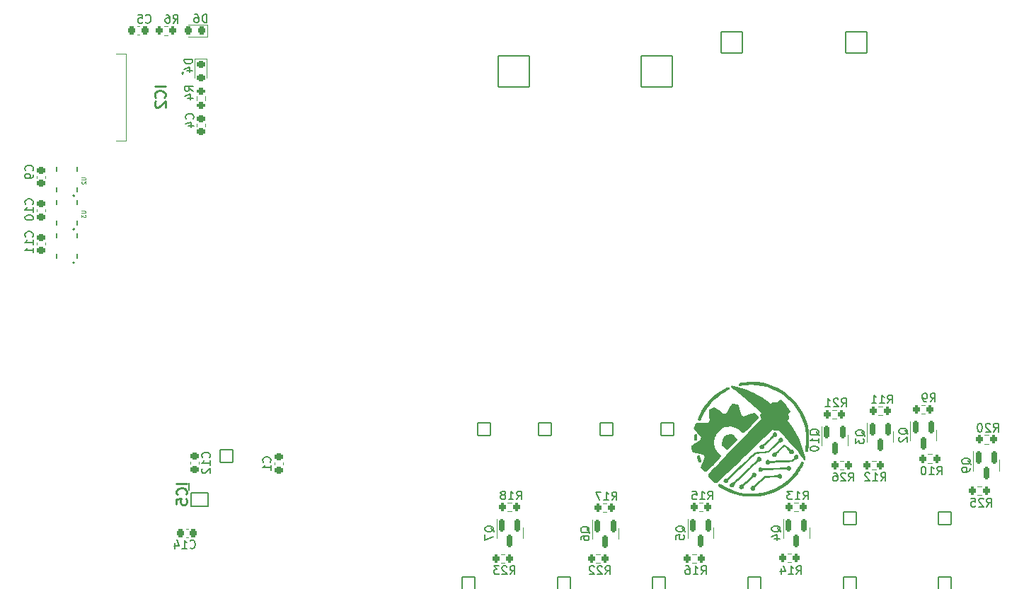
<source format=gbo>
%TF.GenerationSoftware,KiCad,Pcbnew,7.0.7*%
%TF.CreationDate,2023-11-07T21:18:24-05:00*%
%TF.ProjectId,mainControllerGRR,6d61696e-436f-46e7-9472-6f6c6c657247,rev?*%
%TF.SameCoordinates,Original*%
%TF.FileFunction,Legend,Bot*%
%TF.FilePolarity,Positive*%
%FSLAX46Y46*%
G04 Gerber Fmt 4.6, Leading zero omitted, Abs format (unit mm)*
G04 Created by KiCad (PCBNEW 7.0.7) date 2023-11-07 21:18:24*
%MOMM*%
%LPD*%
G01*
G04 APERTURE LIST*
G04 Aperture macros list*
%AMRoundRect*
0 Rectangle with rounded corners*
0 $1 Rounding radius*
0 $2 $3 $4 $5 $6 $7 $8 $9 X,Y pos of 4 corners*
0 Add a 4 corners polygon primitive as box body*
4,1,4,$2,$3,$4,$5,$6,$7,$8,$9,$2,$3,0*
0 Add four circle primitives for the rounded corners*
1,1,$1+$1,$2,$3*
1,1,$1+$1,$4,$5*
1,1,$1+$1,$6,$7*
1,1,$1+$1,$8,$9*
0 Add four rect primitives between the rounded corners*
20,1,$1+$1,$2,$3,$4,$5,0*
20,1,$1+$1,$4,$5,$6,$7,0*
20,1,$1+$1,$6,$7,$8,$9,0*
20,1,$1+$1,$8,$9,$2,$3,0*%
G04 Aperture macros list end*
%ADD10C,0.150000*%
%ADD11C,0.254000*%
%ADD12C,0.120000*%
%ADD13C,0.100000*%
%ADD14C,0.200000*%
%ADD15C,0.127000*%
%ADD16C,0.010000*%
%ADD17RoundRect,0.102000X-0.754000X-0.754000X0.754000X-0.754000X0.754000X0.754000X-0.754000X0.754000X0*%
%ADD18C,1.712000*%
%ADD19C,4.300000*%
%ADD20R,1.400000X1.400000*%
%ADD21C,1.400000*%
%ADD22RoundRect,0.102000X-0.754000X0.754000X-0.754000X-0.754000X0.754000X-0.754000X0.754000X0.754000X0*%
%ADD23RoundRect,0.102000X-1.858000X-1.858000X1.858000X-1.858000X1.858000X1.858000X-1.858000X1.858000X0*%
%ADD24C,3.920000*%
%ADD25O,1.404000X2.604000*%
%ADD26C,3.200000*%
%ADD27C,2.754000*%
%ADD28RoundRect,0.102000X-1.275000X-1.275000X1.275000X-1.275000X1.275000X1.275000X-1.275000X1.275000X0*%
%ADD29R,1.650000X1.650000*%
%ADD30C,1.650000*%
%ADD31RoundRect,0.102000X-0.762000X0.762000X-0.762000X-0.762000X0.762000X-0.762000X0.762000X0.762000X0*%
%ADD32C,1.728000*%
%ADD33C,4.204000*%
%ADD34RoundRect,0.150000X-0.150000X0.587500X-0.150000X-0.587500X0.150000X-0.587500X0.150000X0.587500X0*%
%ADD35RoundRect,0.225000X0.250000X-0.225000X0.250000X0.225000X-0.250000X0.225000X-0.250000X-0.225000X0*%
%ADD36RoundRect,0.200000X0.200000X0.275000X-0.200000X0.275000X-0.200000X-0.275000X0.200000X-0.275000X0*%
%ADD37R,0.300000X0.850000*%
%ADD38RoundRect,0.200000X-0.200000X-0.275000X0.200000X-0.275000X0.200000X0.275000X-0.200000X0.275000X0*%
%ADD39RoundRect,0.225000X-0.225000X-0.250000X0.225000X-0.250000X0.225000X0.250000X-0.225000X0.250000X0*%
%ADD40R,3.500000X1.600000*%
%ADD41R,9.750000X12.200000*%
%ADD42RoundRect,0.225000X0.225000X0.250000X-0.225000X0.250000X-0.225000X-0.250000X0.225000X-0.250000X0*%
%ADD43RoundRect,0.200000X0.275000X-0.200000X0.275000X0.200000X-0.275000X0.200000X-0.275000X-0.200000X0*%
%ADD44RoundRect,0.218750X0.218750X0.256250X-0.218750X0.256250X-0.218750X-0.256250X0.218750X-0.256250X0*%
%ADD45RoundRect,0.218750X-0.256250X0.218750X-0.256250X-0.218750X0.256250X-0.218750X0.256250X0.218750X0*%
%ADD46RoundRect,0.225000X-0.250000X0.225000X-0.250000X-0.225000X0.250000X-0.225000X0.250000X0.225000X0*%
G04 APERTURE END LIST*
D10*
X187365057Y-112209761D02*
X187317438Y-112114523D01*
X187317438Y-112114523D02*
X187222200Y-112019285D01*
X187222200Y-112019285D02*
X187079342Y-111876428D01*
X187079342Y-111876428D02*
X187031723Y-111781190D01*
X187031723Y-111781190D02*
X187031723Y-111685952D01*
X187269819Y-111733571D02*
X187222200Y-111638333D01*
X187222200Y-111638333D02*
X187126961Y-111543095D01*
X187126961Y-111543095D02*
X186936485Y-111495476D01*
X186936485Y-111495476D02*
X186603152Y-111495476D01*
X186603152Y-111495476D02*
X186412676Y-111543095D01*
X186412676Y-111543095D02*
X186317438Y-111638333D01*
X186317438Y-111638333D02*
X186269819Y-111733571D01*
X186269819Y-111733571D02*
X186269819Y-111924047D01*
X186269819Y-111924047D02*
X186317438Y-112019285D01*
X186317438Y-112019285D02*
X186412676Y-112114523D01*
X186412676Y-112114523D02*
X186603152Y-112162142D01*
X186603152Y-112162142D02*
X186936485Y-112162142D01*
X186936485Y-112162142D02*
X187126961Y-112114523D01*
X187126961Y-112114523D02*
X187222200Y-112019285D01*
X187222200Y-112019285D02*
X187269819Y-111924047D01*
X187269819Y-111924047D02*
X187269819Y-111733571D01*
X186269819Y-112495476D02*
X186269819Y-113162142D01*
X186269819Y-113162142D02*
X187269819Y-112733571D01*
X132144580Y-72942142D02*
X132192200Y-72894523D01*
X132192200Y-72894523D02*
X132239819Y-72751666D01*
X132239819Y-72751666D02*
X132239819Y-72656428D01*
X132239819Y-72656428D02*
X132192200Y-72513571D01*
X132192200Y-72513571D02*
X132096961Y-72418333D01*
X132096961Y-72418333D02*
X132001723Y-72370714D01*
X132001723Y-72370714D02*
X131811247Y-72323095D01*
X131811247Y-72323095D02*
X131668390Y-72323095D01*
X131668390Y-72323095D02*
X131477914Y-72370714D01*
X131477914Y-72370714D02*
X131382676Y-72418333D01*
X131382676Y-72418333D02*
X131287438Y-72513571D01*
X131287438Y-72513571D02*
X131239819Y-72656428D01*
X131239819Y-72656428D02*
X131239819Y-72751666D01*
X131239819Y-72751666D02*
X131287438Y-72894523D01*
X131287438Y-72894523D02*
X131335057Y-72942142D01*
X132239819Y-73894523D02*
X132239819Y-73323095D01*
X132239819Y-73608809D02*
X131239819Y-73608809D01*
X131239819Y-73608809D02*
X131382676Y-73513571D01*
X131382676Y-73513571D02*
X131477914Y-73418333D01*
X131477914Y-73418333D02*
X131525533Y-73323095D01*
X131239819Y-74513571D02*
X131239819Y-74608809D01*
X131239819Y-74608809D02*
X131287438Y-74704047D01*
X131287438Y-74704047D02*
X131335057Y-74751666D01*
X131335057Y-74751666D02*
X131430295Y-74799285D01*
X131430295Y-74799285D02*
X131620771Y-74846904D01*
X131620771Y-74846904D02*
X131858866Y-74846904D01*
X131858866Y-74846904D02*
X132049342Y-74799285D01*
X132049342Y-74799285D02*
X132144580Y-74751666D01*
X132144580Y-74751666D02*
X132192200Y-74704047D01*
X132192200Y-74704047D02*
X132239819Y-74608809D01*
X132239819Y-74608809D02*
X132239819Y-74513571D01*
X132239819Y-74513571D02*
X132192200Y-74418333D01*
X132192200Y-74418333D02*
X132144580Y-74370714D01*
X132144580Y-74370714D02*
X132049342Y-74323095D01*
X132049342Y-74323095D02*
X131858866Y-74275476D01*
X131858866Y-74275476D02*
X131620771Y-74275476D01*
X131620771Y-74275476D02*
X131430295Y-74323095D01*
X131430295Y-74323095D02*
X131335057Y-74370714D01*
X131335057Y-74370714D02*
X131287438Y-74418333D01*
X131287438Y-74418333D02*
X131239819Y-74513571D01*
X229787857Y-106109819D02*
X230121190Y-105633628D01*
X230359285Y-106109819D02*
X230359285Y-105109819D01*
X230359285Y-105109819D02*
X229978333Y-105109819D01*
X229978333Y-105109819D02*
X229883095Y-105157438D01*
X229883095Y-105157438D02*
X229835476Y-105205057D01*
X229835476Y-105205057D02*
X229787857Y-105300295D01*
X229787857Y-105300295D02*
X229787857Y-105443152D01*
X229787857Y-105443152D02*
X229835476Y-105538390D01*
X229835476Y-105538390D02*
X229883095Y-105586009D01*
X229883095Y-105586009D02*
X229978333Y-105633628D01*
X229978333Y-105633628D02*
X230359285Y-105633628D01*
X229406904Y-105205057D02*
X229359285Y-105157438D01*
X229359285Y-105157438D02*
X229264047Y-105109819D01*
X229264047Y-105109819D02*
X229025952Y-105109819D01*
X229025952Y-105109819D02*
X228930714Y-105157438D01*
X228930714Y-105157438D02*
X228883095Y-105205057D01*
X228883095Y-105205057D02*
X228835476Y-105300295D01*
X228835476Y-105300295D02*
X228835476Y-105395533D01*
X228835476Y-105395533D02*
X228883095Y-105538390D01*
X228883095Y-105538390D02*
X229454523Y-106109819D01*
X229454523Y-106109819D02*
X228835476Y-106109819D01*
X227978333Y-105109819D02*
X228168809Y-105109819D01*
X228168809Y-105109819D02*
X228264047Y-105157438D01*
X228264047Y-105157438D02*
X228311666Y-105205057D01*
X228311666Y-105205057D02*
X228406904Y-105347914D01*
X228406904Y-105347914D02*
X228454523Y-105538390D01*
X228454523Y-105538390D02*
X228454523Y-105919342D01*
X228454523Y-105919342D02*
X228406904Y-106014580D01*
X228406904Y-106014580D02*
X228359285Y-106062200D01*
X228359285Y-106062200D02*
X228264047Y-106109819D01*
X228264047Y-106109819D02*
X228073571Y-106109819D01*
X228073571Y-106109819D02*
X227978333Y-106062200D01*
X227978333Y-106062200D02*
X227930714Y-106014580D01*
X227930714Y-106014580D02*
X227883095Y-105919342D01*
X227883095Y-105919342D02*
X227883095Y-105681247D01*
X227883095Y-105681247D02*
X227930714Y-105586009D01*
X227930714Y-105586009D02*
X227978333Y-105538390D01*
X227978333Y-105538390D02*
X228073571Y-105490771D01*
X228073571Y-105490771D02*
X228264047Y-105490771D01*
X228264047Y-105490771D02*
X228359285Y-105538390D01*
X228359285Y-105538390D02*
X228406904Y-105586009D01*
X228406904Y-105586009D02*
X228454523Y-105681247D01*
D11*
X150604318Y-106385237D02*
X149334318Y-106385237D01*
X150483365Y-107715714D02*
X150543842Y-107655238D01*
X150543842Y-107655238D02*
X150604318Y-107473809D01*
X150604318Y-107473809D02*
X150604318Y-107352857D01*
X150604318Y-107352857D02*
X150543842Y-107171428D01*
X150543842Y-107171428D02*
X150422889Y-107050476D01*
X150422889Y-107050476D02*
X150301937Y-106989999D01*
X150301937Y-106989999D02*
X150060032Y-106929523D01*
X150060032Y-106929523D02*
X149878603Y-106929523D01*
X149878603Y-106929523D02*
X149636699Y-106989999D01*
X149636699Y-106989999D02*
X149515746Y-107050476D01*
X149515746Y-107050476D02*
X149394794Y-107171428D01*
X149394794Y-107171428D02*
X149334318Y-107352857D01*
X149334318Y-107352857D02*
X149334318Y-107473809D01*
X149334318Y-107473809D02*
X149394794Y-107655238D01*
X149394794Y-107655238D02*
X149455270Y-107715714D01*
X149334318Y-108864761D02*
X149334318Y-108259999D01*
X149334318Y-108259999D02*
X149939080Y-108199523D01*
X149939080Y-108199523D02*
X149878603Y-108259999D01*
X149878603Y-108259999D02*
X149818127Y-108380952D01*
X149818127Y-108380952D02*
X149818127Y-108683333D01*
X149818127Y-108683333D02*
X149878603Y-108804285D01*
X149878603Y-108804285D02*
X149939080Y-108864761D01*
X149939080Y-108864761D02*
X150060032Y-108925238D01*
X150060032Y-108925238D02*
X150362413Y-108925238D01*
X150362413Y-108925238D02*
X150483365Y-108864761D01*
X150483365Y-108864761D02*
X150543842Y-108804285D01*
X150543842Y-108804285D02*
X150604318Y-108683333D01*
X150604318Y-108683333D02*
X150604318Y-108380952D01*
X150604318Y-108380952D02*
X150543842Y-108259999D01*
X150543842Y-108259999D02*
X150483365Y-108199523D01*
D10*
X244415057Y-104109761D02*
X244367438Y-104014523D01*
X244367438Y-104014523D02*
X244272200Y-103919285D01*
X244272200Y-103919285D02*
X244129342Y-103776428D01*
X244129342Y-103776428D02*
X244081723Y-103681190D01*
X244081723Y-103681190D02*
X244081723Y-103585952D01*
X244319819Y-103633571D02*
X244272200Y-103538333D01*
X244272200Y-103538333D02*
X244176961Y-103443095D01*
X244176961Y-103443095D02*
X243986485Y-103395476D01*
X243986485Y-103395476D02*
X243653152Y-103395476D01*
X243653152Y-103395476D02*
X243462676Y-103443095D01*
X243462676Y-103443095D02*
X243367438Y-103538333D01*
X243367438Y-103538333D02*
X243319819Y-103633571D01*
X243319819Y-103633571D02*
X243319819Y-103824047D01*
X243319819Y-103824047D02*
X243367438Y-103919285D01*
X243367438Y-103919285D02*
X243462676Y-104014523D01*
X243462676Y-104014523D02*
X243653152Y-104062142D01*
X243653152Y-104062142D02*
X243986485Y-104062142D01*
X243986485Y-104062142D02*
X244176961Y-104014523D01*
X244176961Y-104014523D02*
X244272200Y-103919285D01*
X244272200Y-103919285D02*
X244319819Y-103824047D01*
X244319819Y-103824047D02*
X244319819Y-103633571D01*
X244319819Y-104538333D02*
X244319819Y-104728809D01*
X244319819Y-104728809D02*
X244272200Y-104824047D01*
X244272200Y-104824047D02*
X244224580Y-104871666D01*
X244224580Y-104871666D02*
X244081723Y-104966904D01*
X244081723Y-104966904D02*
X243891247Y-105014523D01*
X243891247Y-105014523D02*
X243510295Y-105014523D01*
X243510295Y-105014523D02*
X243415057Y-104966904D01*
X243415057Y-104966904D02*
X243367438Y-104919285D01*
X243367438Y-104919285D02*
X243319819Y-104824047D01*
X243319819Y-104824047D02*
X243319819Y-104633571D01*
X243319819Y-104633571D02*
X243367438Y-104538333D01*
X243367438Y-104538333D02*
X243415057Y-104490714D01*
X243415057Y-104490714D02*
X243510295Y-104443095D01*
X243510295Y-104443095D02*
X243748390Y-104443095D01*
X243748390Y-104443095D02*
X243843628Y-104490714D01*
X243843628Y-104490714D02*
X243891247Y-104538333D01*
X243891247Y-104538333D02*
X243938866Y-104633571D01*
X243938866Y-104633571D02*
X243938866Y-104824047D01*
X243938866Y-104824047D02*
X243891247Y-104919285D01*
X243891247Y-104919285D02*
X243843628Y-104966904D01*
X243843628Y-104966904D02*
X243748390Y-105014523D01*
X223537857Y-117269819D02*
X223871190Y-116793628D01*
X224109285Y-117269819D02*
X224109285Y-116269819D01*
X224109285Y-116269819D02*
X223728333Y-116269819D01*
X223728333Y-116269819D02*
X223633095Y-116317438D01*
X223633095Y-116317438D02*
X223585476Y-116365057D01*
X223585476Y-116365057D02*
X223537857Y-116460295D01*
X223537857Y-116460295D02*
X223537857Y-116603152D01*
X223537857Y-116603152D02*
X223585476Y-116698390D01*
X223585476Y-116698390D02*
X223633095Y-116746009D01*
X223633095Y-116746009D02*
X223728333Y-116793628D01*
X223728333Y-116793628D02*
X224109285Y-116793628D01*
X222585476Y-117269819D02*
X223156904Y-117269819D01*
X222871190Y-117269819D02*
X222871190Y-116269819D01*
X222871190Y-116269819D02*
X222966428Y-116412676D01*
X222966428Y-116412676D02*
X223061666Y-116507914D01*
X223061666Y-116507914D02*
X223156904Y-116555533D01*
X221728333Y-116603152D02*
X221728333Y-117269819D01*
X221966428Y-116222200D02*
X222204523Y-116936485D01*
X222204523Y-116936485D02*
X221585476Y-116936485D01*
D12*
X138005617Y-73748799D02*
X138394188Y-73748799D01*
X138394188Y-73748799D02*
X138439902Y-73771656D01*
X138439902Y-73771656D02*
X138462760Y-73794514D01*
X138462760Y-73794514D02*
X138485617Y-73840228D01*
X138485617Y-73840228D02*
X138485617Y-73931656D01*
X138485617Y-73931656D02*
X138462760Y-73977371D01*
X138462760Y-73977371D02*
X138439902Y-74000228D01*
X138439902Y-74000228D02*
X138394188Y-74023085D01*
X138394188Y-74023085D02*
X138005617Y-74023085D01*
X138005617Y-74205942D02*
X138005617Y-74503085D01*
X138005617Y-74503085D02*
X138188474Y-74343085D01*
X138188474Y-74343085D02*
X138188474Y-74411656D01*
X138188474Y-74411656D02*
X138211331Y-74457371D01*
X138211331Y-74457371D02*
X138234188Y-74480228D01*
X138234188Y-74480228D02*
X138279902Y-74503085D01*
X138279902Y-74503085D02*
X138394188Y-74503085D01*
X138394188Y-74503085D02*
X138439902Y-74480228D01*
X138439902Y-74480228D02*
X138462760Y-74457371D01*
X138462760Y-74457371D02*
X138485617Y-74411656D01*
X138485617Y-74411656D02*
X138485617Y-74274513D01*
X138485617Y-74274513D02*
X138462760Y-74228799D01*
X138462760Y-74228799D02*
X138439902Y-74205942D01*
D10*
X145671666Y-51164580D02*
X145719285Y-51212200D01*
X145719285Y-51212200D02*
X145862142Y-51259819D01*
X145862142Y-51259819D02*
X145957380Y-51259819D01*
X145957380Y-51259819D02*
X146100237Y-51212200D01*
X146100237Y-51212200D02*
X146195475Y-51116961D01*
X146195475Y-51116961D02*
X146243094Y-51021723D01*
X146243094Y-51021723D02*
X146290713Y-50831247D01*
X146290713Y-50831247D02*
X146290713Y-50688390D01*
X146290713Y-50688390D02*
X146243094Y-50497914D01*
X146243094Y-50497914D02*
X146195475Y-50402676D01*
X146195475Y-50402676D02*
X146100237Y-50307438D01*
X146100237Y-50307438D02*
X145957380Y-50259819D01*
X145957380Y-50259819D02*
X145862142Y-50259819D01*
X145862142Y-50259819D02*
X145719285Y-50307438D01*
X145719285Y-50307438D02*
X145671666Y-50355057D01*
X144766904Y-50259819D02*
X145243094Y-50259819D01*
X145243094Y-50259819D02*
X145290713Y-50736009D01*
X145290713Y-50736009D02*
X145243094Y-50688390D01*
X145243094Y-50688390D02*
X145147856Y-50640771D01*
X145147856Y-50640771D02*
X144909761Y-50640771D01*
X144909761Y-50640771D02*
X144814523Y-50688390D01*
X144814523Y-50688390D02*
X144766904Y-50736009D01*
X144766904Y-50736009D02*
X144719285Y-50831247D01*
X144719285Y-50831247D02*
X144719285Y-51069342D01*
X144719285Y-51069342D02*
X144766904Y-51164580D01*
X144766904Y-51164580D02*
X144814523Y-51212200D01*
X144814523Y-51212200D02*
X144909761Y-51259819D01*
X144909761Y-51259819D02*
X145147856Y-51259819D01*
X145147856Y-51259819D02*
X145243094Y-51212200D01*
X145243094Y-51212200D02*
X145290713Y-51164580D01*
X246287857Y-109169819D02*
X246621190Y-108693628D01*
X246859285Y-109169819D02*
X246859285Y-108169819D01*
X246859285Y-108169819D02*
X246478333Y-108169819D01*
X246478333Y-108169819D02*
X246383095Y-108217438D01*
X246383095Y-108217438D02*
X246335476Y-108265057D01*
X246335476Y-108265057D02*
X246287857Y-108360295D01*
X246287857Y-108360295D02*
X246287857Y-108503152D01*
X246287857Y-108503152D02*
X246335476Y-108598390D01*
X246335476Y-108598390D02*
X246383095Y-108646009D01*
X246383095Y-108646009D02*
X246478333Y-108693628D01*
X246478333Y-108693628D02*
X246859285Y-108693628D01*
X245906904Y-108265057D02*
X245859285Y-108217438D01*
X245859285Y-108217438D02*
X245764047Y-108169819D01*
X245764047Y-108169819D02*
X245525952Y-108169819D01*
X245525952Y-108169819D02*
X245430714Y-108217438D01*
X245430714Y-108217438D02*
X245383095Y-108265057D01*
X245383095Y-108265057D02*
X245335476Y-108360295D01*
X245335476Y-108360295D02*
X245335476Y-108455533D01*
X245335476Y-108455533D02*
X245383095Y-108598390D01*
X245383095Y-108598390D02*
X245954523Y-109169819D01*
X245954523Y-109169819D02*
X245335476Y-109169819D01*
X244430714Y-108169819D02*
X244906904Y-108169819D01*
X244906904Y-108169819D02*
X244954523Y-108646009D01*
X244954523Y-108646009D02*
X244906904Y-108598390D01*
X244906904Y-108598390D02*
X244811666Y-108550771D01*
X244811666Y-108550771D02*
X244573571Y-108550771D01*
X244573571Y-108550771D02*
X244478333Y-108598390D01*
X244478333Y-108598390D02*
X244430714Y-108646009D01*
X244430714Y-108646009D02*
X244383095Y-108741247D01*
X244383095Y-108741247D02*
X244383095Y-108979342D01*
X244383095Y-108979342D02*
X244430714Y-109074580D01*
X244430714Y-109074580D02*
X244478333Y-109122200D01*
X244478333Y-109122200D02*
X244573571Y-109169819D01*
X244573571Y-109169819D02*
X244811666Y-109169819D01*
X244811666Y-109169819D02*
X244906904Y-109122200D01*
X244906904Y-109122200D02*
X244954523Y-109074580D01*
X148961666Y-51259819D02*
X149294999Y-50783628D01*
X149533094Y-51259819D02*
X149533094Y-50259819D01*
X149533094Y-50259819D02*
X149152142Y-50259819D01*
X149152142Y-50259819D02*
X149056904Y-50307438D01*
X149056904Y-50307438D02*
X149009285Y-50355057D01*
X149009285Y-50355057D02*
X148961666Y-50450295D01*
X148961666Y-50450295D02*
X148961666Y-50593152D01*
X148961666Y-50593152D02*
X149009285Y-50688390D01*
X149009285Y-50688390D02*
X149056904Y-50736009D01*
X149056904Y-50736009D02*
X149152142Y-50783628D01*
X149152142Y-50783628D02*
X149533094Y-50783628D01*
X148104523Y-50259819D02*
X148294999Y-50259819D01*
X148294999Y-50259819D02*
X148390237Y-50307438D01*
X148390237Y-50307438D02*
X148437856Y-50355057D01*
X148437856Y-50355057D02*
X148533094Y-50497914D01*
X148533094Y-50497914D02*
X148580713Y-50688390D01*
X148580713Y-50688390D02*
X148580713Y-51069342D01*
X148580713Y-51069342D02*
X148533094Y-51164580D01*
X148533094Y-51164580D02*
X148485475Y-51212200D01*
X148485475Y-51212200D02*
X148390237Y-51259819D01*
X148390237Y-51259819D02*
X148199761Y-51259819D01*
X148199761Y-51259819D02*
X148104523Y-51212200D01*
X148104523Y-51212200D02*
X148056904Y-51164580D01*
X148056904Y-51164580D02*
X148009285Y-51069342D01*
X148009285Y-51069342D02*
X148009285Y-50831247D01*
X148009285Y-50831247D02*
X148056904Y-50736009D01*
X148056904Y-50736009D02*
X148104523Y-50688390D01*
X148104523Y-50688390D02*
X148199761Y-50640771D01*
X148199761Y-50640771D02*
X148390237Y-50640771D01*
X148390237Y-50640771D02*
X148485475Y-50688390D01*
X148485475Y-50688390D02*
X148533094Y-50736009D01*
X148533094Y-50736009D02*
X148580713Y-50831247D01*
X234427857Y-96799819D02*
X234761190Y-96323628D01*
X234999285Y-96799819D02*
X234999285Y-95799819D01*
X234999285Y-95799819D02*
X234618333Y-95799819D01*
X234618333Y-95799819D02*
X234523095Y-95847438D01*
X234523095Y-95847438D02*
X234475476Y-95895057D01*
X234475476Y-95895057D02*
X234427857Y-95990295D01*
X234427857Y-95990295D02*
X234427857Y-96133152D01*
X234427857Y-96133152D02*
X234475476Y-96228390D01*
X234475476Y-96228390D02*
X234523095Y-96276009D01*
X234523095Y-96276009D02*
X234618333Y-96323628D01*
X234618333Y-96323628D02*
X234999285Y-96323628D01*
X233475476Y-96799819D02*
X234046904Y-96799819D01*
X233761190Y-96799819D02*
X233761190Y-95799819D01*
X233761190Y-95799819D02*
X233856428Y-95942676D01*
X233856428Y-95942676D02*
X233951666Y-96037914D01*
X233951666Y-96037914D02*
X234046904Y-96085533D01*
X232523095Y-96799819D02*
X233094523Y-96799819D01*
X232808809Y-96799819D02*
X232808809Y-95799819D01*
X232808809Y-95799819D02*
X232904047Y-95942676D01*
X232904047Y-95942676D02*
X232999285Y-96037914D01*
X232999285Y-96037914D02*
X233094523Y-96085533D01*
X151354580Y-62728333D02*
X151402200Y-62680714D01*
X151402200Y-62680714D02*
X151449819Y-62537857D01*
X151449819Y-62537857D02*
X151449819Y-62442619D01*
X151449819Y-62442619D02*
X151402200Y-62299762D01*
X151402200Y-62299762D02*
X151306961Y-62204524D01*
X151306961Y-62204524D02*
X151211723Y-62156905D01*
X151211723Y-62156905D02*
X151021247Y-62109286D01*
X151021247Y-62109286D02*
X150878390Y-62109286D01*
X150878390Y-62109286D02*
X150687914Y-62156905D01*
X150687914Y-62156905D02*
X150592676Y-62204524D01*
X150592676Y-62204524D02*
X150497438Y-62299762D01*
X150497438Y-62299762D02*
X150449819Y-62442619D01*
X150449819Y-62442619D02*
X150449819Y-62537857D01*
X150449819Y-62537857D02*
X150497438Y-62680714D01*
X150497438Y-62680714D02*
X150545057Y-62728333D01*
X150783152Y-63585476D02*
X151449819Y-63585476D01*
X150402200Y-63347381D02*
X151116485Y-63109286D01*
X151116485Y-63109286D02*
X151116485Y-63728333D01*
X153304580Y-103262142D02*
X153352200Y-103214523D01*
X153352200Y-103214523D02*
X153399819Y-103071666D01*
X153399819Y-103071666D02*
X153399819Y-102976428D01*
X153399819Y-102976428D02*
X153352200Y-102833571D01*
X153352200Y-102833571D02*
X153256961Y-102738333D01*
X153256961Y-102738333D02*
X153161723Y-102690714D01*
X153161723Y-102690714D02*
X152971247Y-102643095D01*
X152971247Y-102643095D02*
X152828390Y-102643095D01*
X152828390Y-102643095D02*
X152637914Y-102690714D01*
X152637914Y-102690714D02*
X152542676Y-102738333D01*
X152542676Y-102738333D02*
X152447438Y-102833571D01*
X152447438Y-102833571D02*
X152399819Y-102976428D01*
X152399819Y-102976428D02*
X152399819Y-103071666D01*
X152399819Y-103071666D02*
X152447438Y-103214523D01*
X152447438Y-103214523D02*
X152495057Y-103262142D01*
X153399819Y-104214523D02*
X153399819Y-103643095D01*
X153399819Y-103928809D02*
X152399819Y-103928809D01*
X152399819Y-103928809D02*
X152542676Y-103833571D01*
X152542676Y-103833571D02*
X152637914Y-103738333D01*
X152637914Y-103738333D02*
X152685533Y-103643095D01*
X152495057Y-104595476D02*
X152447438Y-104643095D01*
X152447438Y-104643095D02*
X152399819Y-104738333D01*
X152399819Y-104738333D02*
X152399819Y-104976428D01*
X152399819Y-104976428D02*
X152447438Y-105071666D01*
X152447438Y-105071666D02*
X152495057Y-105119285D01*
X152495057Y-105119285D02*
X152590295Y-105166904D01*
X152590295Y-105166904D02*
X152685533Y-105166904D01*
X152685533Y-105166904D02*
X152828390Y-105119285D01*
X152828390Y-105119285D02*
X153399819Y-104547857D01*
X153399819Y-104547857D02*
X153399819Y-105166904D01*
X212937857Y-108299819D02*
X213271190Y-107823628D01*
X213509285Y-108299819D02*
X213509285Y-107299819D01*
X213509285Y-107299819D02*
X213128333Y-107299819D01*
X213128333Y-107299819D02*
X213033095Y-107347438D01*
X213033095Y-107347438D02*
X212985476Y-107395057D01*
X212985476Y-107395057D02*
X212937857Y-107490295D01*
X212937857Y-107490295D02*
X212937857Y-107633152D01*
X212937857Y-107633152D02*
X212985476Y-107728390D01*
X212985476Y-107728390D02*
X213033095Y-107776009D01*
X213033095Y-107776009D02*
X213128333Y-107823628D01*
X213128333Y-107823628D02*
X213509285Y-107823628D01*
X211985476Y-108299819D02*
X212556904Y-108299819D01*
X212271190Y-108299819D02*
X212271190Y-107299819D01*
X212271190Y-107299819D02*
X212366428Y-107442676D01*
X212366428Y-107442676D02*
X212461666Y-107537914D01*
X212461666Y-107537914D02*
X212556904Y-107585533D01*
X211080714Y-107299819D02*
X211556904Y-107299819D01*
X211556904Y-107299819D02*
X211604523Y-107776009D01*
X211604523Y-107776009D02*
X211556904Y-107728390D01*
X211556904Y-107728390D02*
X211461666Y-107680771D01*
X211461666Y-107680771D02*
X211223571Y-107680771D01*
X211223571Y-107680771D02*
X211128333Y-107728390D01*
X211128333Y-107728390D02*
X211080714Y-107776009D01*
X211080714Y-107776009D02*
X211033095Y-107871247D01*
X211033095Y-107871247D02*
X211033095Y-108109342D01*
X211033095Y-108109342D02*
X211080714Y-108204580D01*
X211080714Y-108204580D02*
X211128333Y-108252200D01*
X211128333Y-108252200D02*
X211223571Y-108299819D01*
X211223571Y-108299819D02*
X211461666Y-108299819D01*
X211461666Y-108299819D02*
X211556904Y-108252200D01*
X211556904Y-108252200D02*
X211604523Y-108204580D01*
D11*
X148018318Y-58810237D02*
X146748318Y-58810237D01*
X147897365Y-60140714D02*
X147957842Y-60080238D01*
X147957842Y-60080238D02*
X148018318Y-59898809D01*
X148018318Y-59898809D02*
X148018318Y-59777857D01*
X148018318Y-59777857D02*
X147957842Y-59596428D01*
X147957842Y-59596428D02*
X147836889Y-59475476D01*
X147836889Y-59475476D02*
X147715937Y-59414999D01*
X147715937Y-59414999D02*
X147474032Y-59354523D01*
X147474032Y-59354523D02*
X147292603Y-59354523D01*
X147292603Y-59354523D02*
X147050699Y-59414999D01*
X147050699Y-59414999D02*
X146929746Y-59475476D01*
X146929746Y-59475476D02*
X146808794Y-59596428D01*
X146808794Y-59596428D02*
X146748318Y-59777857D01*
X146748318Y-59777857D02*
X146748318Y-59898809D01*
X146748318Y-59898809D02*
X146808794Y-60080238D01*
X146808794Y-60080238D02*
X146869270Y-60140714D01*
X146869270Y-60624523D02*
X146808794Y-60684999D01*
X146808794Y-60684999D02*
X146748318Y-60805952D01*
X146748318Y-60805952D02*
X146748318Y-61108333D01*
X146748318Y-61108333D02*
X146808794Y-61229285D01*
X146808794Y-61229285D02*
X146869270Y-61289761D01*
X146869270Y-61289761D02*
X146990222Y-61350238D01*
X146990222Y-61350238D02*
X147111175Y-61350238D01*
X147111175Y-61350238D02*
X147292603Y-61289761D01*
X147292603Y-61289761D02*
X148018318Y-60564047D01*
X148018318Y-60564047D02*
X148018318Y-61350238D01*
D10*
X132144580Y-76842142D02*
X132192200Y-76794523D01*
X132192200Y-76794523D02*
X132239819Y-76651666D01*
X132239819Y-76651666D02*
X132239819Y-76556428D01*
X132239819Y-76556428D02*
X132192200Y-76413571D01*
X132192200Y-76413571D02*
X132096961Y-76318333D01*
X132096961Y-76318333D02*
X132001723Y-76270714D01*
X132001723Y-76270714D02*
X131811247Y-76223095D01*
X131811247Y-76223095D02*
X131668390Y-76223095D01*
X131668390Y-76223095D02*
X131477914Y-76270714D01*
X131477914Y-76270714D02*
X131382676Y-76318333D01*
X131382676Y-76318333D02*
X131287438Y-76413571D01*
X131287438Y-76413571D02*
X131239819Y-76556428D01*
X131239819Y-76556428D02*
X131239819Y-76651666D01*
X131239819Y-76651666D02*
X131287438Y-76794523D01*
X131287438Y-76794523D02*
X131335057Y-76842142D01*
X132239819Y-77794523D02*
X132239819Y-77223095D01*
X132239819Y-77508809D02*
X131239819Y-77508809D01*
X131239819Y-77508809D02*
X131382676Y-77413571D01*
X131382676Y-77413571D02*
X131477914Y-77318333D01*
X131477914Y-77318333D02*
X131525533Y-77223095D01*
X132239819Y-78746904D02*
X132239819Y-78175476D01*
X132239819Y-78461190D02*
X131239819Y-78461190D01*
X131239819Y-78461190D02*
X131382676Y-78365952D01*
X131382676Y-78365952D02*
X131477914Y-78270714D01*
X131477914Y-78270714D02*
X131525533Y-78175476D01*
D13*
X138006657Y-69748799D02*
X138395228Y-69748799D01*
X138395228Y-69748799D02*
X138440942Y-69771656D01*
X138440942Y-69771656D02*
X138463800Y-69794514D01*
X138463800Y-69794514D02*
X138486657Y-69840228D01*
X138486657Y-69840228D02*
X138486657Y-69931656D01*
X138486657Y-69931656D02*
X138463800Y-69977371D01*
X138463800Y-69977371D02*
X138440942Y-70000228D01*
X138440942Y-70000228D02*
X138395228Y-70023085D01*
X138395228Y-70023085D02*
X138006657Y-70023085D01*
X138052371Y-70228799D02*
X138029514Y-70251656D01*
X138029514Y-70251656D02*
X138006657Y-70297371D01*
X138006657Y-70297371D02*
X138006657Y-70411656D01*
X138006657Y-70411656D02*
X138029514Y-70457371D01*
X138029514Y-70457371D02*
X138052371Y-70480228D01*
X138052371Y-70480228D02*
X138098085Y-70503085D01*
X138098085Y-70503085D02*
X138143800Y-70503085D01*
X138143800Y-70503085D02*
X138212371Y-70480228D01*
X138212371Y-70480228D02*
X138486657Y-70205942D01*
X138486657Y-70205942D02*
X138486657Y-70503085D01*
D10*
X236865057Y-100509761D02*
X236817438Y-100414523D01*
X236817438Y-100414523D02*
X236722200Y-100319285D01*
X236722200Y-100319285D02*
X236579342Y-100176428D01*
X236579342Y-100176428D02*
X236531723Y-100081190D01*
X236531723Y-100081190D02*
X236531723Y-99985952D01*
X236769819Y-100033571D02*
X236722200Y-99938333D01*
X236722200Y-99938333D02*
X236626961Y-99843095D01*
X236626961Y-99843095D02*
X236436485Y-99795476D01*
X236436485Y-99795476D02*
X236103152Y-99795476D01*
X236103152Y-99795476D02*
X235912676Y-99843095D01*
X235912676Y-99843095D02*
X235817438Y-99938333D01*
X235817438Y-99938333D02*
X235769819Y-100033571D01*
X235769819Y-100033571D02*
X235769819Y-100224047D01*
X235769819Y-100224047D02*
X235817438Y-100319285D01*
X235817438Y-100319285D02*
X235912676Y-100414523D01*
X235912676Y-100414523D02*
X236103152Y-100462142D01*
X236103152Y-100462142D02*
X236436485Y-100462142D01*
X236436485Y-100462142D02*
X236626961Y-100414523D01*
X236626961Y-100414523D02*
X236722200Y-100319285D01*
X236722200Y-100319285D02*
X236769819Y-100224047D01*
X236769819Y-100224047D02*
X236769819Y-100033571D01*
X235865057Y-100843095D02*
X235817438Y-100890714D01*
X235817438Y-100890714D02*
X235769819Y-100985952D01*
X235769819Y-100985952D02*
X235769819Y-101224047D01*
X235769819Y-101224047D02*
X235817438Y-101319285D01*
X235817438Y-101319285D02*
X235865057Y-101366904D01*
X235865057Y-101366904D02*
X235960295Y-101414523D01*
X235960295Y-101414523D02*
X236055533Y-101414523D01*
X236055533Y-101414523D02*
X236198390Y-101366904D01*
X236198390Y-101366904D02*
X236769819Y-100795476D01*
X236769819Y-100795476D02*
X236769819Y-101414523D01*
X132144580Y-68918333D02*
X132192200Y-68870714D01*
X132192200Y-68870714D02*
X132239819Y-68727857D01*
X132239819Y-68727857D02*
X132239819Y-68632619D01*
X132239819Y-68632619D02*
X132192200Y-68489762D01*
X132192200Y-68489762D02*
X132096961Y-68394524D01*
X132096961Y-68394524D02*
X132001723Y-68346905D01*
X132001723Y-68346905D02*
X131811247Y-68299286D01*
X131811247Y-68299286D02*
X131668390Y-68299286D01*
X131668390Y-68299286D02*
X131477914Y-68346905D01*
X131477914Y-68346905D02*
X131382676Y-68394524D01*
X131382676Y-68394524D02*
X131287438Y-68489762D01*
X131287438Y-68489762D02*
X131239819Y-68632619D01*
X131239819Y-68632619D02*
X131239819Y-68727857D01*
X131239819Y-68727857D02*
X131287438Y-68870714D01*
X131287438Y-68870714D02*
X131335057Y-68918333D01*
X132239819Y-69394524D02*
X132239819Y-69585000D01*
X132239819Y-69585000D02*
X132192200Y-69680238D01*
X132192200Y-69680238D02*
X132144580Y-69727857D01*
X132144580Y-69727857D02*
X132001723Y-69823095D01*
X132001723Y-69823095D02*
X131811247Y-69870714D01*
X131811247Y-69870714D02*
X131430295Y-69870714D01*
X131430295Y-69870714D02*
X131335057Y-69823095D01*
X131335057Y-69823095D02*
X131287438Y-69775476D01*
X131287438Y-69775476D02*
X131239819Y-69680238D01*
X131239819Y-69680238D02*
X131239819Y-69489762D01*
X131239819Y-69489762D02*
X131287438Y-69394524D01*
X131287438Y-69394524D02*
X131335057Y-69346905D01*
X131335057Y-69346905D02*
X131430295Y-69299286D01*
X131430295Y-69299286D02*
X131668390Y-69299286D01*
X131668390Y-69299286D02*
X131763628Y-69346905D01*
X131763628Y-69346905D02*
X131811247Y-69394524D01*
X131811247Y-69394524D02*
X131858866Y-69489762D01*
X131858866Y-69489762D02*
X131858866Y-69680238D01*
X131858866Y-69680238D02*
X131811247Y-69775476D01*
X131811247Y-69775476D02*
X131763628Y-69823095D01*
X131763628Y-69823095D02*
X131668390Y-69870714D01*
X201447857Y-108399819D02*
X201781190Y-107923628D01*
X202019285Y-108399819D02*
X202019285Y-107399819D01*
X202019285Y-107399819D02*
X201638333Y-107399819D01*
X201638333Y-107399819D02*
X201543095Y-107447438D01*
X201543095Y-107447438D02*
X201495476Y-107495057D01*
X201495476Y-107495057D02*
X201447857Y-107590295D01*
X201447857Y-107590295D02*
X201447857Y-107733152D01*
X201447857Y-107733152D02*
X201495476Y-107828390D01*
X201495476Y-107828390D02*
X201543095Y-107876009D01*
X201543095Y-107876009D02*
X201638333Y-107923628D01*
X201638333Y-107923628D02*
X202019285Y-107923628D01*
X200495476Y-108399819D02*
X201066904Y-108399819D01*
X200781190Y-108399819D02*
X200781190Y-107399819D01*
X200781190Y-107399819D02*
X200876428Y-107542676D01*
X200876428Y-107542676D02*
X200971666Y-107637914D01*
X200971666Y-107637914D02*
X201066904Y-107685533D01*
X200162142Y-107399819D02*
X199495476Y-107399819D01*
X199495476Y-107399819D02*
X199924047Y-108399819D01*
X150987857Y-114074580D02*
X151035476Y-114122200D01*
X151035476Y-114122200D02*
X151178333Y-114169819D01*
X151178333Y-114169819D02*
X151273571Y-114169819D01*
X151273571Y-114169819D02*
X151416428Y-114122200D01*
X151416428Y-114122200D02*
X151511666Y-114026961D01*
X151511666Y-114026961D02*
X151559285Y-113931723D01*
X151559285Y-113931723D02*
X151606904Y-113741247D01*
X151606904Y-113741247D02*
X151606904Y-113598390D01*
X151606904Y-113598390D02*
X151559285Y-113407914D01*
X151559285Y-113407914D02*
X151511666Y-113312676D01*
X151511666Y-113312676D02*
X151416428Y-113217438D01*
X151416428Y-113217438D02*
X151273571Y-113169819D01*
X151273571Y-113169819D02*
X151178333Y-113169819D01*
X151178333Y-113169819D02*
X151035476Y-113217438D01*
X151035476Y-113217438D02*
X150987857Y-113265057D01*
X150035476Y-114169819D02*
X150606904Y-114169819D01*
X150321190Y-114169819D02*
X150321190Y-113169819D01*
X150321190Y-113169819D02*
X150416428Y-113312676D01*
X150416428Y-113312676D02*
X150511666Y-113407914D01*
X150511666Y-113407914D02*
X150606904Y-113455533D01*
X149178333Y-113503152D02*
X149178333Y-114169819D01*
X149416428Y-113122200D02*
X149654523Y-113836485D01*
X149654523Y-113836485D02*
X149035476Y-113836485D01*
X226265057Y-100633571D02*
X226217438Y-100538333D01*
X226217438Y-100538333D02*
X226122200Y-100443095D01*
X226122200Y-100443095D02*
X225979342Y-100300238D01*
X225979342Y-100300238D02*
X225931723Y-100205000D01*
X225931723Y-100205000D02*
X225931723Y-100109762D01*
X226169819Y-100157381D02*
X226122200Y-100062143D01*
X226122200Y-100062143D02*
X226026961Y-99966905D01*
X226026961Y-99966905D02*
X225836485Y-99919286D01*
X225836485Y-99919286D02*
X225503152Y-99919286D01*
X225503152Y-99919286D02*
X225312676Y-99966905D01*
X225312676Y-99966905D02*
X225217438Y-100062143D01*
X225217438Y-100062143D02*
X225169819Y-100157381D01*
X225169819Y-100157381D02*
X225169819Y-100347857D01*
X225169819Y-100347857D02*
X225217438Y-100443095D01*
X225217438Y-100443095D02*
X225312676Y-100538333D01*
X225312676Y-100538333D02*
X225503152Y-100585952D01*
X225503152Y-100585952D02*
X225836485Y-100585952D01*
X225836485Y-100585952D02*
X226026961Y-100538333D01*
X226026961Y-100538333D02*
X226122200Y-100443095D01*
X226122200Y-100443095D02*
X226169819Y-100347857D01*
X226169819Y-100347857D02*
X226169819Y-100157381D01*
X226169819Y-101538333D02*
X226169819Y-100966905D01*
X226169819Y-101252619D02*
X225169819Y-101252619D01*
X225169819Y-101252619D02*
X225312676Y-101157381D01*
X225312676Y-101157381D02*
X225407914Y-101062143D01*
X225407914Y-101062143D02*
X225455533Y-100966905D01*
X225169819Y-102157381D02*
X225169819Y-102252619D01*
X225169819Y-102252619D02*
X225217438Y-102347857D01*
X225217438Y-102347857D02*
X225265057Y-102395476D01*
X225265057Y-102395476D02*
X225360295Y-102443095D01*
X225360295Y-102443095D02*
X225550771Y-102490714D01*
X225550771Y-102490714D02*
X225788866Y-102490714D01*
X225788866Y-102490714D02*
X225979342Y-102443095D01*
X225979342Y-102443095D02*
X226074580Y-102395476D01*
X226074580Y-102395476D02*
X226122200Y-102347857D01*
X226122200Y-102347857D02*
X226169819Y-102252619D01*
X226169819Y-102252619D02*
X226169819Y-102157381D01*
X226169819Y-102157381D02*
X226122200Y-102062143D01*
X226122200Y-102062143D02*
X226074580Y-102014524D01*
X226074580Y-102014524D02*
X225979342Y-101966905D01*
X225979342Y-101966905D02*
X225788866Y-101919286D01*
X225788866Y-101919286D02*
X225550771Y-101919286D01*
X225550771Y-101919286D02*
X225360295Y-101966905D01*
X225360295Y-101966905D02*
X225265057Y-102014524D01*
X225265057Y-102014524D02*
X225217438Y-102062143D01*
X225217438Y-102062143D02*
X225169819Y-102157381D01*
X198815057Y-112309761D02*
X198767438Y-112214523D01*
X198767438Y-112214523D02*
X198672200Y-112119285D01*
X198672200Y-112119285D02*
X198529342Y-111976428D01*
X198529342Y-111976428D02*
X198481723Y-111881190D01*
X198481723Y-111881190D02*
X198481723Y-111785952D01*
X198719819Y-111833571D02*
X198672200Y-111738333D01*
X198672200Y-111738333D02*
X198576961Y-111643095D01*
X198576961Y-111643095D02*
X198386485Y-111595476D01*
X198386485Y-111595476D02*
X198053152Y-111595476D01*
X198053152Y-111595476D02*
X197862676Y-111643095D01*
X197862676Y-111643095D02*
X197767438Y-111738333D01*
X197767438Y-111738333D02*
X197719819Y-111833571D01*
X197719819Y-111833571D02*
X197719819Y-112024047D01*
X197719819Y-112024047D02*
X197767438Y-112119285D01*
X197767438Y-112119285D02*
X197862676Y-112214523D01*
X197862676Y-112214523D02*
X198053152Y-112262142D01*
X198053152Y-112262142D02*
X198386485Y-112262142D01*
X198386485Y-112262142D02*
X198576961Y-112214523D01*
X198576961Y-112214523D02*
X198672200Y-112119285D01*
X198672200Y-112119285D02*
X198719819Y-112024047D01*
X198719819Y-112024047D02*
X198719819Y-111833571D01*
X197719819Y-113119285D02*
X197719819Y-112928809D01*
X197719819Y-112928809D02*
X197767438Y-112833571D01*
X197767438Y-112833571D02*
X197815057Y-112785952D01*
X197815057Y-112785952D02*
X197957914Y-112690714D01*
X197957914Y-112690714D02*
X198148390Y-112643095D01*
X198148390Y-112643095D02*
X198529342Y-112643095D01*
X198529342Y-112643095D02*
X198624580Y-112690714D01*
X198624580Y-112690714D02*
X198672200Y-112738333D01*
X198672200Y-112738333D02*
X198719819Y-112833571D01*
X198719819Y-112833571D02*
X198719819Y-113024047D01*
X198719819Y-113024047D02*
X198672200Y-113119285D01*
X198672200Y-113119285D02*
X198624580Y-113166904D01*
X198624580Y-113166904D02*
X198529342Y-113214523D01*
X198529342Y-113214523D02*
X198291247Y-113214523D01*
X198291247Y-113214523D02*
X198196009Y-113166904D01*
X198196009Y-113166904D02*
X198148390Y-113119285D01*
X198148390Y-113119285D02*
X198100771Y-113024047D01*
X198100771Y-113024047D02*
X198100771Y-112833571D01*
X198100771Y-112833571D02*
X198148390Y-112738333D01*
X198148390Y-112738333D02*
X198196009Y-112690714D01*
X198196009Y-112690714D02*
X198291247Y-112643095D01*
X151349819Y-59408333D02*
X150873628Y-59075000D01*
X151349819Y-58836905D02*
X150349819Y-58836905D01*
X150349819Y-58836905D02*
X150349819Y-59217857D01*
X150349819Y-59217857D02*
X150397438Y-59313095D01*
X150397438Y-59313095D02*
X150445057Y-59360714D01*
X150445057Y-59360714D02*
X150540295Y-59408333D01*
X150540295Y-59408333D02*
X150683152Y-59408333D01*
X150683152Y-59408333D02*
X150778390Y-59360714D01*
X150778390Y-59360714D02*
X150826009Y-59313095D01*
X150826009Y-59313095D02*
X150873628Y-59217857D01*
X150873628Y-59217857D02*
X150873628Y-58836905D01*
X150683152Y-60265476D02*
X151349819Y-60265476D01*
X150302200Y-60027381D02*
X151016485Y-59789286D01*
X151016485Y-59789286D02*
X151016485Y-60408333D01*
X240357857Y-105339819D02*
X240691190Y-104863628D01*
X240929285Y-105339819D02*
X240929285Y-104339819D01*
X240929285Y-104339819D02*
X240548333Y-104339819D01*
X240548333Y-104339819D02*
X240453095Y-104387438D01*
X240453095Y-104387438D02*
X240405476Y-104435057D01*
X240405476Y-104435057D02*
X240357857Y-104530295D01*
X240357857Y-104530295D02*
X240357857Y-104673152D01*
X240357857Y-104673152D02*
X240405476Y-104768390D01*
X240405476Y-104768390D02*
X240453095Y-104816009D01*
X240453095Y-104816009D02*
X240548333Y-104863628D01*
X240548333Y-104863628D02*
X240929285Y-104863628D01*
X239405476Y-105339819D02*
X239976904Y-105339819D01*
X239691190Y-105339819D02*
X239691190Y-104339819D01*
X239691190Y-104339819D02*
X239786428Y-104482676D01*
X239786428Y-104482676D02*
X239881666Y-104577914D01*
X239881666Y-104577914D02*
X239976904Y-104625533D01*
X238786428Y-104339819D02*
X238691190Y-104339819D01*
X238691190Y-104339819D02*
X238595952Y-104387438D01*
X238595952Y-104387438D02*
X238548333Y-104435057D01*
X238548333Y-104435057D02*
X238500714Y-104530295D01*
X238500714Y-104530295D02*
X238453095Y-104720771D01*
X238453095Y-104720771D02*
X238453095Y-104958866D01*
X238453095Y-104958866D02*
X238500714Y-105149342D01*
X238500714Y-105149342D02*
X238548333Y-105244580D01*
X238548333Y-105244580D02*
X238595952Y-105292200D01*
X238595952Y-105292200D02*
X238691190Y-105339819D01*
X238691190Y-105339819D02*
X238786428Y-105339819D01*
X238786428Y-105339819D02*
X238881666Y-105292200D01*
X238881666Y-105292200D02*
X238929285Y-105244580D01*
X238929285Y-105244580D02*
X238976904Y-105149342D01*
X238976904Y-105149342D02*
X239024523Y-104958866D01*
X239024523Y-104958866D02*
X239024523Y-104720771D01*
X239024523Y-104720771D02*
X238976904Y-104530295D01*
X238976904Y-104530295D02*
X238929285Y-104435057D01*
X238929285Y-104435057D02*
X238881666Y-104387438D01*
X238881666Y-104387438D02*
X238786428Y-104339819D01*
X221665057Y-112209761D02*
X221617438Y-112114523D01*
X221617438Y-112114523D02*
X221522200Y-112019285D01*
X221522200Y-112019285D02*
X221379342Y-111876428D01*
X221379342Y-111876428D02*
X221331723Y-111781190D01*
X221331723Y-111781190D02*
X221331723Y-111685952D01*
X221569819Y-111733571D02*
X221522200Y-111638333D01*
X221522200Y-111638333D02*
X221426961Y-111543095D01*
X221426961Y-111543095D02*
X221236485Y-111495476D01*
X221236485Y-111495476D02*
X220903152Y-111495476D01*
X220903152Y-111495476D02*
X220712676Y-111543095D01*
X220712676Y-111543095D02*
X220617438Y-111638333D01*
X220617438Y-111638333D02*
X220569819Y-111733571D01*
X220569819Y-111733571D02*
X220569819Y-111924047D01*
X220569819Y-111924047D02*
X220617438Y-112019285D01*
X220617438Y-112019285D02*
X220712676Y-112114523D01*
X220712676Y-112114523D02*
X220903152Y-112162142D01*
X220903152Y-112162142D02*
X221236485Y-112162142D01*
X221236485Y-112162142D02*
X221426961Y-112114523D01*
X221426961Y-112114523D02*
X221522200Y-112019285D01*
X221522200Y-112019285D02*
X221569819Y-111924047D01*
X221569819Y-111924047D02*
X221569819Y-111733571D01*
X220903152Y-113019285D02*
X221569819Y-113019285D01*
X220522200Y-112781190D02*
X221236485Y-112543095D01*
X221236485Y-112543095D02*
X221236485Y-113162142D01*
X212137857Y-117269819D02*
X212471190Y-116793628D01*
X212709285Y-117269819D02*
X212709285Y-116269819D01*
X212709285Y-116269819D02*
X212328333Y-116269819D01*
X212328333Y-116269819D02*
X212233095Y-116317438D01*
X212233095Y-116317438D02*
X212185476Y-116365057D01*
X212185476Y-116365057D02*
X212137857Y-116460295D01*
X212137857Y-116460295D02*
X212137857Y-116603152D01*
X212137857Y-116603152D02*
X212185476Y-116698390D01*
X212185476Y-116698390D02*
X212233095Y-116746009D01*
X212233095Y-116746009D02*
X212328333Y-116793628D01*
X212328333Y-116793628D02*
X212709285Y-116793628D01*
X211185476Y-117269819D02*
X211756904Y-117269819D01*
X211471190Y-117269819D02*
X211471190Y-116269819D01*
X211471190Y-116269819D02*
X211566428Y-116412676D01*
X211566428Y-116412676D02*
X211661666Y-116507914D01*
X211661666Y-116507914D02*
X211756904Y-116555533D01*
X210328333Y-116269819D02*
X210518809Y-116269819D01*
X210518809Y-116269819D02*
X210614047Y-116317438D01*
X210614047Y-116317438D02*
X210661666Y-116365057D01*
X210661666Y-116365057D02*
X210756904Y-116507914D01*
X210756904Y-116507914D02*
X210804523Y-116698390D01*
X210804523Y-116698390D02*
X210804523Y-117079342D01*
X210804523Y-117079342D02*
X210756904Y-117174580D01*
X210756904Y-117174580D02*
X210709285Y-117222200D01*
X210709285Y-117222200D02*
X210614047Y-117269819D01*
X210614047Y-117269819D02*
X210423571Y-117269819D01*
X210423571Y-117269819D02*
X210328333Y-117222200D01*
X210328333Y-117222200D02*
X210280714Y-117174580D01*
X210280714Y-117174580D02*
X210233095Y-117079342D01*
X210233095Y-117079342D02*
X210233095Y-116841247D01*
X210233095Y-116841247D02*
X210280714Y-116746009D01*
X210280714Y-116746009D02*
X210328333Y-116698390D01*
X210328333Y-116698390D02*
X210423571Y-116650771D01*
X210423571Y-116650771D02*
X210614047Y-116650771D01*
X210614047Y-116650771D02*
X210709285Y-116698390D01*
X210709285Y-116698390D02*
X210756904Y-116746009D01*
X210756904Y-116746009D02*
X210804523Y-116841247D01*
X247097857Y-100199819D02*
X247431190Y-99723628D01*
X247669285Y-100199819D02*
X247669285Y-99199819D01*
X247669285Y-99199819D02*
X247288333Y-99199819D01*
X247288333Y-99199819D02*
X247193095Y-99247438D01*
X247193095Y-99247438D02*
X247145476Y-99295057D01*
X247145476Y-99295057D02*
X247097857Y-99390295D01*
X247097857Y-99390295D02*
X247097857Y-99533152D01*
X247097857Y-99533152D02*
X247145476Y-99628390D01*
X247145476Y-99628390D02*
X247193095Y-99676009D01*
X247193095Y-99676009D02*
X247288333Y-99723628D01*
X247288333Y-99723628D02*
X247669285Y-99723628D01*
X246716904Y-99295057D02*
X246669285Y-99247438D01*
X246669285Y-99247438D02*
X246574047Y-99199819D01*
X246574047Y-99199819D02*
X246335952Y-99199819D01*
X246335952Y-99199819D02*
X246240714Y-99247438D01*
X246240714Y-99247438D02*
X246193095Y-99295057D01*
X246193095Y-99295057D02*
X246145476Y-99390295D01*
X246145476Y-99390295D02*
X246145476Y-99485533D01*
X246145476Y-99485533D02*
X246193095Y-99628390D01*
X246193095Y-99628390D02*
X246764523Y-100199819D01*
X246764523Y-100199819D02*
X246145476Y-100199819D01*
X245526428Y-99199819D02*
X245431190Y-99199819D01*
X245431190Y-99199819D02*
X245335952Y-99247438D01*
X245335952Y-99247438D02*
X245288333Y-99295057D01*
X245288333Y-99295057D02*
X245240714Y-99390295D01*
X245240714Y-99390295D02*
X245193095Y-99580771D01*
X245193095Y-99580771D02*
X245193095Y-99818866D01*
X245193095Y-99818866D02*
X245240714Y-100009342D01*
X245240714Y-100009342D02*
X245288333Y-100104580D01*
X245288333Y-100104580D02*
X245335952Y-100152200D01*
X245335952Y-100152200D02*
X245431190Y-100199819D01*
X245431190Y-100199819D02*
X245526428Y-100199819D01*
X245526428Y-100199819D02*
X245621666Y-100152200D01*
X245621666Y-100152200D02*
X245669285Y-100104580D01*
X245669285Y-100104580D02*
X245716904Y-100009342D01*
X245716904Y-100009342D02*
X245764523Y-99818866D01*
X245764523Y-99818866D02*
X245764523Y-99580771D01*
X245764523Y-99580771D02*
X245716904Y-99390295D01*
X245716904Y-99390295D02*
X245669285Y-99295057D01*
X245669285Y-99295057D02*
X245621666Y-99247438D01*
X245621666Y-99247438D02*
X245526428Y-99199819D01*
X228897857Y-97199819D02*
X229231190Y-96723628D01*
X229469285Y-97199819D02*
X229469285Y-96199819D01*
X229469285Y-96199819D02*
X229088333Y-96199819D01*
X229088333Y-96199819D02*
X228993095Y-96247438D01*
X228993095Y-96247438D02*
X228945476Y-96295057D01*
X228945476Y-96295057D02*
X228897857Y-96390295D01*
X228897857Y-96390295D02*
X228897857Y-96533152D01*
X228897857Y-96533152D02*
X228945476Y-96628390D01*
X228945476Y-96628390D02*
X228993095Y-96676009D01*
X228993095Y-96676009D02*
X229088333Y-96723628D01*
X229088333Y-96723628D02*
X229469285Y-96723628D01*
X228516904Y-96295057D02*
X228469285Y-96247438D01*
X228469285Y-96247438D02*
X228374047Y-96199819D01*
X228374047Y-96199819D02*
X228135952Y-96199819D01*
X228135952Y-96199819D02*
X228040714Y-96247438D01*
X228040714Y-96247438D02*
X227993095Y-96295057D01*
X227993095Y-96295057D02*
X227945476Y-96390295D01*
X227945476Y-96390295D02*
X227945476Y-96485533D01*
X227945476Y-96485533D02*
X227993095Y-96628390D01*
X227993095Y-96628390D02*
X228564523Y-97199819D01*
X228564523Y-97199819D02*
X227945476Y-97199819D01*
X226993095Y-97199819D02*
X227564523Y-97199819D01*
X227278809Y-97199819D02*
X227278809Y-96199819D01*
X227278809Y-96199819D02*
X227374047Y-96342676D01*
X227374047Y-96342676D02*
X227469285Y-96437914D01*
X227469285Y-96437914D02*
X227564523Y-96485533D01*
X239551666Y-96599819D02*
X239884999Y-96123628D01*
X240123094Y-96599819D02*
X240123094Y-95599819D01*
X240123094Y-95599819D02*
X239742142Y-95599819D01*
X239742142Y-95599819D02*
X239646904Y-95647438D01*
X239646904Y-95647438D02*
X239599285Y-95695057D01*
X239599285Y-95695057D02*
X239551666Y-95790295D01*
X239551666Y-95790295D02*
X239551666Y-95933152D01*
X239551666Y-95933152D02*
X239599285Y-96028390D01*
X239599285Y-96028390D02*
X239646904Y-96076009D01*
X239646904Y-96076009D02*
X239742142Y-96123628D01*
X239742142Y-96123628D02*
X240123094Y-96123628D01*
X239075475Y-96599819D02*
X238884999Y-96599819D01*
X238884999Y-96599819D02*
X238789761Y-96552200D01*
X238789761Y-96552200D02*
X238742142Y-96504580D01*
X238742142Y-96504580D02*
X238646904Y-96361723D01*
X238646904Y-96361723D02*
X238599285Y-96171247D01*
X238599285Y-96171247D02*
X238599285Y-95790295D01*
X238599285Y-95790295D02*
X238646904Y-95695057D01*
X238646904Y-95695057D02*
X238694523Y-95647438D01*
X238694523Y-95647438D02*
X238789761Y-95599819D01*
X238789761Y-95599819D02*
X238980237Y-95599819D01*
X238980237Y-95599819D02*
X239075475Y-95647438D01*
X239075475Y-95647438D02*
X239123094Y-95695057D01*
X239123094Y-95695057D02*
X239170713Y-95790295D01*
X239170713Y-95790295D02*
X239170713Y-96028390D01*
X239170713Y-96028390D02*
X239123094Y-96123628D01*
X239123094Y-96123628D02*
X239075475Y-96171247D01*
X239075475Y-96171247D02*
X238980237Y-96218866D01*
X238980237Y-96218866D02*
X238789761Y-96218866D01*
X238789761Y-96218866D02*
X238694523Y-96171247D01*
X238694523Y-96171247D02*
X238646904Y-96123628D01*
X238646904Y-96123628D02*
X238599285Y-96028390D01*
X152993094Y-51199819D02*
X152993094Y-50199819D01*
X152993094Y-50199819D02*
X152754999Y-50199819D01*
X152754999Y-50199819D02*
X152612142Y-50247438D01*
X152612142Y-50247438D02*
X152516904Y-50342676D01*
X152516904Y-50342676D02*
X152469285Y-50437914D01*
X152469285Y-50437914D02*
X152421666Y-50628390D01*
X152421666Y-50628390D02*
X152421666Y-50771247D01*
X152421666Y-50771247D02*
X152469285Y-50961723D01*
X152469285Y-50961723D02*
X152516904Y-51056961D01*
X152516904Y-51056961D02*
X152612142Y-51152200D01*
X152612142Y-51152200D02*
X152754999Y-51199819D01*
X152754999Y-51199819D02*
X152993094Y-51199819D01*
X151564523Y-50199819D02*
X151754999Y-50199819D01*
X151754999Y-50199819D02*
X151850237Y-50247438D01*
X151850237Y-50247438D02*
X151897856Y-50295057D01*
X151897856Y-50295057D02*
X151993094Y-50437914D01*
X151993094Y-50437914D02*
X152040713Y-50628390D01*
X152040713Y-50628390D02*
X152040713Y-51009342D01*
X152040713Y-51009342D02*
X151993094Y-51104580D01*
X151993094Y-51104580D02*
X151945475Y-51152200D01*
X151945475Y-51152200D02*
X151850237Y-51199819D01*
X151850237Y-51199819D02*
X151659761Y-51199819D01*
X151659761Y-51199819D02*
X151564523Y-51152200D01*
X151564523Y-51152200D02*
X151516904Y-51104580D01*
X151516904Y-51104580D02*
X151469285Y-51009342D01*
X151469285Y-51009342D02*
X151469285Y-50771247D01*
X151469285Y-50771247D02*
X151516904Y-50676009D01*
X151516904Y-50676009D02*
X151564523Y-50628390D01*
X151564523Y-50628390D02*
X151659761Y-50580771D01*
X151659761Y-50580771D02*
X151850237Y-50580771D01*
X151850237Y-50580771D02*
X151945475Y-50628390D01*
X151945475Y-50628390D02*
X151993094Y-50676009D01*
X151993094Y-50676009D02*
X152040713Y-50771247D01*
X231715057Y-100709761D02*
X231667438Y-100614523D01*
X231667438Y-100614523D02*
X231572200Y-100519285D01*
X231572200Y-100519285D02*
X231429342Y-100376428D01*
X231429342Y-100376428D02*
X231381723Y-100281190D01*
X231381723Y-100281190D02*
X231381723Y-100185952D01*
X231619819Y-100233571D02*
X231572200Y-100138333D01*
X231572200Y-100138333D02*
X231476961Y-100043095D01*
X231476961Y-100043095D02*
X231286485Y-99995476D01*
X231286485Y-99995476D02*
X230953152Y-99995476D01*
X230953152Y-99995476D02*
X230762676Y-100043095D01*
X230762676Y-100043095D02*
X230667438Y-100138333D01*
X230667438Y-100138333D02*
X230619819Y-100233571D01*
X230619819Y-100233571D02*
X230619819Y-100424047D01*
X230619819Y-100424047D02*
X230667438Y-100519285D01*
X230667438Y-100519285D02*
X230762676Y-100614523D01*
X230762676Y-100614523D02*
X230953152Y-100662142D01*
X230953152Y-100662142D02*
X231286485Y-100662142D01*
X231286485Y-100662142D02*
X231476961Y-100614523D01*
X231476961Y-100614523D02*
X231572200Y-100519285D01*
X231572200Y-100519285D02*
X231619819Y-100424047D01*
X231619819Y-100424047D02*
X231619819Y-100233571D01*
X230619819Y-100995476D02*
X230619819Y-101614523D01*
X230619819Y-101614523D02*
X231000771Y-101281190D01*
X231000771Y-101281190D02*
X231000771Y-101424047D01*
X231000771Y-101424047D02*
X231048390Y-101519285D01*
X231048390Y-101519285D02*
X231096009Y-101566904D01*
X231096009Y-101566904D02*
X231191247Y-101614523D01*
X231191247Y-101614523D02*
X231429342Y-101614523D01*
X231429342Y-101614523D02*
X231524580Y-101566904D01*
X231524580Y-101566904D02*
X231572200Y-101519285D01*
X231572200Y-101519285D02*
X231619819Y-101424047D01*
X231619819Y-101424047D02*
X231619819Y-101138333D01*
X231619819Y-101138333D02*
X231572200Y-101043095D01*
X231572200Y-101043095D02*
X231524580Y-100995476D01*
X210215057Y-112209761D02*
X210167438Y-112114523D01*
X210167438Y-112114523D02*
X210072200Y-112019285D01*
X210072200Y-112019285D02*
X209929342Y-111876428D01*
X209929342Y-111876428D02*
X209881723Y-111781190D01*
X209881723Y-111781190D02*
X209881723Y-111685952D01*
X210119819Y-111733571D02*
X210072200Y-111638333D01*
X210072200Y-111638333D02*
X209976961Y-111543095D01*
X209976961Y-111543095D02*
X209786485Y-111495476D01*
X209786485Y-111495476D02*
X209453152Y-111495476D01*
X209453152Y-111495476D02*
X209262676Y-111543095D01*
X209262676Y-111543095D02*
X209167438Y-111638333D01*
X209167438Y-111638333D02*
X209119819Y-111733571D01*
X209119819Y-111733571D02*
X209119819Y-111924047D01*
X209119819Y-111924047D02*
X209167438Y-112019285D01*
X209167438Y-112019285D02*
X209262676Y-112114523D01*
X209262676Y-112114523D02*
X209453152Y-112162142D01*
X209453152Y-112162142D02*
X209786485Y-112162142D01*
X209786485Y-112162142D02*
X209976961Y-112114523D01*
X209976961Y-112114523D02*
X210072200Y-112019285D01*
X210072200Y-112019285D02*
X210119819Y-111924047D01*
X210119819Y-111924047D02*
X210119819Y-111733571D01*
X209119819Y-113066904D02*
X209119819Y-112590714D01*
X209119819Y-112590714D02*
X209596009Y-112543095D01*
X209596009Y-112543095D02*
X209548390Y-112590714D01*
X209548390Y-112590714D02*
X209500771Y-112685952D01*
X209500771Y-112685952D02*
X209500771Y-112924047D01*
X209500771Y-112924047D02*
X209548390Y-113019285D01*
X209548390Y-113019285D02*
X209596009Y-113066904D01*
X209596009Y-113066904D02*
X209691247Y-113114523D01*
X209691247Y-113114523D02*
X209929342Y-113114523D01*
X209929342Y-113114523D02*
X210024580Y-113066904D01*
X210024580Y-113066904D02*
X210072200Y-113019285D01*
X210072200Y-113019285D02*
X210119819Y-112924047D01*
X210119819Y-112924047D02*
X210119819Y-112685952D01*
X210119819Y-112685952D02*
X210072200Y-112590714D01*
X210072200Y-112590714D02*
X210024580Y-112543095D01*
X151289819Y-55576905D02*
X150289819Y-55576905D01*
X150289819Y-55576905D02*
X150289819Y-55815000D01*
X150289819Y-55815000D02*
X150337438Y-55957857D01*
X150337438Y-55957857D02*
X150432676Y-56053095D01*
X150432676Y-56053095D02*
X150527914Y-56100714D01*
X150527914Y-56100714D02*
X150718390Y-56148333D01*
X150718390Y-56148333D02*
X150861247Y-56148333D01*
X150861247Y-56148333D02*
X151051723Y-56100714D01*
X151051723Y-56100714D02*
X151146961Y-56053095D01*
X151146961Y-56053095D02*
X151242200Y-55957857D01*
X151242200Y-55957857D02*
X151289819Y-55815000D01*
X151289819Y-55815000D02*
X151289819Y-55576905D01*
X150623152Y-57005476D02*
X151289819Y-57005476D01*
X150242200Y-56767381D02*
X150956485Y-56529286D01*
X150956485Y-56529286D02*
X150956485Y-57148333D01*
X160564580Y-103838333D02*
X160612200Y-103790714D01*
X160612200Y-103790714D02*
X160659819Y-103647857D01*
X160659819Y-103647857D02*
X160659819Y-103552619D01*
X160659819Y-103552619D02*
X160612200Y-103409762D01*
X160612200Y-103409762D02*
X160516961Y-103314524D01*
X160516961Y-103314524D02*
X160421723Y-103266905D01*
X160421723Y-103266905D02*
X160231247Y-103219286D01*
X160231247Y-103219286D02*
X160088390Y-103219286D01*
X160088390Y-103219286D02*
X159897914Y-103266905D01*
X159897914Y-103266905D02*
X159802676Y-103314524D01*
X159802676Y-103314524D02*
X159707438Y-103409762D01*
X159707438Y-103409762D02*
X159659819Y-103552619D01*
X159659819Y-103552619D02*
X159659819Y-103647857D01*
X159659819Y-103647857D02*
X159707438Y-103790714D01*
X159707438Y-103790714D02*
X159755057Y-103838333D01*
X160659819Y-104790714D02*
X160659819Y-104219286D01*
X160659819Y-104505000D02*
X159659819Y-104505000D01*
X159659819Y-104505000D02*
X159802676Y-104409762D01*
X159802676Y-104409762D02*
X159897914Y-104314524D01*
X159897914Y-104314524D02*
X159945533Y-104219286D01*
X233627857Y-106089819D02*
X233961190Y-105613628D01*
X234199285Y-106089819D02*
X234199285Y-105089819D01*
X234199285Y-105089819D02*
X233818333Y-105089819D01*
X233818333Y-105089819D02*
X233723095Y-105137438D01*
X233723095Y-105137438D02*
X233675476Y-105185057D01*
X233675476Y-105185057D02*
X233627857Y-105280295D01*
X233627857Y-105280295D02*
X233627857Y-105423152D01*
X233627857Y-105423152D02*
X233675476Y-105518390D01*
X233675476Y-105518390D02*
X233723095Y-105566009D01*
X233723095Y-105566009D02*
X233818333Y-105613628D01*
X233818333Y-105613628D02*
X234199285Y-105613628D01*
X232675476Y-106089819D02*
X233246904Y-106089819D01*
X232961190Y-106089819D02*
X232961190Y-105089819D01*
X232961190Y-105089819D02*
X233056428Y-105232676D01*
X233056428Y-105232676D02*
X233151666Y-105327914D01*
X233151666Y-105327914D02*
X233246904Y-105375533D01*
X232294523Y-105185057D02*
X232246904Y-105137438D01*
X232246904Y-105137438D02*
X232151666Y-105089819D01*
X232151666Y-105089819D02*
X231913571Y-105089819D01*
X231913571Y-105089819D02*
X231818333Y-105137438D01*
X231818333Y-105137438D02*
X231770714Y-105185057D01*
X231770714Y-105185057D02*
X231723095Y-105280295D01*
X231723095Y-105280295D02*
X231723095Y-105375533D01*
X231723095Y-105375533D02*
X231770714Y-105518390D01*
X231770714Y-105518390D02*
X232342142Y-106089819D01*
X232342142Y-106089819D02*
X231723095Y-106089819D01*
X200657857Y-117269819D02*
X200991190Y-116793628D01*
X201229285Y-117269819D02*
X201229285Y-116269819D01*
X201229285Y-116269819D02*
X200848333Y-116269819D01*
X200848333Y-116269819D02*
X200753095Y-116317438D01*
X200753095Y-116317438D02*
X200705476Y-116365057D01*
X200705476Y-116365057D02*
X200657857Y-116460295D01*
X200657857Y-116460295D02*
X200657857Y-116603152D01*
X200657857Y-116603152D02*
X200705476Y-116698390D01*
X200705476Y-116698390D02*
X200753095Y-116746009D01*
X200753095Y-116746009D02*
X200848333Y-116793628D01*
X200848333Y-116793628D02*
X201229285Y-116793628D01*
X200276904Y-116365057D02*
X200229285Y-116317438D01*
X200229285Y-116317438D02*
X200134047Y-116269819D01*
X200134047Y-116269819D02*
X199895952Y-116269819D01*
X199895952Y-116269819D02*
X199800714Y-116317438D01*
X199800714Y-116317438D02*
X199753095Y-116365057D01*
X199753095Y-116365057D02*
X199705476Y-116460295D01*
X199705476Y-116460295D02*
X199705476Y-116555533D01*
X199705476Y-116555533D02*
X199753095Y-116698390D01*
X199753095Y-116698390D02*
X200324523Y-117269819D01*
X200324523Y-117269819D02*
X199705476Y-117269819D01*
X199324523Y-116365057D02*
X199276904Y-116317438D01*
X199276904Y-116317438D02*
X199181666Y-116269819D01*
X199181666Y-116269819D02*
X198943571Y-116269819D01*
X198943571Y-116269819D02*
X198848333Y-116317438D01*
X198848333Y-116317438D02*
X198800714Y-116365057D01*
X198800714Y-116365057D02*
X198753095Y-116460295D01*
X198753095Y-116460295D02*
X198753095Y-116555533D01*
X198753095Y-116555533D02*
X198800714Y-116698390D01*
X198800714Y-116698390D02*
X199372142Y-117269819D01*
X199372142Y-117269819D02*
X198753095Y-117269819D01*
X189257857Y-117269819D02*
X189591190Y-116793628D01*
X189829285Y-117269819D02*
X189829285Y-116269819D01*
X189829285Y-116269819D02*
X189448333Y-116269819D01*
X189448333Y-116269819D02*
X189353095Y-116317438D01*
X189353095Y-116317438D02*
X189305476Y-116365057D01*
X189305476Y-116365057D02*
X189257857Y-116460295D01*
X189257857Y-116460295D02*
X189257857Y-116603152D01*
X189257857Y-116603152D02*
X189305476Y-116698390D01*
X189305476Y-116698390D02*
X189353095Y-116746009D01*
X189353095Y-116746009D02*
X189448333Y-116793628D01*
X189448333Y-116793628D02*
X189829285Y-116793628D01*
X188876904Y-116365057D02*
X188829285Y-116317438D01*
X188829285Y-116317438D02*
X188734047Y-116269819D01*
X188734047Y-116269819D02*
X188495952Y-116269819D01*
X188495952Y-116269819D02*
X188400714Y-116317438D01*
X188400714Y-116317438D02*
X188353095Y-116365057D01*
X188353095Y-116365057D02*
X188305476Y-116460295D01*
X188305476Y-116460295D02*
X188305476Y-116555533D01*
X188305476Y-116555533D02*
X188353095Y-116698390D01*
X188353095Y-116698390D02*
X188924523Y-117269819D01*
X188924523Y-117269819D02*
X188305476Y-117269819D01*
X187972142Y-116269819D02*
X187353095Y-116269819D01*
X187353095Y-116269819D02*
X187686428Y-116650771D01*
X187686428Y-116650771D02*
X187543571Y-116650771D01*
X187543571Y-116650771D02*
X187448333Y-116698390D01*
X187448333Y-116698390D02*
X187400714Y-116746009D01*
X187400714Y-116746009D02*
X187353095Y-116841247D01*
X187353095Y-116841247D02*
X187353095Y-117079342D01*
X187353095Y-117079342D02*
X187400714Y-117174580D01*
X187400714Y-117174580D02*
X187448333Y-117222200D01*
X187448333Y-117222200D02*
X187543571Y-117269819D01*
X187543571Y-117269819D02*
X187829285Y-117269819D01*
X187829285Y-117269819D02*
X187924523Y-117222200D01*
X187924523Y-117222200D02*
X187972142Y-117174580D01*
X224337857Y-108299819D02*
X224671190Y-107823628D01*
X224909285Y-108299819D02*
X224909285Y-107299819D01*
X224909285Y-107299819D02*
X224528333Y-107299819D01*
X224528333Y-107299819D02*
X224433095Y-107347438D01*
X224433095Y-107347438D02*
X224385476Y-107395057D01*
X224385476Y-107395057D02*
X224337857Y-107490295D01*
X224337857Y-107490295D02*
X224337857Y-107633152D01*
X224337857Y-107633152D02*
X224385476Y-107728390D01*
X224385476Y-107728390D02*
X224433095Y-107776009D01*
X224433095Y-107776009D02*
X224528333Y-107823628D01*
X224528333Y-107823628D02*
X224909285Y-107823628D01*
X223385476Y-108299819D02*
X223956904Y-108299819D01*
X223671190Y-108299819D02*
X223671190Y-107299819D01*
X223671190Y-107299819D02*
X223766428Y-107442676D01*
X223766428Y-107442676D02*
X223861666Y-107537914D01*
X223861666Y-107537914D02*
X223956904Y-107585533D01*
X223052142Y-107299819D02*
X222433095Y-107299819D01*
X222433095Y-107299819D02*
X222766428Y-107680771D01*
X222766428Y-107680771D02*
X222623571Y-107680771D01*
X222623571Y-107680771D02*
X222528333Y-107728390D01*
X222528333Y-107728390D02*
X222480714Y-107776009D01*
X222480714Y-107776009D02*
X222433095Y-107871247D01*
X222433095Y-107871247D02*
X222433095Y-108109342D01*
X222433095Y-108109342D02*
X222480714Y-108204580D01*
X222480714Y-108204580D02*
X222528333Y-108252200D01*
X222528333Y-108252200D02*
X222623571Y-108299819D01*
X222623571Y-108299819D02*
X222909285Y-108299819D01*
X222909285Y-108299819D02*
X223004523Y-108252200D01*
X223004523Y-108252200D02*
X223052142Y-108204580D01*
X190047857Y-108299819D02*
X190381190Y-107823628D01*
X190619285Y-108299819D02*
X190619285Y-107299819D01*
X190619285Y-107299819D02*
X190238333Y-107299819D01*
X190238333Y-107299819D02*
X190143095Y-107347438D01*
X190143095Y-107347438D02*
X190095476Y-107395057D01*
X190095476Y-107395057D02*
X190047857Y-107490295D01*
X190047857Y-107490295D02*
X190047857Y-107633152D01*
X190047857Y-107633152D02*
X190095476Y-107728390D01*
X190095476Y-107728390D02*
X190143095Y-107776009D01*
X190143095Y-107776009D02*
X190238333Y-107823628D01*
X190238333Y-107823628D02*
X190619285Y-107823628D01*
X189095476Y-108299819D02*
X189666904Y-108299819D01*
X189381190Y-108299819D02*
X189381190Y-107299819D01*
X189381190Y-107299819D02*
X189476428Y-107442676D01*
X189476428Y-107442676D02*
X189571666Y-107537914D01*
X189571666Y-107537914D02*
X189666904Y-107585533D01*
X188524047Y-107728390D02*
X188619285Y-107680771D01*
X188619285Y-107680771D02*
X188666904Y-107633152D01*
X188666904Y-107633152D02*
X188714523Y-107537914D01*
X188714523Y-107537914D02*
X188714523Y-107490295D01*
X188714523Y-107490295D02*
X188666904Y-107395057D01*
X188666904Y-107395057D02*
X188619285Y-107347438D01*
X188619285Y-107347438D02*
X188524047Y-107299819D01*
X188524047Y-107299819D02*
X188333571Y-107299819D01*
X188333571Y-107299819D02*
X188238333Y-107347438D01*
X188238333Y-107347438D02*
X188190714Y-107395057D01*
X188190714Y-107395057D02*
X188143095Y-107490295D01*
X188143095Y-107490295D02*
X188143095Y-107537914D01*
X188143095Y-107537914D02*
X188190714Y-107633152D01*
X188190714Y-107633152D02*
X188238333Y-107680771D01*
X188238333Y-107680771D02*
X188333571Y-107728390D01*
X188333571Y-107728390D02*
X188524047Y-107728390D01*
X188524047Y-107728390D02*
X188619285Y-107776009D01*
X188619285Y-107776009D02*
X188666904Y-107823628D01*
X188666904Y-107823628D02*
X188714523Y-107918866D01*
X188714523Y-107918866D02*
X188714523Y-108109342D01*
X188714523Y-108109342D02*
X188666904Y-108204580D01*
X188666904Y-108204580D02*
X188619285Y-108252200D01*
X188619285Y-108252200D02*
X188524047Y-108299819D01*
X188524047Y-108299819D02*
X188333571Y-108299819D01*
X188333571Y-108299819D02*
X188238333Y-108252200D01*
X188238333Y-108252200D02*
X188190714Y-108204580D01*
X188190714Y-108204580D02*
X188143095Y-108109342D01*
X188143095Y-108109342D02*
X188143095Y-107918866D01*
X188143095Y-107918866D02*
X188190714Y-107823628D01*
X188190714Y-107823628D02*
X188238333Y-107776009D01*
X188238333Y-107776009D02*
X188333571Y-107728390D01*
D12*
%TO.C,Q7*%
X190775000Y-112305000D02*
X190775000Y-111655000D01*
X190775000Y-112305000D02*
X190775000Y-112955000D01*
X187655000Y-112305000D02*
X187655000Y-110630000D01*
X187655000Y-112305000D02*
X187655000Y-112955000D01*
%TO.C,C10*%
X132645000Y-73825580D02*
X132645000Y-73544420D01*
X133665000Y-73825580D02*
X133665000Y-73544420D01*
%TO.C,R26*%
X229182258Y-104707500D02*
X228707742Y-104707500D01*
X229182258Y-103662500D02*
X228707742Y-103662500D01*
D14*
%TO.C,IC5*%
X150880000Y-106325000D02*
X150880000Y-107175000D01*
X153130000Y-107525000D02*
X151130000Y-107525000D01*
X151130000Y-107525000D02*
X151130000Y-109125000D01*
X153130000Y-109125000D02*
X153130000Y-107525000D01*
X151130000Y-109125000D02*
X153130000Y-109125000D01*
%TO.C,G\u002A\u002A\u002A*%
G36*
X211867951Y-102997368D02*
G01*
X211940571Y-103044030D01*
X211963544Y-103081591D01*
X212003641Y-103169298D01*
X212049710Y-103285472D01*
X212095835Y-103413522D01*
X212136103Y-103536853D01*
X212164601Y-103638871D01*
X212175414Y-103702984D01*
X212167214Y-103747598D01*
X212128234Y-103814995D01*
X212073633Y-103846636D01*
X211992686Y-103862175D01*
X211968514Y-103861006D01*
X211901919Y-103835137D01*
X211844813Y-103764598D01*
X211810146Y-103697343D01*
X211763525Y-103586383D01*
X211716535Y-103458265D01*
X211675340Y-103331009D01*
X211646104Y-103222633D01*
X211634989Y-103151155D01*
X211648447Y-103090866D01*
X211703099Y-103027373D01*
X211782531Y-102994011D01*
X211867951Y-102997368D01*
G37*
G36*
X211551432Y-100452346D02*
G01*
X211630348Y-100515459D01*
X211651283Y-100545089D01*
X211670624Y-100590070D01*
X211679676Y-100651867D01*
X211680129Y-100744815D01*
X211673671Y-100883248D01*
X211673666Y-100883324D01*
X211659488Y-101053081D01*
X211638959Y-101166646D01*
X211611431Y-101227600D01*
X211609965Y-101229253D01*
X211534912Y-101272573D01*
X211443128Y-101273067D01*
X211359634Y-101230453D01*
X211349276Y-101220092D01*
X211326697Y-101182553D01*
X211313119Y-101123429D01*
X211306483Y-101029921D01*
X211304728Y-100889230D01*
X211305012Y-100822217D01*
X211308712Y-100701983D01*
X211318643Y-100620987D01*
X211337244Y-100564699D01*
X211366955Y-100518588D01*
X211383986Y-100498883D01*
X211465995Y-100446860D01*
X211551432Y-100452346D01*
G37*
G36*
X215447619Y-94878695D02*
G01*
X215495903Y-94930319D01*
X215505584Y-94946189D01*
X215529536Y-95031028D01*
X215500434Y-95111404D01*
X215416045Y-95190766D01*
X215274132Y-95272563D01*
X214934351Y-95454027D01*
X214444492Y-95769451D01*
X213979871Y-96133423D01*
X213545713Y-96540446D01*
X213147242Y-96985021D01*
X212789682Y-97461648D01*
X212478257Y-97964830D01*
X212218191Y-98489068D01*
X212167421Y-98600730D01*
X212110829Y-98714775D01*
X212063565Y-98799062D01*
X212032430Y-98840721D01*
X212013734Y-98853188D01*
X211927649Y-98873767D01*
X211843812Y-98849048D01*
X211780274Y-98788172D01*
X211755083Y-98700278D01*
X211762820Y-98652492D01*
X211794822Y-98550596D01*
X211847231Y-98415163D01*
X211915278Y-98257154D01*
X211994191Y-98087532D01*
X212079197Y-97917259D01*
X212165526Y-97757299D01*
X212180446Y-97731017D01*
X212528103Y-97180057D01*
X212919192Y-96670342D01*
X213354101Y-96201489D01*
X213833220Y-95773115D01*
X214356935Y-95384837D01*
X214925637Y-95036271D01*
X215030320Y-94979501D01*
X215182852Y-94905495D01*
X215298385Y-94864928D01*
X215384210Y-94856447D01*
X215447619Y-94878695D01*
G37*
G36*
X215821736Y-100458449D02*
G01*
X215856051Y-100470970D01*
X215868511Y-100478480D01*
X215932317Y-100528488D01*
X216018161Y-100606693D01*
X216116627Y-100703207D01*
X216218302Y-100808146D01*
X216313771Y-100911622D01*
X216393619Y-101003750D01*
X216448432Y-101074643D01*
X216468795Y-101114415D01*
X216460534Y-101140399D01*
X216432222Y-101184345D01*
X216380605Y-101249004D01*
X216302444Y-101337954D01*
X216194499Y-101454773D01*
X216053533Y-101603037D01*
X215876306Y-101786326D01*
X215659578Y-102008215D01*
X215578450Y-102089520D01*
X215465770Y-102197402D01*
X215369727Y-102283447D01*
X215298535Y-102340396D01*
X215260407Y-102360993D01*
X215251234Y-102358728D01*
X215198271Y-102327121D01*
X215114437Y-102264067D01*
X215009230Y-102176985D01*
X214892148Y-102073295D01*
X214849012Y-102033630D01*
X214723337Y-101913539D01*
X214639185Y-101823800D01*
X214592019Y-101759245D01*
X214577305Y-101714710D01*
X214580423Y-101671778D01*
X214597149Y-101569742D01*
X214625327Y-101438358D01*
X214661532Y-101290209D01*
X214702339Y-101137876D01*
X214744323Y-100993942D01*
X214784058Y-100870989D01*
X214818120Y-100781599D01*
X214843083Y-100738353D01*
X214859614Y-100728295D01*
X214931053Y-100697660D01*
X215043113Y-100657128D01*
X215184159Y-100610790D01*
X215342559Y-100562737D01*
X215470587Y-100525868D01*
X215609804Y-100487930D01*
X215708286Y-100465200D01*
X215775705Y-100455950D01*
X215821736Y-100458449D01*
G37*
G36*
X222730035Y-104300438D02*
G01*
X222836116Y-104370267D01*
X222882879Y-104427350D01*
X222925399Y-104540834D01*
X222909812Y-104656302D01*
X222836116Y-104765193D01*
X222792454Y-104802667D01*
X222680945Y-104851255D01*
X222566137Y-104841275D01*
X222455613Y-104772580D01*
X222368888Y-104692206D01*
X220948323Y-104747751D01*
X220645097Y-104759720D01*
X220365220Y-104771160D01*
X220135628Y-104781205D01*
X219951234Y-104790239D01*
X219806951Y-104798650D01*
X219697692Y-104806821D01*
X219618370Y-104815139D01*
X219563897Y-104823990D01*
X219529186Y-104833757D01*
X219509151Y-104844827D01*
X219498704Y-104857586D01*
X219456457Y-104907231D01*
X219387839Y-104957486D01*
X219340504Y-104977688D01*
X219229436Y-104986223D01*
X219123321Y-104951099D01*
X219035839Y-104881558D01*
X218980671Y-104786844D01*
X218971496Y-104676197D01*
X218977742Y-104646271D01*
X219031857Y-104537545D01*
X219119721Y-104464754D01*
X219227231Y-104432816D01*
X219340282Y-104446648D01*
X219444773Y-104511168D01*
X219526755Y-104589712D01*
X220944444Y-104530189D01*
X221047127Y-104525871D01*
X221359359Y-104512580D01*
X221618322Y-104501121D01*
X221829219Y-104491068D01*
X221997253Y-104481995D01*
X222127626Y-104473475D01*
X222225541Y-104465083D01*
X222296200Y-104456393D01*
X222344805Y-104446978D01*
X222376559Y-104436412D01*
X222396664Y-104424269D01*
X222410322Y-104410124D01*
X222502081Y-104326803D01*
X222615063Y-104286289D01*
X222730035Y-104300438D01*
G37*
G36*
X218559920Y-105099505D02*
G01*
X218670396Y-105146696D01*
X218740019Y-105236134D01*
X218764238Y-105363357D01*
X218757750Y-105433158D01*
X218709640Y-105541525D01*
X218618461Y-105609815D01*
X218488760Y-105633569D01*
X218461675Y-105633952D01*
X218423288Y-105638161D01*
X218384041Y-105650873D01*
X218337803Y-105676745D01*
X218278442Y-105720433D01*
X218199828Y-105786595D01*
X218095831Y-105879887D01*
X217960319Y-106004966D01*
X217787161Y-106166489D01*
X217742562Y-106208228D01*
X217567129Y-106374201D01*
X217432523Y-106505221D01*
X217335184Y-106605057D01*
X217271551Y-106677480D01*
X217238060Y-106726262D01*
X217231152Y-106755172D01*
X217229333Y-106842538D01*
X217189002Y-106941207D01*
X217120267Y-107021495D01*
X217086276Y-107044291D01*
X216977205Y-107077012D01*
X216867853Y-107062147D01*
X216772303Y-107006699D01*
X216704644Y-106917672D01*
X216678960Y-106802071D01*
X216684973Y-106733934D01*
X216732744Y-106621546D01*
X216824482Y-106548287D01*
X216955745Y-106518704D01*
X216977404Y-106517586D01*
X217018262Y-106512415D01*
X217058950Y-106499455D01*
X217105747Y-106473945D01*
X217164931Y-106431128D01*
X217242779Y-106366245D01*
X217345570Y-106274536D01*
X217479580Y-106151243D01*
X217651088Y-105991607D01*
X217719465Y-105927800D01*
X217875665Y-105781348D01*
X217994674Y-105667776D01*
X218081535Y-105581342D01*
X218141293Y-105516308D01*
X218178991Y-105466933D01*
X218199673Y-105427477D01*
X218208383Y-105392199D01*
X218210166Y-105355360D01*
X218216690Y-105288001D01*
X218265390Y-105182727D01*
X218357674Y-105116285D01*
X218488792Y-105093144D01*
X218559920Y-105099505D01*
G37*
G36*
X221032752Y-100269629D02*
G01*
X221143302Y-100331797D01*
X221192332Y-100382250D01*
X221220514Y-100447292D01*
X221227542Y-100544562D01*
X221215667Y-100641251D01*
X221161113Y-100746645D01*
X221067602Y-100810011D01*
X220940984Y-100825611D01*
X220922963Y-100824623D01*
X220888052Y-100826555D01*
X220851173Y-100837619D01*
X220806358Y-100862390D01*
X220747643Y-100905442D01*
X220669060Y-100971347D01*
X220564644Y-101064680D01*
X220428429Y-101190014D01*
X220254448Y-101351923D01*
X220081747Y-101513529D01*
X219945810Y-101642535D01*
X219844369Y-101741920D01*
X219772472Y-101817162D01*
X219725169Y-101873741D01*
X219697511Y-101917138D01*
X219684546Y-101952830D01*
X219681324Y-101986298D01*
X219667512Y-102066682D01*
X219603596Y-102178547D01*
X219555854Y-102228183D01*
X219490227Y-102262482D01*
X219396100Y-102270922D01*
X219322792Y-102266667D01*
X219252586Y-102240495D01*
X219188603Y-102178547D01*
X219159746Y-102139427D01*
X219114965Y-102024655D01*
X219121849Y-101914775D01*
X219174927Y-101821483D01*
X219268726Y-101756476D01*
X219397775Y-101731451D01*
X219411898Y-101731174D01*
X219449961Y-101727147D01*
X219489144Y-101714667D01*
X219535529Y-101689057D01*
X219595196Y-101645638D01*
X219674228Y-101579734D01*
X219778705Y-101486667D01*
X219914708Y-101361761D01*
X220088319Y-101200337D01*
X220173081Y-101121274D01*
X220327577Y-100976387D01*
X220445499Y-100863696D01*
X220532007Y-100777341D01*
X220592261Y-100711467D01*
X220631422Y-100660215D01*
X220654651Y-100617730D01*
X220667106Y-100578155D01*
X220673949Y-100535631D01*
X220680349Y-100498719D01*
X220731068Y-100380167D01*
X220814679Y-100299006D01*
X220919225Y-100260429D01*
X221032752Y-100269629D01*
G37*
G36*
X223632990Y-102980070D02*
G01*
X223720501Y-103049426D01*
X223775111Y-103145856D01*
X223783545Y-103260041D01*
X223777708Y-103288130D01*
X223721162Y-103399698D01*
X223625065Y-103474546D01*
X223501972Y-103501891D01*
X223463157Y-103503788D01*
X223401493Y-103521389D01*
X223338227Y-103566042D01*
X223255951Y-103648094D01*
X223238992Y-103666621D01*
X223209772Y-103699368D01*
X223182635Y-103726832D01*
X223152411Y-103749718D01*
X223113928Y-103768736D01*
X223062017Y-103784591D01*
X222991508Y-103797993D01*
X222897229Y-103809647D01*
X222774010Y-103820263D01*
X222616682Y-103830547D01*
X222420074Y-103841207D01*
X222179015Y-103852950D01*
X221888335Y-103866485D01*
X221542864Y-103882518D01*
X221516525Y-103883750D01*
X221231127Y-103897260D01*
X220999265Y-103908768D01*
X220814984Y-103918856D01*
X220672328Y-103928110D01*
X220565339Y-103937113D01*
X220488061Y-103946449D01*
X220434538Y-103956702D01*
X220398813Y-103968457D01*
X220374929Y-103982298D01*
X220356930Y-103998808D01*
X220303603Y-104048187D01*
X220236762Y-104096505D01*
X220191131Y-104117660D01*
X220093404Y-104127128D01*
X219980960Y-104087041D01*
X219946026Y-104066190D01*
X219862761Y-103978227D01*
X219829287Y-103870642D01*
X219847476Y-103756708D01*
X219919204Y-103649700D01*
X219961900Y-103613038D01*
X220074592Y-103564046D01*
X220193219Y-103573294D01*
X220311023Y-103640933D01*
X220404903Y-103719928D01*
X221701920Y-103654456D01*
X222998937Y-103588984D01*
X223111525Y-103479297D01*
X223178726Y-103405809D01*
X223214775Y-103336182D01*
X223224114Y-103253635D01*
X223237293Y-103132822D01*
X223285546Y-103041900D01*
X223377313Y-102974884D01*
X223412367Y-102959854D01*
X223525853Y-102947106D01*
X223632990Y-102980070D01*
G37*
G36*
X222115385Y-101705246D02*
G01*
X222168292Y-101742215D01*
X222251926Y-101809799D01*
X222357615Y-101900849D01*
X222476686Y-102008215D01*
X222613738Y-102131321D01*
X222737316Y-102233599D01*
X222823868Y-102293039D01*
X222874891Y-102310779D01*
X222894100Y-102309689D01*
X223021811Y-102328432D01*
X223122835Y-102386190D01*
X223190986Y-102471775D01*
X223220080Y-102574002D01*
X223203931Y-102681683D01*
X223136352Y-102783633D01*
X223061256Y-102839188D01*
X222949991Y-102870549D01*
X222840299Y-102855886D01*
X222745480Y-102800554D01*
X222678835Y-102709907D01*
X222653665Y-102589300D01*
X222653644Y-102586067D01*
X222646961Y-102538962D01*
X222623539Y-102488850D01*
X222576423Y-102426421D01*
X222498655Y-102342365D01*
X222383282Y-102227370D01*
X222112899Y-101962786D01*
X221970457Y-102094340D01*
X221961780Y-102102353D01*
X221756348Y-102291994D01*
X221590467Y-102445375D01*
X221459926Y-102567008D01*
X221360515Y-102661404D01*
X221288021Y-102733074D01*
X221238234Y-102786532D01*
X221206942Y-102826289D01*
X221189935Y-102856855D01*
X221183000Y-102882745D01*
X221181928Y-102908468D01*
X221182506Y-102938537D01*
X221167425Y-103039226D01*
X221108812Y-103127960D01*
X221054619Y-103168740D01*
X220941647Y-103202638D01*
X220821068Y-103189681D01*
X220711990Y-103129782D01*
X220680784Y-103100166D01*
X220639362Y-103030981D01*
X220628434Y-102934628D01*
X220635365Y-102862325D01*
X220685060Y-102752872D01*
X220780068Y-102681307D01*
X220917359Y-102650607D01*
X220960484Y-102646669D01*
X221002755Y-102636722D01*
X221048164Y-102615879D01*
X221103471Y-102579091D01*
X221175437Y-102521310D01*
X221270820Y-102437487D01*
X221396381Y-102322576D01*
X221558879Y-102171528D01*
X221640054Y-102096325D01*
X221779665Y-101969267D01*
X221902495Y-101860360D01*
X222001847Y-101775396D01*
X222071026Y-101720169D01*
X222103336Y-101700472D01*
X222115385Y-101705246D01*
G37*
G36*
X224337306Y-103800985D02*
G01*
X224400082Y-103860304D01*
X224425059Y-103944624D01*
X224419826Y-103982786D01*
X224384374Y-104085907D01*
X224319481Y-104224661D01*
X224229888Y-104391344D01*
X224120336Y-104578255D01*
X223995565Y-104777691D01*
X223860315Y-104981949D01*
X223719327Y-105183327D01*
X223577342Y-105374123D01*
X223439100Y-105546633D01*
X223290000Y-105718136D01*
X222856495Y-106155523D01*
X222382207Y-106552975D01*
X221872417Y-106907660D01*
X221332406Y-107216746D01*
X220767455Y-107477399D01*
X220182845Y-107686789D01*
X219583856Y-107842082D01*
X218975769Y-107940447D01*
X218951437Y-107943046D01*
X218772467Y-107956385D01*
X218553142Y-107965365D01*
X218310169Y-107969951D01*
X218060251Y-107970107D01*
X217820093Y-107965800D01*
X217606399Y-107956995D01*
X217435874Y-107943655D01*
X217431834Y-107943214D01*
X216824504Y-107847965D01*
X216222114Y-107697294D01*
X215636224Y-107494632D01*
X215078392Y-107243415D01*
X214931411Y-107165625D01*
X214770616Y-107074930D01*
X214611269Y-106980286D01*
X214463677Y-106888132D01*
X214338148Y-106804912D01*
X214244988Y-106737065D01*
X214194504Y-106691033D01*
X214183239Y-106674693D01*
X214159781Y-106588065D01*
X214182263Y-106503617D01*
X214241797Y-106439581D01*
X214329494Y-106414184D01*
X214379018Y-106428102D01*
X214467952Y-106468943D01*
X214581801Y-106530221D01*
X214707643Y-106605401D01*
X215110110Y-106838787D01*
X215669681Y-107105180D01*
X216245308Y-107315922D01*
X216833318Y-107470800D01*
X217430034Y-107569598D01*
X218031781Y-107612100D01*
X218634884Y-107598093D01*
X219235668Y-107527361D01*
X219830458Y-107399690D01*
X220415578Y-107214863D01*
X220987353Y-106972667D01*
X221344367Y-106790906D01*
X221710062Y-106576422D01*
X222048050Y-106342771D01*
X222375499Y-106077964D01*
X222709574Y-105770013D01*
X222746826Y-105733591D01*
X223104302Y-105358127D01*
X223412844Y-104980980D01*
X223681573Y-104590112D01*
X223919612Y-104173486D01*
X223972568Y-104073673D01*
X224035692Y-103959568D01*
X224087079Y-103872066D01*
X224119026Y-103824645D01*
X224171281Y-103785945D01*
X224254961Y-103773817D01*
X224337306Y-103800985D01*
G37*
G36*
X221609412Y-105256537D02*
G01*
X221712849Y-105315480D01*
X221785547Y-105408727D01*
X221813003Y-105522128D01*
X221812980Y-105526013D01*
X221786820Y-105646308D01*
X221719989Y-105735595D01*
X221625321Y-105789516D01*
X221515645Y-105803712D01*
X221403794Y-105773825D01*
X221302601Y-105695496D01*
X221290985Y-105684097D01*
X221267731Y-105670983D01*
X221230528Y-105662370D01*
X221171712Y-105658113D01*
X221083618Y-105658070D01*
X220958581Y-105662099D01*
X220788937Y-105670057D01*
X220567022Y-105681800D01*
X220458719Y-105687668D01*
X220267734Y-105697992D01*
X220100118Y-105707023D01*
X219965019Y-105714269D01*
X219871583Y-105719240D01*
X219828959Y-105721442D01*
X219828818Y-105721451D01*
X219794574Y-105742214D01*
X219722996Y-105798836D01*
X219620290Y-105885949D01*
X219492658Y-105998185D01*
X219346304Y-106130176D01*
X219187433Y-106276553D01*
X219043864Y-106410338D01*
X218898247Y-106547027D01*
X218787821Y-106652959D01*
X218707641Y-106733741D01*
X218652758Y-106794976D01*
X218618225Y-106842271D01*
X218599097Y-106881230D01*
X218590424Y-106917458D01*
X218587262Y-106956561D01*
X218584740Y-106990103D01*
X218559426Y-107082591D01*
X218499041Y-107154239D01*
X218393683Y-107215097D01*
X218287557Y-107226373D01*
X218190077Y-107196120D01*
X218109487Y-107133396D01*
X218054035Y-107047259D01*
X218031967Y-106946767D01*
X218051529Y-106840978D01*
X218120968Y-106738952D01*
X218177287Y-106688824D01*
X218241355Y-106660274D01*
X218323628Y-106661235D01*
X218357423Y-106663856D01*
X218390120Y-106660232D01*
X218427213Y-106645994D01*
X218474330Y-106616791D01*
X218537101Y-106568271D01*
X218621154Y-106496080D01*
X218732118Y-106395868D01*
X218875622Y-106263282D01*
X219057296Y-106093969D01*
X219086912Y-106066335D01*
X219245231Y-105918874D01*
X219387763Y-105786551D01*
X219508897Y-105674544D01*
X219603021Y-105588030D01*
X219664523Y-105532188D01*
X219687792Y-105512195D01*
X219713096Y-105510633D01*
X219791098Y-105506228D01*
X219913855Y-105499442D01*
X220073353Y-105490715D01*
X220261575Y-105480487D01*
X220470507Y-105469198D01*
X221244678Y-105427480D01*
X221330721Y-105335371D01*
X221355230Y-105310579D01*
X221433751Y-105257837D01*
X221527122Y-105243262D01*
X221609412Y-105256537D01*
G37*
G36*
X219161571Y-103208896D02*
G01*
X219259560Y-103257362D01*
X219335742Y-103351172D01*
X219352499Y-103386158D01*
X219377664Y-103487018D01*
X219353394Y-103576837D01*
X219276592Y-103672438D01*
X219205772Y-103735352D01*
X219141955Y-103765092D01*
X219066560Y-103767013D01*
X219055116Y-103766226D01*
X219032289Y-103767543D01*
X219006047Y-103775086D01*
X218973043Y-103791779D01*
X218929929Y-103820546D01*
X218873359Y-103864311D01*
X218799987Y-103925996D01*
X218706465Y-104008527D01*
X218589447Y-104114827D01*
X218445585Y-104247819D01*
X218271533Y-104410428D01*
X218063944Y-104605578D01*
X217819471Y-104836191D01*
X217534767Y-105105193D01*
X217405052Y-105227838D01*
X217136220Y-105482380D01*
X216906819Y-105700307D01*
X216713784Y-105884713D01*
X216554053Y-106038692D01*
X216424560Y-106165335D01*
X216322242Y-106267738D01*
X216244036Y-106348994D01*
X216186878Y-106412195D01*
X216147704Y-106460436D01*
X216123450Y-106496809D01*
X216111052Y-106524409D01*
X216107447Y-106546328D01*
X216098728Y-106620940D01*
X216046520Y-106739543D01*
X215955088Y-106822640D01*
X215929164Y-106835595D01*
X215809702Y-106859475D01*
X215695240Y-106824970D01*
X215591271Y-106733424D01*
X215560291Y-106684498D01*
X215537363Y-106578871D01*
X215560547Y-106473921D01*
X215622600Y-106382745D01*
X215716277Y-106318436D01*
X215834333Y-106294090D01*
X215851925Y-106293689D01*
X215877137Y-106290301D01*
X215905402Y-106280948D01*
X215940093Y-106262681D01*
X215984585Y-106232553D01*
X216042253Y-106187614D01*
X216116472Y-106124916D01*
X216210614Y-106041512D01*
X216328056Y-105934453D01*
X216472172Y-105800790D01*
X216646335Y-105637575D01*
X216853921Y-105441860D01*
X217098305Y-105210697D01*
X217382860Y-104941137D01*
X217520071Y-104811097D01*
X217785590Y-104559241D01*
X218012004Y-104343955D01*
X218202420Y-104162058D01*
X218359948Y-104010365D01*
X218487696Y-103885694D01*
X218588772Y-103784861D01*
X218666287Y-103704684D01*
X218723347Y-103641979D01*
X218763061Y-103593563D01*
X218788539Y-103556253D01*
X218802889Y-103526866D01*
X218809219Y-103502218D01*
X218810639Y-103479127D01*
X218820246Y-103402983D01*
X218871112Y-103302816D01*
X218953912Y-103234897D01*
X219055210Y-103202499D01*
X219161571Y-103208896D01*
G37*
G36*
X218438385Y-94228620D02*
G01*
X218668948Y-94236343D01*
X218873914Y-94251814D01*
X219481129Y-94341678D01*
X220091201Y-94488647D01*
X220678835Y-94687830D01*
X221241365Y-94936639D01*
X221776124Y-95232484D01*
X222280445Y-95572776D01*
X222751660Y-95954927D01*
X223187103Y-96376347D01*
X223584107Y-96834447D01*
X223940005Y-97326638D01*
X224252129Y-97850330D01*
X224517813Y-98402935D01*
X224734390Y-98981864D01*
X224899192Y-99584526D01*
X225009554Y-100208334D01*
X225025574Y-100350765D01*
X225043718Y-100592858D01*
X225053597Y-100849879D01*
X225055705Y-101114341D01*
X225050535Y-101378754D01*
X225038580Y-101635630D01*
X225020334Y-101877482D01*
X224996290Y-102096820D01*
X224966942Y-102286157D01*
X224932783Y-102438004D01*
X224894307Y-102544872D01*
X224852007Y-102599275D01*
X224801577Y-102621111D01*
X224703085Y-102622674D01*
X224619321Y-102570172D01*
X224615905Y-102566374D01*
X224595107Y-102539400D01*
X224582956Y-102507450D01*
X224579519Y-102459645D01*
X224584864Y-102385107D01*
X224599060Y-102272955D01*
X224622173Y-102112311D01*
X224635626Y-102009588D01*
X224659311Y-101752416D01*
X224674687Y-101465602D01*
X224681726Y-101163993D01*
X224680399Y-100862438D01*
X224670679Y-100575785D01*
X224652538Y-100318882D01*
X224625948Y-100106577D01*
X224563910Y-99782484D01*
X224403147Y-99175743D01*
X224188747Y-98589554D01*
X223922821Y-98028665D01*
X223607482Y-97497822D01*
X223244840Y-97001773D01*
X223217183Y-96968099D01*
X223065738Y-96796220D01*
X222883488Y-96604867D01*
X222684104Y-96407307D01*
X222481257Y-96216807D01*
X222288617Y-96046633D01*
X222119854Y-95910051D01*
X221664082Y-95595336D01*
X221130179Y-95294297D01*
X220569491Y-95043840D01*
X219987537Y-94845818D01*
X219389836Y-94702081D01*
X218781907Y-94614481D01*
X218169271Y-94584870D01*
X218141021Y-94585007D01*
X217949637Y-94591134D01*
X217730881Y-94605115D01*
X217502234Y-94625245D01*
X217281181Y-94649822D01*
X217085205Y-94677140D01*
X216931790Y-94705496D01*
X216847173Y-94720674D01*
X216778505Y-94717655D01*
X216720213Y-94690235D01*
X216669755Y-94634836D01*
X216645914Y-94547802D01*
X216661396Y-94459483D01*
X216716490Y-94392957D01*
X216752513Y-94375097D01*
X216863813Y-94342035D01*
X217021525Y-94312011D01*
X217216648Y-94285613D01*
X217440181Y-94263429D01*
X217683122Y-94246049D01*
X217936471Y-94234062D01*
X218191225Y-94228056D01*
X218438385Y-94228620D01*
G37*
G36*
X221773049Y-100935058D02*
G01*
X221862349Y-100993009D01*
X221921167Y-101082089D01*
X221938355Y-101183872D01*
X221916913Y-101285471D01*
X221859840Y-101373997D01*
X221770136Y-101436564D01*
X221650801Y-101460283D01*
X221627688Y-101460788D01*
X221598998Y-101464555D01*
X221567463Y-101474748D01*
X221529358Y-101494515D01*
X221480960Y-101527008D01*
X221418548Y-101575376D01*
X221338396Y-101642769D01*
X221236783Y-101732338D01*
X221109986Y-101847232D01*
X220954280Y-101990602D01*
X220765944Y-102165597D01*
X220541253Y-102375368D01*
X220276485Y-102623065D01*
X220271341Y-102627811D01*
X220243025Y-102650324D01*
X220207794Y-102669087D01*
X220158104Y-102685514D01*
X220086409Y-102701022D01*
X219985165Y-102717028D01*
X219846825Y-102734948D01*
X219663846Y-102756197D01*
X219428681Y-102782192D01*
X218661248Y-102866102D01*
X218514480Y-102996349D01*
X218493900Y-103015011D01*
X218425030Y-103078788D01*
X218318769Y-103178061D01*
X218179095Y-103309083D01*
X218009988Y-103468107D01*
X217815428Y-103651384D01*
X217599394Y-103855169D01*
X217365866Y-104075714D01*
X217118823Y-104309272D01*
X216862245Y-104552096D01*
X216730644Y-104676828D01*
X216412151Y-104979893D01*
X216135429Y-105245085D01*
X215900851Y-105472037D01*
X215708790Y-105660382D01*
X215559619Y-105809752D01*
X215453711Y-105919778D01*
X215391440Y-105990094D01*
X215373177Y-106020330D01*
X215377880Y-106071571D01*
X215356633Y-106159639D01*
X215313563Y-106247374D01*
X215258871Y-106309008D01*
X215234368Y-106324361D01*
X215121998Y-106357797D01*
X215009987Y-106342941D01*
X214912473Y-106287081D01*
X214843596Y-106197506D01*
X214817494Y-106081504D01*
X214823531Y-106013210D01*
X214871337Y-105900880D01*
X214963121Y-105827685D01*
X215094479Y-105798128D01*
X215230944Y-105792444D01*
X216859303Y-104249354D01*
X216864046Y-104244859D01*
X217127239Y-103995680D01*
X217378378Y-103758346D01*
X217613964Y-103536137D01*
X217830501Y-103332332D01*
X218024489Y-103150209D01*
X218192432Y-102993049D01*
X218330832Y-102864129D01*
X218436190Y-102766729D01*
X218505010Y-102704128D01*
X218533792Y-102679604D01*
X218563686Y-102671509D01*
X218647684Y-102657049D01*
X218775813Y-102638654D01*
X218939486Y-102617479D01*
X219130113Y-102594678D01*
X219339108Y-102571403D01*
X220098294Y-102489862D01*
X220715382Y-101912284D01*
X220737866Y-101891230D01*
X220897021Y-101741693D01*
X221041157Y-101605403D01*
X221164489Y-101487896D01*
X221261232Y-101394705D01*
X221325600Y-101331366D01*
X221351809Y-101303414D01*
X221352815Y-101301665D01*
X221367716Y-101249131D01*
X221377326Y-101170357D01*
X221387227Y-101109885D01*
X221442338Y-101005225D01*
X221533497Y-100936156D01*
X221647976Y-100910244D01*
X221773049Y-100935058D01*
G37*
G36*
X215961622Y-94696311D02*
G01*
X216122364Y-94729248D01*
X216333977Y-94779589D01*
X216461460Y-94812034D01*
X216992503Y-94967112D01*
X217531194Y-95154190D01*
X218055116Y-95365026D01*
X218541850Y-95591377D01*
X218795726Y-95724839D01*
X219107361Y-95901371D01*
X219428701Y-96095003D01*
X219743489Y-96295628D01*
X220035466Y-96493134D01*
X220288375Y-96677412D01*
X220460082Y-96808700D01*
X220576896Y-96731396D01*
X220621942Y-96703404D01*
X220765191Y-96644009D01*
X220903015Y-96638918D01*
X221048225Y-96686924D01*
X221188024Y-96754600D01*
X221403643Y-96540420D01*
X221522387Y-96428425D01*
X221612968Y-96359899D01*
X221684442Y-96331208D01*
X221745871Y-96338715D01*
X221806318Y-96378782D01*
X221833014Y-96407892D01*
X221893129Y-96480797D01*
X221978944Y-96588728D01*
X222084906Y-96724615D01*
X222205462Y-96881385D01*
X222335058Y-97051969D01*
X222404745Y-97144634D01*
X222553087Y-97345565D01*
X222665404Y-97504074D01*
X222743453Y-97622785D01*
X222788993Y-97704321D01*
X222803783Y-97751305D01*
X222801538Y-97772292D01*
X222759851Y-97861833D01*
X222666361Y-97976911D01*
X222528938Y-98123826D01*
X222598807Y-98218329D01*
X222649173Y-98315459D01*
X222673020Y-98459270D01*
X222651474Y-98606434D01*
X222585056Y-98737355D01*
X222501436Y-98846987D01*
X222774638Y-99228016D01*
X223013771Y-99575300D01*
X223428833Y-100254656D01*
X223793617Y-100959626D01*
X224105721Y-101684906D01*
X224362743Y-102425192D01*
X224562281Y-103175180D01*
X224570212Y-103210628D01*
X224600252Y-103355870D01*
X224614996Y-103454610D01*
X224615452Y-103516208D01*
X224602628Y-103550027D01*
X224588754Y-103565148D01*
X224545159Y-103589969D01*
X224494610Y-103579946D01*
X224431114Y-103530920D01*
X224348683Y-103438735D01*
X224241325Y-103299231D01*
X224027980Y-103017782D01*
X223719608Y-102628807D01*
X223373555Y-102209482D01*
X222994127Y-101764835D01*
X222585626Y-101299893D01*
X222152359Y-100819684D01*
X221698628Y-100329235D01*
X221356390Y-99963790D01*
X221261942Y-100021381D01*
X221145974Y-100066255D01*
X221011471Y-100080320D01*
X220881980Y-100063741D01*
X220780948Y-100016743D01*
X220774734Y-100011945D01*
X220714603Y-99974230D01*
X220675710Y-99964201D01*
X220672975Y-99966321D01*
X220636456Y-99999657D01*
X220559693Y-100071634D01*
X220445066Y-100179980D01*
X220294957Y-100322425D01*
X220111744Y-100496698D01*
X219897808Y-100700526D01*
X219655528Y-100931640D01*
X219387286Y-101187767D01*
X219095461Y-101466637D01*
X218782433Y-101765978D01*
X218450582Y-102083519D01*
X218102288Y-102416989D01*
X217739931Y-102764117D01*
X217365892Y-103122631D01*
X217263614Y-103220668D01*
X216891259Y-103577202D01*
X216530483Y-103922064D01*
X216183725Y-104252950D01*
X215853421Y-104567554D01*
X215542011Y-104863574D01*
X215251933Y-105138704D01*
X214985625Y-105390640D01*
X214745525Y-105617079D01*
X214534072Y-105815716D01*
X214353704Y-105984247D01*
X214206858Y-106120367D01*
X214095975Y-106221772D01*
X214023491Y-106286158D01*
X213991844Y-106311221D01*
X213957295Y-106325770D01*
X213902144Y-106339672D01*
X213841083Y-106334716D01*
X213748574Y-106310865D01*
X213719588Y-106293356D01*
X213651829Y-106237925D01*
X213557286Y-106152372D01*
X213444181Y-106044192D01*
X213320737Y-105920881D01*
X213228047Y-105826016D01*
X213120442Y-105713671D01*
X213045637Y-105630584D01*
X212997765Y-105568894D01*
X212970961Y-105520743D01*
X212959359Y-105478271D01*
X212957093Y-105433616D01*
X212957403Y-105421231D01*
X212969893Y-105327550D01*
X212994622Y-105255428D01*
X212997847Y-105251191D01*
X213034734Y-105209903D01*
X213110212Y-105128448D01*
X213221988Y-105009234D01*
X213367769Y-104854671D01*
X213545263Y-104667171D01*
X213752177Y-104449142D01*
X213986217Y-104202995D01*
X214245092Y-103931141D01*
X214526507Y-103635988D01*
X214828170Y-103319948D01*
X215147789Y-102985431D01*
X215483071Y-102634846D01*
X215831722Y-102270603D01*
X216191450Y-101895114D01*
X219351812Y-98597692D01*
X219287078Y-98528785D01*
X219232073Y-98436083D01*
X219205350Y-98308285D01*
X219213291Y-98172854D01*
X219257293Y-98052129D01*
X219272672Y-98025752D01*
X219307242Y-97963477D01*
X219321041Y-97933588D01*
X219300809Y-97912243D01*
X219241914Y-97855742D01*
X219150247Y-97769577D01*
X219031710Y-97659174D01*
X218892207Y-97529962D01*
X218737642Y-97387368D01*
X218573916Y-97236820D01*
X218406934Y-97083747D01*
X218242599Y-96933576D01*
X218086813Y-96791734D01*
X217945480Y-96663651D01*
X217824504Y-96554753D01*
X217729788Y-96470468D01*
X217721647Y-96463298D01*
X217503871Y-96274280D01*
X217261609Y-96068577D01*
X217006388Y-95855657D01*
X216749738Y-95644986D01*
X216503185Y-95446030D01*
X216278259Y-95268255D01*
X216086488Y-95121127D01*
X215989955Y-95047871D01*
X215869891Y-94954285D01*
X215774257Y-94876772D01*
X215711028Y-94821840D01*
X215688180Y-94796001D01*
X215694341Y-94741976D01*
X215718109Y-94703610D01*
X215766145Y-94683323D01*
X215845099Y-94680946D01*
X215961622Y-94696311D01*
G37*
G36*
X216038111Y-96865597D02*
G01*
X216182215Y-96884318D01*
X216264607Y-96896296D01*
X216387217Y-96915420D01*
X216481460Y-96931739D01*
X216531763Y-96942653D01*
X216531878Y-96942689D01*
X216554765Y-96953149D01*
X216575755Y-96973417D01*
X216597344Y-97010376D01*
X216622031Y-97070909D01*
X216652315Y-97161899D01*
X216690693Y-97290229D01*
X216739663Y-97462782D01*
X216801725Y-97686440D01*
X216957602Y-98251014D01*
X217096000Y-98320576D01*
X217234397Y-98390138D01*
X217834870Y-98138224D01*
X218038385Y-98054729D01*
X218212693Y-97987013D01*
X218351136Y-97937483D01*
X218447454Y-97908377D01*
X218495390Y-97901935D01*
X218525791Y-97918044D01*
X218595259Y-97969937D01*
X218686619Y-98047669D01*
X218788121Y-98141617D01*
X218817925Y-98170488D01*
X218917403Y-98271485D01*
X218979611Y-98345834D01*
X219011697Y-98403090D01*
X219020804Y-98452812D01*
X219020525Y-98458646D01*
X219012307Y-98488017D01*
X218990080Y-98528106D01*
X218950318Y-98582911D01*
X218889495Y-98656431D01*
X218804086Y-98752664D01*
X218690564Y-98875607D01*
X218545404Y-99029259D01*
X218365080Y-99217617D01*
X218146066Y-99444679D01*
X218051116Y-99542611D01*
X217868108Y-99729786D01*
X217698995Y-99900698D01*
X217548378Y-100050824D01*
X217420856Y-100175637D01*
X217321025Y-100270615D01*
X217253487Y-100331233D01*
X217222839Y-100352966D01*
X217185239Y-100354124D01*
X217129108Y-100344785D01*
X217070328Y-100314820D01*
X216995860Y-100256726D01*
X216892660Y-100163000D01*
X216816972Y-100094693D01*
X216529726Y-99878442D01*
X216232713Y-99720371D01*
X215927362Y-99620841D01*
X215615102Y-99580215D01*
X215297363Y-99598854D01*
X214975574Y-99677121D01*
X214765538Y-99763145D01*
X214494835Y-99923779D01*
X214252713Y-100126128D01*
X214048920Y-100361684D01*
X213893204Y-100621938D01*
X213892604Y-100623197D01*
X213797954Y-100842894D01*
X213737284Y-101040343D01*
X213705203Y-101238490D01*
X213696323Y-101460283D01*
X213709572Y-101686856D01*
X213769999Y-101980489D01*
X213881876Y-102257297D01*
X214048046Y-102523839D01*
X214271352Y-102786674D01*
X214340094Y-102859115D01*
X214428348Y-102957659D01*
X214482306Y-103028942D01*
X214508123Y-103081600D01*
X214511954Y-103124269D01*
X214497147Y-103155792D01*
X214447687Y-103223000D01*
X214362247Y-103324340D01*
X214239426Y-103461371D01*
X214077823Y-103635650D01*
X213876034Y-103848738D01*
X213632660Y-104102193D01*
X213472303Y-104268109D01*
X213283368Y-104462654D01*
X213128834Y-104620159D01*
X213004672Y-104744401D01*
X212906854Y-104839158D01*
X212831350Y-104908206D01*
X212774132Y-104955322D01*
X212731171Y-104984282D01*
X212698438Y-104998863D01*
X212671904Y-105002842D01*
X212647654Y-105000934D01*
X212595942Y-104983290D01*
X212532592Y-104941503D01*
X212448120Y-104868720D01*
X212333038Y-104758090D01*
X212241846Y-104665779D01*
X212160490Y-104578557D01*
X212105268Y-104513622D01*
X212084792Y-104480602D01*
X212086279Y-104472685D01*
X212103761Y-104416776D01*
X212138453Y-104316755D01*
X212187257Y-104181266D01*
X212247078Y-104018950D01*
X212314821Y-103838452D01*
X212545400Y-103229268D01*
X212475806Y-103102872D01*
X212452680Y-103061071D01*
X212416502Y-102996654D01*
X212399135Y-102967207D01*
X212394399Y-102965239D01*
X212344947Y-102951446D01*
X212248777Y-102926958D01*
X212114475Y-102893899D01*
X211950629Y-102854393D01*
X211765829Y-102810564D01*
X211672288Y-102788362D01*
X211464393Y-102737011D01*
X211307895Y-102694657D01*
X211197306Y-102659621D01*
X211127133Y-102630228D01*
X211091888Y-102604802D01*
X211074298Y-102570312D01*
X211046437Y-102483024D01*
X211017460Y-102362770D01*
X210991394Y-102224770D01*
X210978657Y-102146560D01*
X210961046Y-102029744D01*
X210953694Y-101953767D01*
X210956690Y-101906428D01*
X210970119Y-101875528D01*
X210994069Y-101848867D01*
X210997705Y-101845538D01*
X211046717Y-101808006D01*
X211136063Y-101744723D01*
X211257125Y-101661615D01*
X211401287Y-101564611D01*
X211559929Y-101459638D01*
X212070331Y-101124669D01*
X212093008Y-100974405D01*
X212115685Y-100824141D01*
X211762748Y-100419042D01*
X211659724Y-100300460D01*
X211517229Y-100134693D01*
X211409077Y-100005896D01*
X211331528Y-99909355D01*
X211280843Y-99840353D01*
X211253284Y-99794175D01*
X211245113Y-99766105D01*
X211254544Y-99735564D01*
X211285642Y-99660353D01*
X211333277Y-99554137D01*
X211392090Y-99429202D01*
X211411211Y-99389914D01*
X211491021Y-99239023D01*
X211554145Y-99144273D01*
X211601270Y-99104600D01*
X211609831Y-99102895D01*
X211673791Y-99099497D01*
X211784843Y-99099423D01*
X211933114Y-99102496D01*
X212108730Y-99108535D01*
X212301820Y-99117360D01*
X212939736Y-99149998D01*
X213036826Y-99036642D01*
X213066595Y-98998349D01*
X213115305Y-98915172D01*
X213135043Y-98848574D01*
X213135053Y-98847718D01*
X213132766Y-98793288D01*
X213126044Y-98690147D01*
X213115675Y-98549044D01*
X213102448Y-98380723D01*
X213087151Y-98195931D01*
X213074008Y-98035677D01*
X213061770Y-97864331D01*
X213055885Y-97739847D01*
X213056209Y-97654838D01*
X213062596Y-97601916D01*
X213074900Y-97573696D01*
X213089320Y-97560329D01*
X213152260Y-97516900D01*
X213247373Y-97459567D01*
X213360737Y-97395833D01*
X213478431Y-97333201D01*
X213586532Y-97279175D01*
X213671119Y-97241257D01*
X213718271Y-97226950D01*
X213727528Y-97229939D01*
X213780111Y-97261624D01*
X213868854Y-97323535D01*
X213986303Y-97410219D01*
X214125004Y-97516224D01*
X214277505Y-97636097D01*
X214791166Y-98045244D01*
X214926915Y-98026637D01*
X214965719Y-98020821D01*
X215045147Y-98005474D01*
X215088747Y-97991910D01*
X215091735Y-97989080D01*
X215121570Y-97948081D01*
X215176149Y-97865565D01*
X215250405Y-97749431D01*
X215339270Y-97607582D01*
X215437677Y-97447915D01*
X215459382Y-97412563D01*
X215559158Y-97253503D01*
X215650998Y-97112418D01*
X215729204Y-96997712D01*
X215788080Y-96917788D01*
X215821929Y-96881052D01*
X215832785Y-96874801D01*
X215876106Y-96860954D01*
X215940312Y-96857848D01*
X216038111Y-96865597D01*
G37*
D12*
%TO.C,Q9*%
X247825000Y-104205000D02*
X247825000Y-103555000D01*
X247825000Y-104205000D02*
X247825000Y-104855000D01*
X244705000Y-104205000D02*
X244705000Y-102530000D01*
X244705000Y-104205000D02*
X244705000Y-104855000D01*
%TO.C,R14*%
X222457742Y-114762500D02*
X222932258Y-114762500D01*
X222457742Y-115807500D02*
X222932258Y-115807500D01*
D15*
%TO.C,U3*%
X135015000Y-75438514D02*
X135015000Y-74928514D01*
X137515000Y-75438514D02*
X137515000Y-74928514D01*
X137515000Y-72948514D02*
X137515000Y-72438514D01*
X135015000Y-72438514D02*
X135015000Y-72948514D01*
D14*
X137165000Y-75938514D02*
G75*
G03*
X137165000Y-75938514I-100000J0D01*
G01*
D12*
%TO.C,C5*%
X144664420Y-51665000D02*
X144945580Y-51665000D01*
X144664420Y-52685000D02*
X144945580Y-52685000D01*
%TO.C,R25*%
X245207742Y-106762500D02*
X245682258Y-106762500D01*
X245207742Y-107807500D02*
X245682258Y-107807500D01*
%TO.C,R6*%
X147857742Y-51652500D02*
X148332258Y-51652500D01*
X147857742Y-52697500D02*
X148332258Y-52697500D01*
D15*
%TO.C,U4*%
X135015000Y-79438514D02*
X135015000Y-78928514D01*
X137515000Y-79438514D02*
X137515000Y-78928514D01*
X137515000Y-76948514D02*
X137515000Y-76438514D01*
X135015000Y-76438514D02*
X135015000Y-76948514D01*
D14*
X137165000Y-79938514D02*
G75*
G03*
X137165000Y-79938514I-100000J0D01*
G01*
D12*
%TO.C,R11*%
X233347742Y-97192500D02*
X233822258Y-97192500D01*
X233347742Y-98237500D02*
X233822258Y-98237500D01*
%TO.C,C4*%
X151755000Y-63635580D02*
X151755000Y-63354420D01*
X152775000Y-63635580D02*
X152775000Y-63354420D01*
%TO.C,C12*%
X151005000Y-104045580D02*
X151005000Y-103764420D01*
X152025000Y-104045580D02*
X152025000Y-103764420D01*
%TO.C,R15*%
X211857742Y-108692500D02*
X212332258Y-108692500D01*
X211857742Y-109737500D02*
X212332258Y-109737500D01*
D13*
%TO.C,IC2*%
X143312000Y-54975000D02*
X143320000Y-65325000D01*
X142112000Y-54975000D02*
X143312000Y-54975000D01*
D14*
X150112000Y-57150000D02*
X150112000Y-57150000D01*
X150112000Y-57350000D02*
X150112000Y-57350000D01*
D13*
X143320000Y-65325000D02*
X142112000Y-65325000D01*
D14*
X150112000Y-57350000D02*
G75*
G03*
X150112000Y-57150000I0J100000D01*
G01*
X150112000Y-57150000D02*
G75*
G03*
X150112000Y-57350000I0J-100000D01*
G01*
D12*
%TO.C,C11*%
X132645000Y-77825580D02*
X132645000Y-77544420D01*
X133665000Y-77825580D02*
X133665000Y-77544420D01*
D15*
%TO.C,U2*%
X135015000Y-71438514D02*
X135015000Y-70928514D01*
X137515000Y-71438514D02*
X137515000Y-70928514D01*
X137515000Y-68948514D02*
X137515000Y-68438514D01*
X135015000Y-68438514D02*
X135015000Y-68948514D01*
D14*
X137165000Y-71938514D02*
G75*
G03*
X137165000Y-71938514I-100000J0D01*
G01*
D12*
%TO.C,Q2*%
X240275000Y-100605000D02*
X240275000Y-99955000D01*
X240275000Y-100605000D02*
X240275000Y-101255000D01*
X237155000Y-100605000D02*
X237155000Y-98930000D01*
X237155000Y-100605000D02*
X237155000Y-101255000D01*
%TO.C,C9*%
X132645000Y-69825580D02*
X132645000Y-69544420D01*
X133665000Y-69825580D02*
X133665000Y-69544420D01*
%TO.C,R17*%
X200367742Y-108792500D02*
X200842258Y-108792500D01*
X200367742Y-109837500D02*
X200842258Y-109837500D01*
%TO.C,C14*%
X150755580Y-112825000D02*
X150474420Y-112825000D01*
X150755580Y-111805000D02*
X150474420Y-111805000D01*
%TO.C,Q10*%
X229675000Y-101205000D02*
X229675000Y-100555000D01*
X229675000Y-101205000D02*
X229675000Y-101855000D01*
X226555000Y-101205000D02*
X226555000Y-99530000D01*
X226555000Y-101205000D02*
X226555000Y-101855000D01*
%TO.C,Q6*%
X202225000Y-112405000D02*
X202225000Y-111755000D01*
X202225000Y-112405000D02*
X202225000Y-113055000D01*
X199105000Y-112405000D02*
X199105000Y-110730000D01*
X199105000Y-112405000D02*
X199105000Y-113055000D01*
%TO.C,R4*%
X151742500Y-60512258D02*
X151742500Y-60037742D01*
X152787500Y-60512258D02*
X152787500Y-60037742D01*
%TO.C,R10*%
X239752258Y-103937500D02*
X239277742Y-103937500D01*
X239752258Y-102892500D02*
X239277742Y-102892500D01*
%TO.C,Q4*%
X225075000Y-112305000D02*
X225075000Y-111655000D01*
X225075000Y-112305000D02*
X225075000Y-112955000D01*
X221955000Y-112305000D02*
X221955000Y-110630000D01*
X221955000Y-112305000D02*
X221955000Y-112955000D01*
%TO.C,R16*%
X211057742Y-114862500D02*
X211532258Y-114862500D01*
X211057742Y-115907500D02*
X211532258Y-115907500D01*
%TO.C,R20*%
X246017742Y-100592500D02*
X246492258Y-100592500D01*
X246017742Y-101637500D02*
X246492258Y-101637500D01*
%TO.C,R21*%
X227817742Y-97592500D02*
X228292258Y-97592500D01*
X227817742Y-98637500D02*
X228292258Y-98637500D01*
%TO.C,R9*%
X238447742Y-96992500D02*
X238922258Y-96992500D01*
X238447742Y-98037500D02*
X238922258Y-98037500D01*
%TO.C,D6*%
X153040000Y-52910000D02*
X150755000Y-52910000D01*
X153040000Y-51440000D02*
X153040000Y-52910000D01*
X150755000Y-51440000D02*
X153040000Y-51440000D01*
%TO.C,Q3*%
X235125000Y-100805000D02*
X235125000Y-100155000D01*
X235125000Y-100805000D02*
X235125000Y-101455000D01*
X232005000Y-100805000D02*
X232005000Y-99130000D01*
X232005000Y-100805000D02*
X232005000Y-101455000D01*
%TO.C,Q5*%
X213625000Y-112305000D02*
X213625000Y-111655000D01*
X213625000Y-112305000D02*
X213625000Y-112955000D01*
X210505000Y-112305000D02*
X210505000Y-110630000D01*
X210505000Y-112305000D02*
X210505000Y-112955000D01*
%TO.C,D4*%
X153000000Y-55530000D02*
X153000000Y-57815000D01*
X151530000Y-55530000D02*
X153000000Y-55530000D01*
X151530000Y-57815000D02*
X151530000Y-55530000D01*
%TO.C,C1*%
X162145000Y-103864420D02*
X162145000Y-104145580D01*
X161125000Y-103864420D02*
X161125000Y-104145580D01*
%TO.C,R12*%
X232547742Y-103682500D02*
X233022258Y-103682500D01*
X232547742Y-104727500D02*
X233022258Y-104727500D01*
%TO.C,R22*%
X199577742Y-114862500D02*
X200052258Y-114862500D01*
X199577742Y-115907500D02*
X200052258Y-115907500D01*
%TO.C,R23*%
X188177742Y-114862500D02*
X188652258Y-114862500D01*
X188177742Y-115907500D02*
X188652258Y-115907500D01*
%TO.C,R13*%
X223257742Y-108692500D02*
X223732258Y-108692500D01*
X223257742Y-109737500D02*
X223732258Y-109737500D01*
%TO.C,R18*%
X188967742Y-108692500D02*
X189442258Y-108692500D01*
X188967742Y-109737500D02*
X189442258Y-109737500D01*
%TD*%
%LPC*%
%TO.C,U3*%
D16*
X135628000Y-74759514D02*
X135635000Y-74760514D01*
X135641000Y-74761514D01*
X135647000Y-74762514D01*
X135654000Y-74764514D01*
X135660000Y-74766514D01*
X135666000Y-74769514D01*
X135672000Y-74772514D01*
X135677000Y-74775514D01*
X135683000Y-74778514D01*
X135688000Y-74782514D01*
X135694000Y-74786514D01*
X135699000Y-74790514D01*
X135703000Y-74795514D01*
X135708000Y-74799514D01*
X135712000Y-74804514D01*
X135716000Y-74810514D01*
X135720000Y-74815514D01*
X135723000Y-74820514D01*
X135726000Y-74826514D01*
X135729000Y-74832514D01*
X135732000Y-74838514D01*
X135734000Y-74844514D01*
X135736000Y-74851514D01*
X135737000Y-74857514D01*
X135738000Y-74863514D01*
X135739000Y-74870514D01*
X135740000Y-74876514D01*
X135740000Y-74883514D01*
X135740000Y-75323514D01*
X135740000Y-75330514D01*
X135739000Y-75336514D01*
X135738000Y-75343514D01*
X135737000Y-75349514D01*
X135736000Y-75355514D01*
X135734000Y-75362514D01*
X135732000Y-75368514D01*
X135729000Y-75374514D01*
X135726000Y-75380514D01*
X135723000Y-75386514D01*
X135720000Y-75391514D01*
X135716000Y-75396514D01*
X135712000Y-75402514D01*
X135708000Y-75407514D01*
X135703000Y-75411514D01*
X135699000Y-75416514D01*
X135694000Y-75420514D01*
X135688000Y-75424514D01*
X135683000Y-75428514D01*
X135677000Y-75431514D01*
X135672000Y-75434514D01*
X135666000Y-75437514D01*
X135660000Y-75440514D01*
X135654000Y-75442514D01*
X135647000Y-75444514D01*
X135641000Y-75445514D01*
X135635000Y-75446514D01*
X135628000Y-75447514D01*
X135622000Y-75448514D01*
X135615000Y-75448514D01*
X135415000Y-75448514D01*
X135408000Y-75448514D01*
X135402000Y-75447514D01*
X135395000Y-75446514D01*
X135389000Y-75445514D01*
X135383000Y-75444514D01*
X135376000Y-75442514D01*
X135370000Y-75440514D01*
X135364000Y-75437514D01*
X135358000Y-75434514D01*
X135353000Y-75431514D01*
X135347000Y-75428514D01*
X135342000Y-75424514D01*
X135336000Y-75420514D01*
X135331000Y-75416514D01*
X135327000Y-75411514D01*
X135322000Y-75407514D01*
X135318000Y-75402514D01*
X135314000Y-75396514D01*
X135310000Y-75391514D01*
X135307000Y-75386514D01*
X135304000Y-75380514D01*
X135301000Y-75374514D01*
X135298000Y-75368514D01*
X135296000Y-75362514D01*
X135294000Y-75355514D01*
X135293000Y-75349514D01*
X135292000Y-75343514D01*
X135291000Y-75336514D01*
X135290000Y-75330514D01*
X135290000Y-75323514D01*
X135290000Y-74883514D01*
X135290000Y-74876514D01*
X135291000Y-74870514D01*
X135292000Y-74863514D01*
X135293000Y-74857514D01*
X135294000Y-74851514D01*
X135296000Y-74844514D01*
X135298000Y-74838514D01*
X135301000Y-74832514D01*
X135304000Y-74826514D01*
X135307000Y-74820514D01*
X135310000Y-74815514D01*
X135314000Y-74810514D01*
X135318000Y-74804514D01*
X135322000Y-74799514D01*
X135327000Y-74795514D01*
X135331000Y-74790514D01*
X135336000Y-74786514D01*
X135342000Y-74782514D01*
X135347000Y-74778514D01*
X135353000Y-74775514D01*
X135358000Y-74772514D01*
X135364000Y-74769514D01*
X135370000Y-74766514D01*
X135376000Y-74764514D01*
X135383000Y-74762514D01*
X135389000Y-74761514D01*
X135395000Y-74760514D01*
X135402000Y-74759514D01*
X135408000Y-74758514D01*
X135415000Y-74758514D01*
X135615000Y-74758514D01*
X135622000Y-74758514D01*
X135628000Y-74759514D01*
G36*
X135628000Y-74759514D02*
G01*
X135635000Y-74760514D01*
X135641000Y-74761514D01*
X135647000Y-74762514D01*
X135654000Y-74764514D01*
X135660000Y-74766514D01*
X135666000Y-74769514D01*
X135672000Y-74772514D01*
X135677000Y-74775514D01*
X135683000Y-74778514D01*
X135688000Y-74782514D01*
X135694000Y-74786514D01*
X135699000Y-74790514D01*
X135703000Y-74795514D01*
X135708000Y-74799514D01*
X135712000Y-74804514D01*
X135716000Y-74810514D01*
X135720000Y-74815514D01*
X135723000Y-74820514D01*
X135726000Y-74826514D01*
X135729000Y-74832514D01*
X135732000Y-74838514D01*
X135734000Y-74844514D01*
X135736000Y-74851514D01*
X135737000Y-74857514D01*
X135738000Y-74863514D01*
X135739000Y-74870514D01*
X135740000Y-74876514D01*
X135740000Y-74883514D01*
X135740000Y-75323514D01*
X135740000Y-75330514D01*
X135739000Y-75336514D01*
X135738000Y-75343514D01*
X135737000Y-75349514D01*
X135736000Y-75355514D01*
X135734000Y-75362514D01*
X135732000Y-75368514D01*
X135729000Y-75374514D01*
X135726000Y-75380514D01*
X135723000Y-75386514D01*
X135720000Y-75391514D01*
X135716000Y-75396514D01*
X135712000Y-75402514D01*
X135708000Y-75407514D01*
X135703000Y-75411514D01*
X135699000Y-75416514D01*
X135694000Y-75420514D01*
X135688000Y-75424514D01*
X135683000Y-75428514D01*
X135677000Y-75431514D01*
X135672000Y-75434514D01*
X135666000Y-75437514D01*
X135660000Y-75440514D01*
X135654000Y-75442514D01*
X135647000Y-75444514D01*
X135641000Y-75445514D01*
X135635000Y-75446514D01*
X135628000Y-75447514D01*
X135622000Y-75448514D01*
X135615000Y-75448514D01*
X135415000Y-75448514D01*
X135408000Y-75448514D01*
X135402000Y-75447514D01*
X135395000Y-75446514D01*
X135389000Y-75445514D01*
X135383000Y-75444514D01*
X135376000Y-75442514D01*
X135370000Y-75440514D01*
X135364000Y-75437514D01*
X135358000Y-75434514D01*
X135353000Y-75431514D01*
X135347000Y-75428514D01*
X135342000Y-75424514D01*
X135336000Y-75420514D01*
X135331000Y-75416514D01*
X135327000Y-75411514D01*
X135322000Y-75407514D01*
X135318000Y-75402514D01*
X135314000Y-75396514D01*
X135310000Y-75391514D01*
X135307000Y-75386514D01*
X135304000Y-75380514D01*
X135301000Y-75374514D01*
X135298000Y-75368514D01*
X135296000Y-75362514D01*
X135294000Y-75355514D01*
X135293000Y-75349514D01*
X135292000Y-75343514D01*
X135291000Y-75336514D01*
X135290000Y-75330514D01*
X135290000Y-75323514D01*
X135290000Y-74883514D01*
X135290000Y-74876514D01*
X135291000Y-74870514D01*
X135292000Y-74863514D01*
X135293000Y-74857514D01*
X135294000Y-74851514D01*
X135296000Y-74844514D01*
X135298000Y-74838514D01*
X135301000Y-74832514D01*
X135304000Y-74826514D01*
X135307000Y-74820514D01*
X135310000Y-74815514D01*
X135314000Y-74810514D01*
X135318000Y-74804514D01*
X135322000Y-74799514D01*
X135327000Y-74795514D01*
X135331000Y-74790514D01*
X135336000Y-74786514D01*
X135342000Y-74782514D01*
X135347000Y-74778514D01*
X135353000Y-74775514D01*
X135358000Y-74772514D01*
X135364000Y-74769514D01*
X135370000Y-74766514D01*
X135376000Y-74764514D01*
X135383000Y-74762514D01*
X135389000Y-74761514D01*
X135395000Y-74760514D01*
X135402000Y-74759514D01*
X135408000Y-74758514D01*
X135415000Y-74758514D01*
X135615000Y-74758514D01*
X135622000Y-74758514D01*
X135628000Y-74759514D01*
G37*
X136128000Y-74759514D02*
X136135000Y-74760514D01*
X136141000Y-74761514D01*
X136147000Y-74762514D01*
X136154000Y-74764514D01*
X136160000Y-74766514D01*
X136166000Y-74769514D01*
X136172000Y-74772514D01*
X136177000Y-74775514D01*
X136183000Y-74778514D01*
X136188000Y-74782514D01*
X136194000Y-74786514D01*
X136199000Y-74790514D01*
X136203000Y-74795514D01*
X136208000Y-74799514D01*
X136212000Y-74804514D01*
X136216000Y-74810514D01*
X136220000Y-74815514D01*
X136223000Y-74820514D01*
X136226000Y-74826514D01*
X136229000Y-74832514D01*
X136232000Y-74838514D01*
X136234000Y-74844514D01*
X136236000Y-74851514D01*
X136237000Y-74857514D01*
X136238000Y-74863514D01*
X136239000Y-74870514D01*
X136240000Y-74876514D01*
X136240000Y-74883514D01*
X136240000Y-75323514D01*
X136240000Y-75330514D01*
X136239000Y-75336514D01*
X136238000Y-75343514D01*
X136237000Y-75349514D01*
X136236000Y-75355514D01*
X136234000Y-75362514D01*
X136232000Y-75368514D01*
X136229000Y-75374514D01*
X136226000Y-75380514D01*
X136223000Y-75386514D01*
X136220000Y-75391514D01*
X136216000Y-75396514D01*
X136212000Y-75402514D01*
X136208000Y-75407514D01*
X136203000Y-75411514D01*
X136199000Y-75416514D01*
X136194000Y-75420514D01*
X136188000Y-75424514D01*
X136183000Y-75428514D01*
X136177000Y-75431514D01*
X136172000Y-75434514D01*
X136166000Y-75437514D01*
X136160000Y-75440514D01*
X136154000Y-75442514D01*
X136147000Y-75444514D01*
X136141000Y-75445514D01*
X136135000Y-75446514D01*
X136128000Y-75447514D01*
X136122000Y-75448514D01*
X136115000Y-75448514D01*
X135915000Y-75448514D01*
X135908000Y-75448514D01*
X135902000Y-75447514D01*
X135895000Y-75446514D01*
X135889000Y-75445514D01*
X135883000Y-75444514D01*
X135876000Y-75442514D01*
X135870000Y-75440514D01*
X135864000Y-75437514D01*
X135858000Y-75434514D01*
X135853000Y-75431514D01*
X135847000Y-75428514D01*
X135842000Y-75424514D01*
X135836000Y-75420514D01*
X135831000Y-75416514D01*
X135827000Y-75411514D01*
X135822000Y-75407514D01*
X135818000Y-75402514D01*
X135814000Y-75396514D01*
X135810000Y-75391514D01*
X135807000Y-75386514D01*
X135804000Y-75380514D01*
X135801000Y-75374514D01*
X135798000Y-75368514D01*
X135796000Y-75362514D01*
X135794000Y-75355514D01*
X135793000Y-75349514D01*
X135792000Y-75343514D01*
X135791000Y-75336514D01*
X135790000Y-75330514D01*
X135790000Y-75323514D01*
X135790000Y-74883514D01*
X135790000Y-74876514D01*
X135791000Y-74870514D01*
X135792000Y-74863514D01*
X135793000Y-74857514D01*
X135794000Y-74851514D01*
X135796000Y-74844514D01*
X135798000Y-74838514D01*
X135801000Y-74832514D01*
X135804000Y-74826514D01*
X135807000Y-74820514D01*
X135810000Y-74815514D01*
X135814000Y-74810514D01*
X135818000Y-74804514D01*
X135822000Y-74799514D01*
X135827000Y-74795514D01*
X135831000Y-74790514D01*
X135836000Y-74786514D01*
X135842000Y-74782514D01*
X135847000Y-74778514D01*
X135853000Y-74775514D01*
X135858000Y-74772514D01*
X135864000Y-74769514D01*
X135870000Y-74766514D01*
X135876000Y-74764514D01*
X135883000Y-74762514D01*
X135889000Y-74761514D01*
X135895000Y-74760514D01*
X135902000Y-74759514D01*
X135908000Y-74758514D01*
X135915000Y-74758514D01*
X136115000Y-74758514D01*
X136122000Y-74758514D01*
X136128000Y-74759514D01*
G36*
X136128000Y-74759514D02*
G01*
X136135000Y-74760514D01*
X136141000Y-74761514D01*
X136147000Y-74762514D01*
X136154000Y-74764514D01*
X136160000Y-74766514D01*
X136166000Y-74769514D01*
X136172000Y-74772514D01*
X136177000Y-74775514D01*
X136183000Y-74778514D01*
X136188000Y-74782514D01*
X136194000Y-74786514D01*
X136199000Y-74790514D01*
X136203000Y-74795514D01*
X136208000Y-74799514D01*
X136212000Y-74804514D01*
X136216000Y-74810514D01*
X136220000Y-74815514D01*
X136223000Y-74820514D01*
X136226000Y-74826514D01*
X136229000Y-74832514D01*
X136232000Y-74838514D01*
X136234000Y-74844514D01*
X136236000Y-74851514D01*
X136237000Y-74857514D01*
X136238000Y-74863514D01*
X136239000Y-74870514D01*
X136240000Y-74876514D01*
X136240000Y-74883514D01*
X136240000Y-75323514D01*
X136240000Y-75330514D01*
X136239000Y-75336514D01*
X136238000Y-75343514D01*
X136237000Y-75349514D01*
X136236000Y-75355514D01*
X136234000Y-75362514D01*
X136232000Y-75368514D01*
X136229000Y-75374514D01*
X136226000Y-75380514D01*
X136223000Y-75386514D01*
X136220000Y-75391514D01*
X136216000Y-75396514D01*
X136212000Y-75402514D01*
X136208000Y-75407514D01*
X136203000Y-75411514D01*
X136199000Y-75416514D01*
X136194000Y-75420514D01*
X136188000Y-75424514D01*
X136183000Y-75428514D01*
X136177000Y-75431514D01*
X136172000Y-75434514D01*
X136166000Y-75437514D01*
X136160000Y-75440514D01*
X136154000Y-75442514D01*
X136147000Y-75444514D01*
X136141000Y-75445514D01*
X136135000Y-75446514D01*
X136128000Y-75447514D01*
X136122000Y-75448514D01*
X136115000Y-75448514D01*
X135915000Y-75448514D01*
X135908000Y-75448514D01*
X135902000Y-75447514D01*
X135895000Y-75446514D01*
X135889000Y-75445514D01*
X135883000Y-75444514D01*
X135876000Y-75442514D01*
X135870000Y-75440514D01*
X135864000Y-75437514D01*
X135858000Y-75434514D01*
X135853000Y-75431514D01*
X135847000Y-75428514D01*
X135842000Y-75424514D01*
X135836000Y-75420514D01*
X135831000Y-75416514D01*
X135827000Y-75411514D01*
X135822000Y-75407514D01*
X135818000Y-75402514D01*
X135814000Y-75396514D01*
X135810000Y-75391514D01*
X135807000Y-75386514D01*
X135804000Y-75380514D01*
X135801000Y-75374514D01*
X135798000Y-75368514D01*
X135796000Y-75362514D01*
X135794000Y-75355514D01*
X135793000Y-75349514D01*
X135792000Y-75343514D01*
X135791000Y-75336514D01*
X135790000Y-75330514D01*
X135790000Y-75323514D01*
X135790000Y-74883514D01*
X135790000Y-74876514D01*
X135791000Y-74870514D01*
X135792000Y-74863514D01*
X135793000Y-74857514D01*
X135794000Y-74851514D01*
X135796000Y-74844514D01*
X135798000Y-74838514D01*
X135801000Y-74832514D01*
X135804000Y-74826514D01*
X135807000Y-74820514D01*
X135810000Y-74815514D01*
X135814000Y-74810514D01*
X135818000Y-74804514D01*
X135822000Y-74799514D01*
X135827000Y-74795514D01*
X135831000Y-74790514D01*
X135836000Y-74786514D01*
X135842000Y-74782514D01*
X135847000Y-74778514D01*
X135853000Y-74775514D01*
X135858000Y-74772514D01*
X135864000Y-74769514D01*
X135870000Y-74766514D01*
X135876000Y-74764514D01*
X135883000Y-74762514D01*
X135889000Y-74761514D01*
X135895000Y-74760514D01*
X135902000Y-74759514D01*
X135908000Y-74758514D01*
X135915000Y-74758514D01*
X136115000Y-74758514D01*
X136122000Y-74758514D01*
X136128000Y-74759514D01*
G37*
X136628000Y-74759514D02*
X136635000Y-74760514D01*
X136641000Y-74761514D01*
X136647000Y-74762514D01*
X136654000Y-74764514D01*
X136660000Y-74766514D01*
X136666000Y-74769514D01*
X136672000Y-74772514D01*
X136677000Y-74775514D01*
X136683000Y-74778514D01*
X136688000Y-74782514D01*
X136694000Y-74786514D01*
X136699000Y-74790514D01*
X136703000Y-74795514D01*
X136708000Y-74799514D01*
X136712000Y-74804514D01*
X136716000Y-74810514D01*
X136720000Y-74815514D01*
X136723000Y-74820514D01*
X136726000Y-74826514D01*
X136729000Y-74832514D01*
X136732000Y-74838514D01*
X136734000Y-74844514D01*
X136736000Y-74851514D01*
X136737000Y-74857514D01*
X136738000Y-74863514D01*
X136739000Y-74870514D01*
X136740000Y-74876514D01*
X136740000Y-74883514D01*
X136740000Y-75323514D01*
X136740000Y-75330514D01*
X136739000Y-75336514D01*
X136738000Y-75343514D01*
X136737000Y-75349514D01*
X136736000Y-75355514D01*
X136734000Y-75362514D01*
X136732000Y-75368514D01*
X136729000Y-75374514D01*
X136726000Y-75380514D01*
X136723000Y-75386514D01*
X136720000Y-75391514D01*
X136716000Y-75396514D01*
X136712000Y-75402514D01*
X136708000Y-75407514D01*
X136703000Y-75411514D01*
X136699000Y-75416514D01*
X136694000Y-75420514D01*
X136688000Y-75424514D01*
X136683000Y-75428514D01*
X136677000Y-75431514D01*
X136672000Y-75434514D01*
X136666000Y-75437514D01*
X136660000Y-75440514D01*
X136654000Y-75442514D01*
X136647000Y-75444514D01*
X136641000Y-75445514D01*
X136635000Y-75446514D01*
X136628000Y-75447514D01*
X136622000Y-75448514D01*
X136615000Y-75448514D01*
X136415000Y-75448514D01*
X136408000Y-75448514D01*
X136402000Y-75447514D01*
X136395000Y-75446514D01*
X136389000Y-75445514D01*
X136383000Y-75444514D01*
X136376000Y-75442514D01*
X136370000Y-75440514D01*
X136364000Y-75437514D01*
X136358000Y-75434514D01*
X136353000Y-75431514D01*
X136347000Y-75428514D01*
X136342000Y-75424514D01*
X136336000Y-75420514D01*
X136331000Y-75416514D01*
X136327000Y-75411514D01*
X136322000Y-75407514D01*
X136318000Y-75402514D01*
X136314000Y-75396514D01*
X136310000Y-75391514D01*
X136307000Y-75386514D01*
X136304000Y-75380514D01*
X136301000Y-75374514D01*
X136298000Y-75368514D01*
X136296000Y-75362514D01*
X136294000Y-75355514D01*
X136293000Y-75349514D01*
X136292000Y-75343514D01*
X136291000Y-75336514D01*
X136290000Y-75330514D01*
X136290000Y-75323514D01*
X136290000Y-74883514D01*
X136290000Y-74876514D01*
X136291000Y-74870514D01*
X136292000Y-74863514D01*
X136293000Y-74857514D01*
X136294000Y-74851514D01*
X136296000Y-74844514D01*
X136298000Y-74838514D01*
X136301000Y-74832514D01*
X136304000Y-74826514D01*
X136307000Y-74820514D01*
X136310000Y-74815514D01*
X136314000Y-74810514D01*
X136318000Y-74804514D01*
X136322000Y-74799514D01*
X136327000Y-74795514D01*
X136331000Y-74790514D01*
X136336000Y-74786514D01*
X136342000Y-74782514D01*
X136347000Y-74778514D01*
X136353000Y-74775514D01*
X136358000Y-74772514D01*
X136364000Y-74769514D01*
X136370000Y-74766514D01*
X136376000Y-74764514D01*
X136383000Y-74762514D01*
X136389000Y-74761514D01*
X136395000Y-74760514D01*
X136402000Y-74759514D01*
X136408000Y-74758514D01*
X136415000Y-74758514D01*
X136615000Y-74758514D01*
X136622000Y-74758514D01*
X136628000Y-74759514D01*
G36*
X136628000Y-74759514D02*
G01*
X136635000Y-74760514D01*
X136641000Y-74761514D01*
X136647000Y-74762514D01*
X136654000Y-74764514D01*
X136660000Y-74766514D01*
X136666000Y-74769514D01*
X136672000Y-74772514D01*
X136677000Y-74775514D01*
X136683000Y-74778514D01*
X136688000Y-74782514D01*
X136694000Y-74786514D01*
X136699000Y-74790514D01*
X136703000Y-74795514D01*
X136708000Y-74799514D01*
X136712000Y-74804514D01*
X136716000Y-74810514D01*
X136720000Y-74815514D01*
X136723000Y-74820514D01*
X136726000Y-74826514D01*
X136729000Y-74832514D01*
X136732000Y-74838514D01*
X136734000Y-74844514D01*
X136736000Y-74851514D01*
X136737000Y-74857514D01*
X136738000Y-74863514D01*
X136739000Y-74870514D01*
X136740000Y-74876514D01*
X136740000Y-74883514D01*
X136740000Y-75323514D01*
X136740000Y-75330514D01*
X136739000Y-75336514D01*
X136738000Y-75343514D01*
X136737000Y-75349514D01*
X136736000Y-75355514D01*
X136734000Y-75362514D01*
X136732000Y-75368514D01*
X136729000Y-75374514D01*
X136726000Y-75380514D01*
X136723000Y-75386514D01*
X136720000Y-75391514D01*
X136716000Y-75396514D01*
X136712000Y-75402514D01*
X136708000Y-75407514D01*
X136703000Y-75411514D01*
X136699000Y-75416514D01*
X136694000Y-75420514D01*
X136688000Y-75424514D01*
X136683000Y-75428514D01*
X136677000Y-75431514D01*
X136672000Y-75434514D01*
X136666000Y-75437514D01*
X136660000Y-75440514D01*
X136654000Y-75442514D01*
X136647000Y-75444514D01*
X136641000Y-75445514D01*
X136635000Y-75446514D01*
X136628000Y-75447514D01*
X136622000Y-75448514D01*
X136615000Y-75448514D01*
X136415000Y-75448514D01*
X136408000Y-75448514D01*
X136402000Y-75447514D01*
X136395000Y-75446514D01*
X136389000Y-75445514D01*
X136383000Y-75444514D01*
X136376000Y-75442514D01*
X136370000Y-75440514D01*
X136364000Y-75437514D01*
X136358000Y-75434514D01*
X136353000Y-75431514D01*
X136347000Y-75428514D01*
X136342000Y-75424514D01*
X136336000Y-75420514D01*
X136331000Y-75416514D01*
X136327000Y-75411514D01*
X136322000Y-75407514D01*
X136318000Y-75402514D01*
X136314000Y-75396514D01*
X136310000Y-75391514D01*
X136307000Y-75386514D01*
X136304000Y-75380514D01*
X136301000Y-75374514D01*
X136298000Y-75368514D01*
X136296000Y-75362514D01*
X136294000Y-75355514D01*
X136293000Y-75349514D01*
X136292000Y-75343514D01*
X136291000Y-75336514D01*
X136290000Y-75330514D01*
X136290000Y-75323514D01*
X136290000Y-74883514D01*
X136290000Y-74876514D01*
X136291000Y-74870514D01*
X136292000Y-74863514D01*
X136293000Y-74857514D01*
X136294000Y-74851514D01*
X136296000Y-74844514D01*
X136298000Y-74838514D01*
X136301000Y-74832514D01*
X136304000Y-74826514D01*
X136307000Y-74820514D01*
X136310000Y-74815514D01*
X136314000Y-74810514D01*
X136318000Y-74804514D01*
X136322000Y-74799514D01*
X136327000Y-74795514D01*
X136331000Y-74790514D01*
X136336000Y-74786514D01*
X136342000Y-74782514D01*
X136347000Y-74778514D01*
X136353000Y-74775514D01*
X136358000Y-74772514D01*
X136364000Y-74769514D01*
X136370000Y-74766514D01*
X136376000Y-74764514D01*
X136383000Y-74762514D01*
X136389000Y-74761514D01*
X136395000Y-74760514D01*
X136402000Y-74759514D01*
X136408000Y-74758514D01*
X136415000Y-74758514D01*
X136615000Y-74758514D01*
X136622000Y-74758514D01*
X136628000Y-74759514D01*
G37*
X137128000Y-74759514D02*
X137135000Y-74760514D01*
X137141000Y-74761514D01*
X137147000Y-74762514D01*
X137154000Y-74764514D01*
X137160000Y-74766514D01*
X137166000Y-74769514D01*
X137172000Y-74772514D01*
X137177000Y-74775514D01*
X137183000Y-74778514D01*
X137188000Y-74782514D01*
X137194000Y-74786514D01*
X137199000Y-74790514D01*
X137203000Y-74795514D01*
X137208000Y-74799514D01*
X137212000Y-74804514D01*
X137216000Y-74810514D01*
X137220000Y-74815514D01*
X137223000Y-74820514D01*
X137226000Y-74826514D01*
X137229000Y-74832514D01*
X137232000Y-74838514D01*
X137234000Y-74844514D01*
X137236000Y-74851514D01*
X137237000Y-74857514D01*
X137238000Y-74863514D01*
X137239000Y-74870514D01*
X137240000Y-74876514D01*
X137240000Y-74883514D01*
X137240000Y-75323514D01*
X137240000Y-75330514D01*
X137239000Y-75336514D01*
X137238000Y-75343514D01*
X137237000Y-75349514D01*
X137236000Y-75355514D01*
X137234000Y-75362514D01*
X137232000Y-75368514D01*
X137229000Y-75374514D01*
X137226000Y-75380514D01*
X137223000Y-75386514D01*
X137220000Y-75391514D01*
X137216000Y-75396514D01*
X137212000Y-75402514D01*
X137208000Y-75407514D01*
X137203000Y-75411514D01*
X137199000Y-75416514D01*
X137194000Y-75420514D01*
X137188000Y-75424514D01*
X137183000Y-75428514D01*
X137177000Y-75431514D01*
X137172000Y-75434514D01*
X137166000Y-75437514D01*
X137160000Y-75440514D01*
X137154000Y-75442514D01*
X137147000Y-75444514D01*
X137141000Y-75445514D01*
X137135000Y-75446514D01*
X137128000Y-75447514D01*
X137122000Y-75448514D01*
X137115000Y-75448514D01*
X136915000Y-75448514D01*
X136908000Y-75448514D01*
X136902000Y-75447514D01*
X136895000Y-75446514D01*
X136889000Y-75445514D01*
X136883000Y-75444514D01*
X136876000Y-75442514D01*
X136870000Y-75440514D01*
X136864000Y-75437514D01*
X136858000Y-75434514D01*
X136853000Y-75431514D01*
X136847000Y-75428514D01*
X136842000Y-75424514D01*
X136836000Y-75420514D01*
X136831000Y-75416514D01*
X136827000Y-75411514D01*
X136822000Y-75407514D01*
X136818000Y-75402514D01*
X136814000Y-75396514D01*
X136810000Y-75391514D01*
X136807000Y-75386514D01*
X136804000Y-75380514D01*
X136801000Y-75374514D01*
X136798000Y-75368514D01*
X136796000Y-75362514D01*
X136794000Y-75355514D01*
X136793000Y-75349514D01*
X136792000Y-75343514D01*
X136791000Y-75336514D01*
X136790000Y-75330514D01*
X136790000Y-75323514D01*
X136790000Y-74883514D01*
X136790000Y-74876514D01*
X136791000Y-74870514D01*
X136792000Y-74863514D01*
X136793000Y-74857514D01*
X136794000Y-74851514D01*
X136796000Y-74844514D01*
X136798000Y-74838514D01*
X136801000Y-74832514D01*
X136804000Y-74826514D01*
X136807000Y-74820514D01*
X136810000Y-74815514D01*
X136814000Y-74810514D01*
X136818000Y-74804514D01*
X136822000Y-74799514D01*
X136827000Y-74795514D01*
X136831000Y-74790514D01*
X136836000Y-74786514D01*
X136842000Y-74782514D01*
X136847000Y-74778514D01*
X136853000Y-74775514D01*
X136858000Y-74772514D01*
X136864000Y-74769514D01*
X136870000Y-74766514D01*
X136876000Y-74764514D01*
X136883000Y-74762514D01*
X136889000Y-74761514D01*
X136895000Y-74760514D01*
X136902000Y-74759514D01*
X136908000Y-74758514D01*
X136915000Y-74758514D01*
X137115000Y-74758514D01*
X137122000Y-74758514D01*
X137128000Y-74759514D01*
G36*
X137128000Y-74759514D02*
G01*
X137135000Y-74760514D01*
X137141000Y-74761514D01*
X137147000Y-74762514D01*
X137154000Y-74764514D01*
X137160000Y-74766514D01*
X137166000Y-74769514D01*
X137172000Y-74772514D01*
X137177000Y-74775514D01*
X137183000Y-74778514D01*
X137188000Y-74782514D01*
X137194000Y-74786514D01*
X137199000Y-74790514D01*
X137203000Y-74795514D01*
X137208000Y-74799514D01*
X137212000Y-74804514D01*
X137216000Y-74810514D01*
X137220000Y-74815514D01*
X137223000Y-74820514D01*
X137226000Y-74826514D01*
X137229000Y-74832514D01*
X137232000Y-74838514D01*
X137234000Y-74844514D01*
X137236000Y-74851514D01*
X137237000Y-74857514D01*
X137238000Y-74863514D01*
X137239000Y-74870514D01*
X137240000Y-74876514D01*
X137240000Y-74883514D01*
X137240000Y-75323514D01*
X137240000Y-75330514D01*
X137239000Y-75336514D01*
X137238000Y-75343514D01*
X137237000Y-75349514D01*
X137236000Y-75355514D01*
X137234000Y-75362514D01*
X137232000Y-75368514D01*
X137229000Y-75374514D01*
X137226000Y-75380514D01*
X137223000Y-75386514D01*
X137220000Y-75391514D01*
X137216000Y-75396514D01*
X137212000Y-75402514D01*
X137208000Y-75407514D01*
X137203000Y-75411514D01*
X137199000Y-75416514D01*
X137194000Y-75420514D01*
X137188000Y-75424514D01*
X137183000Y-75428514D01*
X137177000Y-75431514D01*
X137172000Y-75434514D01*
X137166000Y-75437514D01*
X137160000Y-75440514D01*
X137154000Y-75442514D01*
X137147000Y-75444514D01*
X137141000Y-75445514D01*
X137135000Y-75446514D01*
X137128000Y-75447514D01*
X137122000Y-75448514D01*
X137115000Y-75448514D01*
X136915000Y-75448514D01*
X136908000Y-75448514D01*
X136902000Y-75447514D01*
X136895000Y-75446514D01*
X136889000Y-75445514D01*
X136883000Y-75444514D01*
X136876000Y-75442514D01*
X136870000Y-75440514D01*
X136864000Y-75437514D01*
X136858000Y-75434514D01*
X136853000Y-75431514D01*
X136847000Y-75428514D01*
X136842000Y-75424514D01*
X136836000Y-75420514D01*
X136831000Y-75416514D01*
X136827000Y-75411514D01*
X136822000Y-75407514D01*
X136818000Y-75402514D01*
X136814000Y-75396514D01*
X136810000Y-75391514D01*
X136807000Y-75386514D01*
X136804000Y-75380514D01*
X136801000Y-75374514D01*
X136798000Y-75368514D01*
X136796000Y-75362514D01*
X136794000Y-75355514D01*
X136793000Y-75349514D01*
X136792000Y-75343514D01*
X136791000Y-75336514D01*
X136790000Y-75330514D01*
X136790000Y-75323514D01*
X136790000Y-74883514D01*
X136790000Y-74876514D01*
X136791000Y-74870514D01*
X136792000Y-74863514D01*
X136793000Y-74857514D01*
X136794000Y-74851514D01*
X136796000Y-74844514D01*
X136798000Y-74838514D01*
X136801000Y-74832514D01*
X136804000Y-74826514D01*
X136807000Y-74820514D01*
X136810000Y-74815514D01*
X136814000Y-74810514D01*
X136818000Y-74804514D01*
X136822000Y-74799514D01*
X136827000Y-74795514D01*
X136831000Y-74790514D01*
X136836000Y-74786514D01*
X136842000Y-74782514D01*
X136847000Y-74778514D01*
X136853000Y-74775514D01*
X136858000Y-74772514D01*
X136864000Y-74769514D01*
X136870000Y-74766514D01*
X136876000Y-74764514D01*
X136883000Y-74762514D01*
X136889000Y-74761514D01*
X136895000Y-74760514D01*
X136902000Y-74759514D01*
X136908000Y-74758514D01*
X136915000Y-74758514D01*
X137115000Y-74758514D01*
X137122000Y-74758514D01*
X137128000Y-74759514D01*
G37*
X135583000Y-74214514D02*
X135590000Y-74215514D01*
X135596000Y-74216514D01*
X135602000Y-74217514D01*
X135609000Y-74219514D01*
X135615000Y-74221514D01*
X135621000Y-74224514D01*
X135627000Y-74227514D01*
X135633000Y-74230514D01*
X135638000Y-74233514D01*
X135643000Y-74237514D01*
X135649000Y-74241514D01*
X135654000Y-74245514D01*
X135658000Y-74250514D01*
X135663000Y-74254514D01*
X135667000Y-74259514D01*
X135671000Y-74265514D01*
X135675000Y-74270514D01*
X135678000Y-74276514D01*
X135681000Y-74281514D01*
X135684000Y-74287514D01*
X135687000Y-74293514D01*
X135689000Y-74299514D01*
X135691000Y-74306514D01*
X135692000Y-74312514D01*
X135693000Y-74318514D01*
X135694000Y-74325514D01*
X135695000Y-74331514D01*
X135695000Y-74338514D01*
X135695000Y-74538514D01*
X135695000Y-74545514D01*
X135694000Y-74551514D01*
X135693000Y-74558514D01*
X135692000Y-74564514D01*
X135691000Y-74570514D01*
X135689000Y-74577514D01*
X135687000Y-74583514D01*
X135684000Y-74589514D01*
X135681000Y-74595514D01*
X135678000Y-74600514D01*
X135675000Y-74606514D01*
X135671000Y-74611514D01*
X135667000Y-74617514D01*
X135663000Y-74622514D01*
X135658000Y-74626514D01*
X135654000Y-74631514D01*
X135649000Y-74635514D01*
X135643000Y-74639514D01*
X135638000Y-74643514D01*
X135633000Y-74646514D01*
X135627000Y-74649514D01*
X135621000Y-74652514D01*
X135615000Y-74655514D01*
X135609000Y-74657514D01*
X135602000Y-74659514D01*
X135596000Y-74660514D01*
X135590000Y-74661514D01*
X135583000Y-74662514D01*
X135577000Y-74663514D01*
X135570000Y-74663514D01*
X135130000Y-74663514D01*
X135123000Y-74663514D01*
X135117000Y-74662514D01*
X135110000Y-74661514D01*
X135104000Y-74660514D01*
X135098000Y-74659514D01*
X135091000Y-74657514D01*
X135085000Y-74655514D01*
X135079000Y-74652514D01*
X135073000Y-74649514D01*
X135067000Y-74646514D01*
X135062000Y-74643514D01*
X135057000Y-74639514D01*
X135051000Y-74635514D01*
X135046000Y-74631514D01*
X135042000Y-74626514D01*
X135037000Y-74622514D01*
X135033000Y-74617514D01*
X135029000Y-74611514D01*
X135025000Y-74606514D01*
X135022000Y-74601514D01*
X135019000Y-74595514D01*
X135016000Y-74589514D01*
X135013000Y-74583514D01*
X135011000Y-74577514D01*
X135009000Y-74570514D01*
X135008000Y-74564514D01*
X135007000Y-74558514D01*
X135006000Y-74551514D01*
X135005000Y-74545514D01*
X135005000Y-74538514D01*
X135005000Y-74338514D01*
X135005000Y-74331514D01*
X135006000Y-74325514D01*
X135007000Y-74318514D01*
X135008000Y-74312514D01*
X135009000Y-74306514D01*
X135011000Y-74299514D01*
X135013000Y-74293514D01*
X135016000Y-74287514D01*
X135019000Y-74281514D01*
X135022000Y-74276514D01*
X135025000Y-74270514D01*
X135029000Y-74265514D01*
X135033000Y-74259514D01*
X135037000Y-74254514D01*
X135042000Y-74250514D01*
X135046000Y-74245514D01*
X135051000Y-74241514D01*
X135057000Y-74237514D01*
X135062000Y-74233514D01*
X135067000Y-74230514D01*
X135073000Y-74227514D01*
X135079000Y-74224514D01*
X135085000Y-74221514D01*
X135091000Y-74219514D01*
X135098000Y-74217514D01*
X135104000Y-74216514D01*
X135110000Y-74215514D01*
X135117000Y-74214514D01*
X135123000Y-74213514D01*
X135130000Y-74213514D01*
X135570000Y-74213514D01*
X135577000Y-74213514D01*
X135583000Y-74214514D01*
G36*
X135583000Y-74214514D02*
G01*
X135590000Y-74215514D01*
X135596000Y-74216514D01*
X135602000Y-74217514D01*
X135609000Y-74219514D01*
X135615000Y-74221514D01*
X135621000Y-74224514D01*
X135627000Y-74227514D01*
X135633000Y-74230514D01*
X135638000Y-74233514D01*
X135643000Y-74237514D01*
X135649000Y-74241514D01*
X135654000Y-74245514D01*
X135658000Y-74250514D01*
X135663000Y-74254514D01*
X135667000Y-74259514D01*
X135671000Y-74265514D01*
X135675000Y-74270514D01*
X135678000Y-74276514D01*
X135681000Y-74281514D01*
X135684000Y-74287514D01*
X135687000Y-74293514D01*
X135689000Y-74299514D01*
X135691000Y-74306514D01*
X135692000Y-74312514D01*
X135693000Y-74318514D01*
X135694000Y-74325514D01*
X135695000Y-74331514D01*
X135695000Y-74338514D01*
X135695000Y-74538514D01*
X135695000Y-74545514D01*
X135694000Y-74551514D01*
X135693000Y-74558514D01*
X135692000Y-74564514D01*
X135691000Y-74570514D01*
X135689000Y-74577514D01*
X135687000Y-74583514D01*
X135684000Y-74589514D01*
X135681000Y-74595514D01*
X135678000Y-74600514D01*
X135675000Y-74606514D01*
X135671000Y-74611514D01*
X135667000Y-74617514D01*
X135663000Y-74622514D01*
X135658000Y-74626514D01*
X135654000Y-74631514D01*
X135649000Y-74635514D01*
X135643000Y-74639514D01*
X135638000Y-74643514D01*
X135633000Y-74646514D01*
X135627000Y-74649514D01*
X135621000Y-74652514D01*
X135615000Y-74655514D01*
X135609000Y-74657514D01*
X135602000Y-74659514D01*
X135596000Y-74660514D01*
X135590000Y-74661514D01*
X135583000Y-74662514D01*
X135577000Y-74663514D01*
X135570000Y-74663514D01*
X135130000Y-74663514D01*
X135123000Y-74663514D01*
X135117000Y-74662514D01*
X135110000Y-74661514D01*
X135104000Y-74660514D01*
X135098000Y-74659514D01*
X135091000Y-74657514D01*
X135085000Y-74655514D01*
X135079000Y-74652514D01*
X135073000Y-74649514D01*
X135067000Y-74646514D01*
X135062000Y-74643514D01*
X135057000Y-74639514D01*
X135051000Y-74635514D01*
X135046000Y-74631514D01*
X135042000Y-74626514D01*
X135037000Y-74622514D01*
X135033000Y-74617514D01*
X135029000Y-74611514D01*
X135025000Y-74606514D01*
X135022000Y-74601514D01*
X135019000Y-74595514D01*
X135016000Y-74589514D01*
X135013000Y-74583514D01*
X135011000Y-74577514D01*
X135009000Y-74570514D01*
X135008000Y-74564514D01*
X135007000Y-74558514D01*
X135006000Y-74551514D01*
X135005000Y-74545514D01*
X135005000Y-74538514D01*
X135005000Y-74338514D01*
X135005000Y-74331514D01*
X135006000Y-74325514D01*
X135007000Y-74318514D01*
X135008000Y-74312514D01*
X135009000Y-74306514D01*
X135011000Y-74299514D01*
X135013000Y-74293514D01*
X135016000Y-74287514D01*
X135019000Y-74281514D01*
X135022000Y-74276514D01*
X135025000Y-74270514D01*
X135029000Y-74265514D01*
X135033000Y-74259514D01*
X135037000Y-74254514D01*
X135042000Y-74250514D01*
X135046000Y-74245514D01*
X135051000Y-74241514D01*
X135057000Y-74237514D01*
X135062000Y-74233514D01*
X135067000Y-74230514D01*
X135073000Y-74227514D01*
X135079000Y-74224514D01*
X135085000Y-74221514D01*
X135091000Y-74219514D01*
X135098000Y-74217514D01*
X135104000Y-74216514D01*
X135110000Y-74215514D01*
X135117000Y-74214514D01*
X135123000Y-74213514D01*
X135130000Y-74213514D01*
X135570000Y-74213514D01*
X135577000Y-74213514D01*
X135583000Y-74214514D01*
G37*
X137413000Y-74214514D02*
X137420000Y-74215514D01*
X137426000Y-74216514D01*
X137432000Y-74217514D01*
X137439000Y-74219514D01*
X137445000Y-74221514D01*
X137451000Y-74224514D01*
X137457000Y-74227514D01*
X137463000Y-74230514D01*
X137468000Y-74233514D01*
X137473000Y-74237514D01*
X137479000Y-74241514D01*
X137484000Y-74245514D01*
X137488000Y-74250514D01*
X137493000Y-74254514D01*
X137497000Y-74259514D01*
X137501000Y-74265514D01*
X137505000Y-74270514D01*
X137508000Y-74276514D01*
X137511000Y-74281514D01*
X137514000Y-74287514D01*
X137517000Y-74293514D01*
X137519000Y-74299514D01*
X137521000Y-74306514D01*
X137522000Y-74312514D01*
X137523000Y-74318514D01*
X137524000Y-74325514D01*
X137525000Y-74331514D01*
X137525000Y-74338514D01*
X137525000Y-74538514D01*
X137525000Y-74545514D01*
X137524000Y-74551514D01*
X137523000Y-74558514D01*
X137522000Y-74564514D01*
X137521000Y-74570514D01*
X137519000Y-74577514D01*
X137517000Y-74583514D01*
X137514000Y-74589514D01*
X137511000Y-74595514D01*
X137508000Y-74600514D01*
X137505000Y-74606514D01*
X137501000Y-74611514D01*
X137497000Y-74617514D01*
X137493000Y-74622514D01*
X137488000Y-74626514D01*
X137484000Y-74631514D01*
X137479000Y-74635514D01*
X137473000Y-74639514D01*
X137468000Y-74643514D01*
X137463000Y-74646514D01*
X137457000Y-74649514D01*
X137451000Y-74652514D01*
X137445000Y-74655514D01*
X137439000Y-74657514D01*
X137432000Y-74659514D01*
X137426000Y-74660514D01*
X137420000Y-74661514D01*
X137413000Y-74662514D01*
X137407000Y-74663514D01*
X137400000Y-74663514D01*
X136960000Y-74663514D01*
X136953000Y-74663514D01*
X136947000Y-74662514D01*
X136940000Y-74661514D01*
X136934000Y-74660514D01*
X136928000Y-74659514D01*
X136921000Y-74657514D01*
X136915000Y-74655514D01*
X136909000Y-74652514D01*
X136903000Y-74649514D01*
X136897000Y-74646514D01*
X136892000Y-74643514D01*
X136887000Y-74639514D01*
X136881000Y-74635514D01*
X136876000Y-74631514D01*
X136872000Y-74626514D01*
X136867000Y-74622514D01*
X136863000Y-74617514D01*
X136859000Y-74611514D01*
X136855000Y-74606514D01*
X136852000Y-74601514D01*
X136849000Y-74595514D01*
X136846000Y-74589514D01*
X136843000Y-74583514D01*
X136841000Y-74577514D01*
X136839000Y-74570514D01*
X136838000Y-74564514D01*
X136837000Y-74558514D01*
X136836000Y-74551514D01*
X136835000Y-74545514D01*
X136835000Y-74538514D01*
X136835000Y-74338514D01*
X136835000Y-74331514D01*
X136836000Y-74325514D01*
X136837000Y-74318514D01*
X136838000Y-74312514D01*
X136839000Y-74306514D01*
X136841000Y-74299514D01*
X136843000Y-74293514D01*
X136846000Y-74287514D01*
X136849000Y-74281514D01*
X136852000Y-74276514D01*
X136855000Y-74270514D01*
X136859000Y-74265514D01*
X136863000Y-74259514D01*
X136867000Y-74254514D01*
X136872000Y-74250514D01*
X136876000Y-74245514D01*
X136881000Y-74241514D01*
X136887000Y-74237514D01*
X136892000Y-74233514D01*
X136897000Y-74230514D01*
X136903000Y-74227514D01*
X136909000Y-74224514D01*
X136915000Y-74221514D01*
X136921000Y-74219514D01*
X136928000Y-74217514D01*
X136934000Y-74216514D01*
X136940000Y-74215514D01*
X136947000Y-74214514D01*
X136953000Y-74213514D01*
X136960000Y-74213514D01*
X137400000Y-74213514D01*
X137407000Y-74213514D01*
X137413000Y-74214514D01*
G36*
X137413000Y-74214514D02*
G01*
X137420000Y-74215514D01*
X137426000Y-74216514D01*
X137432000Y-74217514D01*
X137439000Y-74219514D01*
X137445000Y-74221514D01*
X137451000Y-74224514D01*
X137457000Y-74227514D01*
X137463000Y-74230514D01*
X137468000Y-74233514D01*
X137473000Y-74237514D01*
X137479000Y-74241514D01*
X137484000Y-74245514D01*
X137488000Y-74250514D01*
X137493000Y-74254514D01*
X137497000Y-74259514D01*
X137501000Y-74265514D01*
X137505000Y-74270514D01*
X137508000Y-74276514D01*
X137511000Y-74281514D01*
X137514000Y-74287514D01*
X137517000Y-74293514D01*
X137519000Y-74299514D01*
X137521000Y-74306514D01*
X137522000Y-74312514D01*
X137523000Y-74318514D01*
X137524000Y-74325514D01*
X137525000Y-74331514D01*
X137525000Y-74338514D01*
X137525000Y-74538514D01*
X137525000Y-74545514D01*
X137524000Y-74551514D01*
X137523000Y-74558514D01*
X137522000Y-74564514D01*
X137521000Y-74570514D01*
X137519000Y-74577514D01*
X137517000Y-74583514D01*
X137514000Y-74589514D01*
X137511000Y-74595514D01*
X137508000Y-74600514D01*
X137505000Y-74606514D01*
X137501000Y-74611514D01*
X137497000Y-74617514D01*
X137493000Y-74622514D01*
X137488000Y-74626514D01*
X137484000Y-74631514D01*
X137479000Y-74635514D01*
X137473000Y-74639514D01*
X137468000Y-74643514D01*
X137463000Y-74646514D01*
X137457000Y-74649514D01*
X137451000Y-74652514D01*
X137445000Y-74655514D01*
X137439000Y-74657514D01*
X137432000Y-74659514D01*
X137426000Y-74660514D01*
X137420000Y-74661514D01*
X137413000Y-74662514D01*
X137407000Y-74663514D01*
X137400000Y-74663514D01*
X136960000Y-74663514D01*
X136953000Y-74663514D01*
X136947000Y-74662514D01*
X136940000Y-74661514D01*
X136934000Y-74660514D01*
X136928000Y-74659514D01*
X136921000Y-74657514D01*
X136915000Y-74655514D01*
X136909000Y-74652514D01*
X136903000Y-74649514D01*
X136897000Y-74646514D01*
X136892000Y-74643514D01*
X136887000Y-74639514D01*
X136881000Y-74635514D01*
X136876000Y-74631514D01*
X136872000Y-74626514D01*
X136867000Y-74622514D01*
X136863000Y-74617514D01*
X136859000Y-74611514D01*
X136855000Y-74606514D01*
X136852000Y-74601514D01*
X136849000Y-74595514D01*
X136846000Y-74589514D01*
X136843000Y-74583514D01*
X136841000Y-74577514D01*
X136839000Y-74570514D01*
X136838000Y-74564514D01*
X136837000Y-74558514D01*
X136836000Y-74551514D01*
X136835000Y-74545514D01*
X136835000Y-74538514D01*
X136835000Y-74338514D01*
X136835000Y-74331514D01*
X136836000Y-74325514D01*
X136837000Y-74318514D01*
X136838000Y-74312514D01*
X136839000Y-74306514D01*
X136841000Y-74299514D01*
X136843000Y-74293514D01*
X136846000Y-74287514D01*
X136849000Y-74281514D01*
X136852000Y-74276514D01*
X136855000Y-74270514D01*
X136859000Y-74265514D01*
X136863000Y-74259514D01*
X136867000Y-74254514D01*
X136872000Y-74250514D01*
X136876000Y-74245514D01*
X136881000Y-74241514D01*
X136887000Y-74237514D01*
X136892000Y-74233514D01*
X136897000Y-74230514D01*
X136903000Y-74227514D01*
X136909000Y-74224514D01*
X136915000Y-74221514D01*
X136921000Y-74219514D01*
X136928000Y-74217514D01*
X136934000Y-74216514D01*
X136940000Y-74215514D01*
X136947000Y-74214514D01*
X136953000Y-74213514D01*
X136960000Y-74213514D01*
X137400000Y-74213514D01*
X137407000Y-74213514D01*
X137413000Y-74214514D01*
G37*
X135583000Y-73714514D02*
X135590000Y-73715514D01*
X135596000Y-73716514D01*
X135602000Y-73717514D01*
X135609000Y-73719514D01*
X135615000Y-73721514D01*
X135621000Y-73724514D01*
X135627000Y-73727514D01*
X135633000Y-73730514D01*
X135638000Y-73733514D01*
X135643000Y-73737514D01*
X135649000Y-73741514D01*
X135654000Y-73745514D01*
X135658000Y-73750514D01*
X135663000Y-73754514D01*
X135667000Y-73759514D01*
X135671000Y-73765514D01*
X135675000Y-73770514D01*
X135678000Y-73775514D01*
X135681000Y-73781514D01*
X135684000Y-73787514D01*
X135687000Y-73793514D01*
X135689000Y-73799514D01*
X135691000Y-73806514D01*
X135692000Y-73812514D01*
X135693000Y-73818514D01*
X135694000Y-73825514D01*
X135695000Y-73831514D01*
X135695000Y-73838514D01*
X135695000Y-74038514D01*
X135695000Y-74045514D01*
X135694000Y-74051514D01*
X135693000Y-74058514D01*
X135692000Y-74064514D01*
X135691000Y-74070514D01*
X135689000Y-74077514D01*
X135687000Y-74083514D01*
X135684000Y-74089514D01*
X135681000Y-74095514D01*
X135678000Y-74100514D01*
X135675000Y-74106514D01*
X135671000Y-74111514D01*
X135667000Y-74117514D01*
X135663000Y-74122514D01*
X135658000Y-74126514D01*
X135654000Y-74131514D01*
X135649000Y-74135514D01*
X135643000Y-74139514D01*
X135638000Y-74143514D01*
X135633000Y-74146514D01*
X135627000Y-74149514D01*
X135621000Y-74152514D01*
X135615000Y-74155514D01*
X135609000Y-74157514D01*
X135602000Y-74159514D01*
X135596000Y-74160514D01*
X135590000Y-74161514D01*
X135583000Y-74162514D01*
X135577000Y-74163514D01*
X135570000Y-74163514D01*
X135130000Y-74163514D01*
X135123000Y-74163514D01*
X135117000Y-74162514D01*
X135110000Y-74161514D01*
X135104000Y-74160514D01*
X135098000Y-74159514D01*
X135091000Y-74157514D01*
X135085000Y-74155514D01*
X135079000Y-74152514D01*
X135073000Y-74149514D01*
X135067000Y-74146514D01*
X135062000Y-74143514D01*
X135057000Y-74139514D01*
X135051000Y-74135514D01*
X135046000Y-74131514D01*
X135042000Y-74126514D01*
X135037000Y-74122514D01*
X135033000Y-74117514D01*
X135029000Y-74111514D01*
X135025000Y-74106514D01*
X135022000Y-74101514D01*
X135019000Y-74095514D01*
X135016000Y-74089514D01*
X135013000Y-74083514D01*
X135011000Y-74077514D01*
X135009000Y-74070514D01*
X135008000Y-74064514D01*
X135007000Y-74058514D01*
X135006000Y-74051514D01*
X135005000Y-74045514D01*
X135005000Y-74038514D01*
X135005000Y-73838514D01*
X135005000Y-73831514D01*
X135006000Y-73825514D01*
X135007000Y-73818514D01*
X135008000Y-73812514D01*
X135009000Y-73806514D01*
X135011000Y-73799514D01*
X135013000Y-73793514D01*
X135016000Y-73787514D01*
X135019000Y-73781514D01*
X135022000Y-73775514D01*
X135025000Y-73770514D01*
X135029000Y-73765514D01*
X135033000Y-73759514D01*
X135037000Y-73754514D01*
X135042000Y-73750514D01*
X135046000Y-73745514D01*
X135051000Y-73741514D01*
X135057000Y-73737514D01*
X135062000Y-73733514D01*
X135067000Y-73730514D01*
X135073000Y-73727514D01*
X135079000Y-73724514D01*
X135085000Y-73721514D01*
X135091000Y-73719514D01*
X135098000Y-73717514D01*
X135104000Y-73716514D01*
X135110000Y-73715514D01*
X135117000Y-73714514D01*
X135123000Y-73713514D01*
X135130000Y-73713514D01*
X135570000Y-73713514D01*
X135577000Y-73713514D01*
X135583000Y-73714514D01*
G36*
X135583000Y-73714514D02*
G01*
X135590000Y-73715514D01*
X135596000Y-73716514D01*
X135602000Y-73717514D01*
X135609000Y-73719514D01*
X135615000Y-73721514D01*
X135621000Y-73724514D01*
X135627000Y-73727514D01*
X135633000Y-73730514D01*
X135638000Y-73733514D01*
X135643000Y-73737514D01*
X135649000Y-73741514D01*
X135654000Y-73745514D01*
X135658000Y-73750514D01*
X135663000Y-73754514D01*
X135667000Y-73759514D01*
X135671000Y-73765514D01*
X135675000Y-73770514D01*
X135678000Y-73775514D01*
X135681000Y-73781514D01*
X135684000Y-73787514D01*
X135687000Y-73793514D01*
X135689000Y-73799514D01*
X135691000Y-73806514D01*
X135692000Y-73812514D01*
X135693000Y-73818514D01*
X135694000Y-73825514D01*
X135695000Y-73831514D01*
X135695000Y-73838514D01*
X135695000Y-74038514D01*
X135695000Y-74045514D01*
X135694000Y-74051514D01*
X135693000Y-74058514D01*
X135692000Y-74064514D01*
X135691000Y-74070514D01*
X135689000Y-74077514D01*
X135687000Y-74083514D01*
X135684000Y-74089514D01*
X135681000Y-74095514D01*
X135678000Y-74100514D01*
X135675000Y-74106514D01*
X135671000Y-74111514D01*
X135667000Y-74117514D01*
X135663000Y-74122514D01*
X135658000Y-74126514D01*
X135654000Y-74131514D01*
X135649000Y-74135514D01*
X135643000Y-74139514D01*
X135638000Y-74143514D01*
X135633000Y-74146514D01*
X135627000Y-74149514D01*
X135621000Y-74152514D01*
X135615000Y-74155514D01*
X135609000Y-74157514D01*
X135602000Y-74159514D01*
X135596000Y-74160514D01*
X135590000Y-74161514D01*
X135583000Y-74162514D01*
X135577000Y-74163514D01*
X135570000Y-74163514D01*
X135130000Y-74163514D01*
X135123000Y-74163514D01*
X135117000Y-74162514D01*
X135110000Y-74161514D01*
X135104000Y-74160514D01*
X135098000Y-74159514D01*
X135091000Y-74157514D01*
X135085000Y-74155514D01*
X135079000Y-74152514D01*
X135073000Y-74149514D01*
X135067000Y-74146514D01*
X135062000Y-74143514D01*
X135057000Y-74139514D01*
X135051000Y-74135514D01*
X135046000Y-74131514D01*
X135042000Y-74126514D01*
X135037000Y-74122514D01*
X135033000Y-74117514D01*
X135029000Y-74111514D01*
X135025000Y-74106514D01*
X135022000Y-74101514D01*
X135019000Y-74095514D01*
X135016000Y-74089514D01*
X135013000Y-74083514D01*
X135011000Y-74077514D01*
X135009000Y-74070514D01*
X135008000Y-74064514D01*
X135007000Y-74058514D01*
X135006000Y-74051514D01*
X135005000Y-74045514D01*
X135005000Y-74038514D01*
X135005000Y-73838514D01*
X135005000Y-73831514D01*
X135006000Y-73825514D01*
X135007000Y-73818514D01*
X135008000Y-73812514D01*
X135009000Y-73806514D01*
X135011000Y-73799514D01*
X135013000Y-73793514D01*
X135016000Y-73787514D01*
X135019000Y-73781514D01*
X135022000Y-73775514D01*
X135025000Y-73770514D01*
X135029000Y-73765514D01*
X135033000Y-73759514D01*
X135037000Y-73754514D01*
X135042000Y-73750514D01*
X135046000Y-73745514D01*
X135051000Y-73741514D01*
X135057000Y-73737514D01*
X135062000Y-73733514D01*
X135067000Y-73730514D01*
X135073000Y-73727514D01*
X135079000Y-73724514D01*
X135085000Y-73721514D01*
X135091000Y-73719514D01*
X135098000Y-73717514D01*
X135104000Y-73716514D01*
X135110000Y-73715514D01*
X135117000Y-73714514D01*
X135123000Y-73713514D01*
X135130000Y-73713514D01*
X135570000Y-73713514D01*
X135577000Y-73713514D01*
X135583000Y-73714514D01*
G37*
X137413000Y-73714514D02*
X137420000Y-73715514D01*
X137426000Y-73716514D01*
X137432000Y-73717514D01*
X137439000Y-73719514D01*
X137445000Y-73721514D01*
X137451000Y-73724514D01*
X137457000Y-73727514D01*
X137463000Y-73730514D01*
X137468000Y-73733514D01*
X137473000Y-73737514D01*
X137479000Y-73741514D01*
X137484000Y-73745514D01*
X137488000Y-73750514D01*
X137493000Y-73754514D01*
X137497000Y-73759514D01*
X137501000Y-73765514D01*
X137505000Y-73770514D01*
X137508000Y-73775514D01*
X137511000Y-73781514D01*
X137514000Y-73787514D01*
X137517000Y-73793514D01*
X137519000Y-73799514D01*
X137521000Y-73806514D01*
X137522000Y-73812514D01*
X137523000Y-73818514D01*
X137524000Y-73825514D01*
X137525000Y-73831514D01*
X137525000Y-73838514D01*
X137525000Y-74038514D01*
X137525000Y-74045514D01*
X137524000Y-74051514D01*
X137523000Y-74058514D01*
X137522000Y-74064514D01*
X137521000Y-74070514D01*
X137519000Y-74077514D01*
X137517000Y-74083514D01*
X137514000Y-74089514D01*
X137511000Y-74095514D01*
X137508000Y-74100514D01*
X137505000Y-74106514D01*
X137501000Y-74111514D01*
X137497000Y-74117514D01*
X137493000Y-74122514D01*
X137488000Y-74126514D01*
X137484000Y-74131514D01*
X137479000Y-74135514D01*
X137473000Y-74139514D01*
X137468000Y-74143514D01*
X137463000Y-74146514D01*
X137457000Y-74149514D01*
X137451000Y-74152514D01*
X137445000Y-74155514D01*
X137439000Y-74157514D01*
X137432000Y-74159514D01*
X137426000Y-74160514D01*
X137420000Y-74161514D01*
X137413000Y-74162514D01*
X137407000Y-74163514D01*
X137400000Y-74163514D01*
X136960000Y-74163514D01*
X136953000Y-74163514D01*
X136947000Y-74162514D01*
X136940000Y-74161514D01*
X136934000Y-74160514D01*
X136928000Y-74159514D01*
X136921000Y-74157514D01*
X136915000Y-74155514D01*
X136909000Y-74152514D01*
X136903000Y-74149514D01*
X136897000Y-74146514D01*
X136892000Y-74143514D01*
X136887000Y-74139514D01*
X136881000Y-74135514D01*
X136876000Y-74131514D01*
X136872000Y-74126514D01*
X136867000Y-74122514D01*
X136863000Y-74117514D01*
X136859000Y-74111514D01*
X136855000Y-74106514D01*
X136852000Y-74101514D01*
X136849000Y-74095514D01*
X136846000Y-74089514D01*
X136843000Y-74083514D01*
X136841000Y-74077514D01*
X136839000Y-74070514D01*
X136838000Y-74064514D01*
X136837000Y-74058514D01*
X136836000Y-74051514D01*
X136835000Y-74045514D01*
X136835000Y-74038514D01*
X136835000Y-73838514D01*
X136835000Y-73831514D01*
X136836000Y-73825514D01*
X136837000Y-73818514D01*
X136838000Y-73812514D01*
X136839000Y-73806514D01*
X136841000Y-73799514D01*
X136843000Y-73793514D01*
X136846000Y-73787514D01*
X136849000Y-73781514D01*
X136852000Y-73775514D01*
X136855000Y-73770514D01*
X136859000Y-73765514D01*
X136863000Y-73759514D01*
X136867000Y-73754514D01*
X136872000Y-73750514D01*
X136876000Y-73745514D01*
X136881000Y-73741514D01*
X136887000Y-73737514D01*
X136892000Y-73733514D01*
X136897000Y-73730514D01*
X136903000Y-73727514D01*
X136909000Y-73724514D01*
X136915000Y-73721514D01*
X136921000Y-73719514D01*
X136928000Y-73717514D01*
X136934000Y-73716514D01*
X136940000Y-73715514D01*
X136947000Y-73714514D01*
X136953000Y-73713514D01*
X136960000Y-73713514D01*
X137400000Y-73713514D01*
X137407000Y-73713514D01*
X137413000Y-73714514D01*
G36*
X137413000Y-73714514D02*
G01*
X137420000Y-73715514D01*
X137426000Y-73716514D01*
X137432000Y-73717514D01*
X137439000Y-73719514D01*
X137445000Y-73721514D01*
X137451000Y-73724514D01*
X137457000Y-73727514D01*
X137463000Y-73730514D01*
X137468000Y-73733514D01*
X137473000Y-73737514D01*
X137479000Y-73741514D01*
X137484000Y-73745514D01*
X137488000Y-73750514D01*
X137493000Y-73754514D01*
X137497000Y-73759514D01*
X137501000Y-73765514D01*
X137505000Y-73770514D01*
X137508000Y-73775514D01*
X137511000Y-73781514D01*
X137514000Y-73787514D01*
X137517000Y-73793514D01*
X137519000Y-73799514D01*
X137521000Y-73806514D01*
X137522000Y-73812514D01*
X137523000Y-73818514D01*
X137524000Y-73825514D01*
X137525000Y-73831514D01*
X137525000Y-73838514D01*
X137525000Y-74038514D01*
X137525000Y-74045514D01*
X137524000Y-74051514D01*
X137523000Y-74058514D01*
X137522000Y-74064514D01*
X137521000Y-74070514D01*
X137519000Y-74077514D01*
X137517000Y-74083514D01*
X137514000Y-74089514D01*
X137511000Y-74095514D01*
X137508000Y-74100514D01*
X137505000Y-74106514D01*
X137501000Y-74111514D01*
X137497000Y-74117514D01*
X137493000Y-74122514D01*
X137488000Y-74126514D01*
X137484000Y-74131514D01*
X137479000Y-74135514D01*
X137473000Y-74139514D01*
X137468000Y-74143514D01*
X137463000Y-74146514D01*
X137457000Y-74149514D01*
X137451000Y-74152514D01*
X137445000Y-74155514D01*
X137439000Y-74157514D01*
X137432000Y-74159514D01*
X137426000Y-74160514D01*
X137420000Y-74161514D01*
X137413000Y-74162514D01*
X137407000Y-74163514D01*
X137400000Y-74163514D01*
X136960000Y-74163514D01*
X136953000Y-74163514D01*
X136947000Y-74162514D01*
X136940000Y-74161514D01*
X136934000Y-74160514D01*
X136928000Y-74159514D01*
X136921000Y-74157514D01*
X136915000Y-74155514D01*
X136909000Y-74152514D01*
X136903000Y-74149514D01*
X136897000Y-74146514D01*
X136892000Y-74143514D01*
X136887000Y-74139514D01*
X136881000Y-74135514D01*
X136876000Y-74131514D01*
X136872000Y-74126514D01*
X136867000Y-74122514D01*
X136863000Y-74117514D01*
X136859000Y-74111514D01*
X136855000Y-74106514D01*
X136852000Y-74101514D01*
X136849000Y-74095514D01*
X136846000Y-74089514D01*
X136843000Y-74083514D01*
X136841000Y-74077514D01*
X136839000Y-74070514D01*
X136838000Y-74064514D01*
X136837000Y-74058514D01*
X136836000Y-74051514D01*
X136835000Y-74045514D01*
X136835000Y-74038514D01*
X136835000Y-73838514D01*
X136835000Y-73831514D01*
X136836000Y-73825514D01*
X136837000Y-73818514D01*
X136838000Y-73812514D01*
X136839000Y-73806514D01*
X136841000Y-73799514D01*
X136843000Y-73793514D01*
X136846000Y-73787514D01*
X136849000Y-73781514D01*
X136852000Y-73775514D01*
X136855000Y-73770514D01*
X136859000Y-73765514D01*
X136863000Y-73759514D01*
X136867000Y-73754514D01*
X136872000Y-73750514D01*
X136876000Y-73745514D01*
X136881000Y-73741514D01*
X136887000Y-73737514D01*
X136892000Y-73733514D01*
X136897000Y-73730514D01*
X136903000Y-73727514D01*
X136909000Y-73724514D01*
X136915000Y-73721514D01*
X136921000Y-73719514D01*
X136928000Y-73717514D01*
X136934000Y-73716514D01*
X136940000Y-73715514D01*
X136947000Y-73714514D01*
X136953000Y-73713514D01*
X136960000Y-73713514D01*
X137400000Y-73713514D01*
X137407000Y-73713514D01*
X137413000Y-73714514D01*
G37*
X135583000Y-73214514D02*
X135590000Y-73215514D01*
X135596000Y-73216514D01*
X135602000Y-73217514D01*
X135609000Y-73219514D01*
X135615000Y-73221514D01*
X135621000Y-73224514D01*
X135627000Y-73227514D01*
X135633000Y-73230514D01*
X135638000Y-73233514D01*
X135643000Y-73237514D01*
X135649000Y-73241514D01*
X135654000Y-73245514D01*
X135658000Y-73250514D01*
X135663000Y-73254514D01*
X135667000Y-73259514D01*
X135671000Y-73265514D01*
X135675000Y-73270514D01*
X135678000Y-73276514D01*
X135681000Y-73281514D01*
X135684000Y-73287514D01*
X135687000Y-73293514D01*
X135689000Y-73299514D01*
X135691000Y-73306514D01*
X135692000Y-73312514D01*
X135693000Y-73318514D01*
X135694000Y-73325514D01*
X135695000Y-73331514D01*
X135695000Y-73338514D01*
X135695000Y-73538514D01*
X135695000Y-73545514D01*
X135694000Y-73551514D01*
X135693000Y-73558514D01*
X135692000Y-73564514D01*
X135691000Y-73570514D01*
X135689000Y-73577514D01*
X135687000Y-73583514D01*
X135684000Y-73589514D01*
X135681000Y-73595514D01*
X135678000Y-73600514D01*
X135675000Y-73606514D01*
X135671000Y-73611514D01*
X135667000Y-73617514D01*
X135663000Y-73622514D01*
X135658000Y-73626514D01*
X135654000Y-73631514D01*
X135649000Y-73635514D01*
X135643000Y-73639514D01*
X135638000Y-73643514D01*
X135633000Y-73646514D01*
X135627000Y-73649514D01*
X135621000Y-73652514D01*
X135615000Y-73655514D01*
X135609000Y-73657514D01*
X135602000Y-73659514D01*
X135596000Y-73660514D01*
X135590000Y-73661514D01*
X135583000Y-73662514D01*
X135577000Y-73663514D01*
X135570000Y-73663514D01*
X135130000Y-73663514D01*
X135123000Y-73663514D01*
X135117000Y-73662514D01*
X135110000Y-73661514D01*
X135104000Y-73660514D01*
X135098000Y-73659514D01*
X135091000Y-73657514D01*
X135085000Y-73655514D01*
X135079000Y-73652514D01*
X135073000Y-73649514D01*
X135067000Y-73646514D01*
X135062000Y-73643514D01*
X135057000Y-73639514D01*
X135051000Y-73635514D01*
X135046000Y-73631514D01*
X135042000Y-73626514D01*
X135037000Y-73622514D01*
X135033000Y-73617514D01*
X135029000Y-73611514D01*
X135025000Y-73606514D01*
X135022000Y-73601514D01*
X135019000Y-73595514D01*
X135016000Y-73589514D01*
X135013000Y-73583514D01*
X135011000Y-73577514D01*
X135009000Y-73570514D01*
X135008000Y-73564514D01*
X135007000Y-73558514D01*
X135006000Y-73551514D01*
X135005000Y-73545514D01*
X135005000Y-73538514D01*
X135005000Y-73338514D01*
X135005000Y-73331514D01*
X135006000Y-73325514D01*
X135007000Y-73318514D01*
X135008000Y-73312514D01*
X135009000Y-73306514D01*
X135011000Y-73299514D01*
X135013000Y-73293514D01*
X135016000Y-73287514D01*
X135019000Y-73281514D01*
X135022000Y-73276514D01*
X135025000Y-73270514D01*
X135029000Y-73265514D01*
X135033000Y-73259514D01*
X135037000Y-73254514D01*
X135042000Y-73250514D01*
X135046000Y-73245514D01*
X135051000Y-73241514D01*
X135057000Y-73237514D01*
X135062000Y-73233514D01*
X135067000Y-73230514D01*
X135073000Y-73227514D01*
X135079000Y-73224514D01*
X135085000Y-73221514D01*
X135091000Y-73219514D01*
X135098000Y-73217514D01*
X135104000Y-73216514D01*
X135110000Y-73215514D01*
X135117000Y-73214514D01*
X135123000Y-73213514D01*
X135130000Y-73213514D01*
X135570000Y-73213514D01*
X135577000Y-73213514D01*
X135583000Y-73214514D01*
G36*
X135583000Y-73214514D02*
G01*
X135590000Y-73215514D01*
X135596000Y-73216514D01*
X135602000Y-73217514D01*
X135609000Y-73219514D01*
X135615000Y-73221514D01*
X135621000Y-73224514D01*
X135627000Y-73227514D01*
X135633000Y-73230514D01*
X135638000Y-73233514D01*
X135643000Y-73237514D01*
X135649000Y-73241514D01*
X135654000Y-73245514D01*
X135658000Y-73250514D01*
X135663000Y-73254514D01*
X135667000Y-73259514D01*
X135671000Y-73265514D01*
X135675000Y-73270514D01*
X135678000Y-73276514D01*
X135681000Y-73281514D01*
X135684000Y-73287514D01*
X135687000Y-73293514D01*
X135689000Y-73299514D01*
X135691000Y-73306514D01*
X135692000Y-73312514D01*
X135693000Y-73318514D01*
X135694000Y-73325514D01*
X135695000Y-73331514D01*
X135695000Y-73338514D01*
X135695000Y-73538514D01*
X135695000Y-73545514D01*
X135694000Y-73551514D01*
X135693000Y-73558514D01*
X135692000Y-73564514D01*
X135691000Y-73570514D01*
X135689000Y-73577514D01*
X135687000Y-73583514D01*
X135684000Y-73589514D01*
X135681000Y-73595514D01*
X135678000Y-73600514D01*
X135675000Y-73606514D01*
X135671000Y-73611514D01*
X135667000Y-73617514D01*
X135663000Y-73622514D01*
X135658000Y-73626514D01*
X135654000Y-73631514D01*
X135649000Y-73635514D01*
X135643000Y-73639514D01*
X135638000Y-73643514D01*
X135633000Y-73646514D01*
X135627000Y-73649514D01*
X135621000Y-73652514D01*
X135615000Y-73655514D01*
X135609000Y-73657514D01*
X135602000Y-73659514D01*
X135596000Y-73660514D01*
X135590000Y-73661514D01*
X135583000Y-73662514D01*
X135577000Y-73663514D01*
X135570000Y-73663514D01*
X135130000Y-73663514D01*
X135123000Y-73663514D01*
X135117000Y-73662514D01*
X135110000Y-73661514D01*
X135104000Y-73660514D01*
X135098000Y-73659514D01*
X135091000Y-73657514D01*
X135085000Y-73655514D01*
X135079000Y-73652514D01*
X135073000Y-73649514D01*
X135067000Y-73646514D01*
X135062000Y-73643514D01*
X135057000Y-73639514D01*
X135051000Y-73635514D01*
X135046000Y-73631514D01*
X135042000Y-73626514D01*
X135037000Y-73622514D01*
X135033000Y-73617514D01*
X135029000Y-73611514D01*
X135025000Y-73606514D01*
X135022000Y-73601514D01*
X135019000Y-73595514D01*
X135016000Y-73589514D01*
X135013000Y-73583514D01*
X135011000Y-73577514D01*
X135009000Y-73570514D01*
X135008000Y-73564514D01*
X135007000Y-73558514D01*
X135006000Y-73551514D01*
X135005000Y-73545514D01*
X135005000Y-73538514D01*
X135005000Y-73338514D01*
X135005000Y-73331514D01*
X135006000Y-73325514D01*
X135007000Y-73318514D01*
X135008000Y-73312514D01*
X135009000Y-73306514D01*
X135011000Y-73299514D01*
X135013000Y-73293514D01*
X135016000Y-73287514D01*
X135019000Y-73281514D01*
X135022000Y-73276514D01*
X135025000Y-73270514D01*
X135029000Y-73265514D01*
X135033000Y-73259514D01*
X135037000Y-73254514D01*
X135042000Y-73250514D01*
X135046000Y-73245514D01*
X135051000Y-73241514D01*
X135057000Y-73237514D01*
X135062000Y-73233514D01*
X135067000Y-73230514D01*
X135073000Y-73227514D01*
X135079000Y-73224514D01*
X135085000Y-73221514D01*
X135091000Y-73219514D01*
X135098000Y-73217514D01*
X135104000Y-73216514D01*
X135110000Y-73215514D01*
X135117000Y-73214514D01*
X135123000Y-73213514D01*
X135130000Y-73213514D01*
X135570000Y-73213514D01*
X135577000Y-73213514D01*
X135583000Y-73214514D01*
G37*
X137413000Y-73214514D02*
X137420000Y-73215514D01*
X137426000Y-73216514D01*
X137432000Y-73217514D01*
X137439000Y-73219514D01*
X137445000Y-73221514D01*
X137451000Y-73224514D01*
X137457000Y-73227514D01*
X137463000Y-73230514D01*
X137468000Y-73233514D01*
X137473000Y-73237514D01*
X137479000Y-73241514D01*
X137484000Y-73245514D01*
X137488000Y-73250514D01*
X137493000Y-73254514D01*
X137497000Y-73259514D01*
X137501000Y-73265514D01*
X137505000Y-73270514D01*
X137508000Y-73276514D01*
X137511000Y-73281514D01*
X137514000Y-73287514D01*
X137517000Y-73293514D01*
X137519000Y-73299514D01*
X137521000Y-73306514D01*
X137522000Y-73312514D01*
X137523000Y-73318514D01*
X137524000Y-73325514D01*
X137525000Y-73331514D01*
X137525000Y-73338514D01*
X137525000Y-73538514D01*
X137525000Y-73545514D01*
X137524000Y-73551514D01*
X137523000Y-73558514D01*
X137522000Y-73564514D01*
X137521000Y-73570514D01*
X137519000Y-73577514D01*
X137517000Y-73583514D01*
X137514000Y-73589514D01*
X137511000Y-73595514D01*
X137508000Y-73600514D01*
X137505000Y-73606514D01*
X137501000Y-73611514D01*
X137497000Y-73617514D01*
X137493000Y-73622514D01*
X137488000Y-73626514D01*
X137484000Y-73631514D01*
X137479000Y-73635514D01*
X137473000Y-73639514D01*
X137468000Y-73643514D01*
X137463000Y-73646514D01*
X137457000Y-73649514D01*
X137451000Y-73652514D01*
X137445000Y-73655514D01*
X137439000Y-73657514D01*
X137432000Y-73659514D01*
X137426000Y-73660514D01*
X137420000Y-73661514D01*
X137413000Y-73662514D01*
X137407000Y-73663514D01*
X137400000Y-73663514D01*
X136960000Y-73663514D01*
X136953000Y-73663514D01*
X136947000Y-73662514D01*
X136940000Y-73661514D01*
X136934000Y-73660514D01*
X136928000Y-73659514D01*
X136921000Y-73657514D01*
X136915000Y-73655514D01*
X136909000Y-73652514D01*
X136903000Y-73649514D01*
X136897000Y-73646514D01*
X136892000Y-73643514D01*
X136887000Y-73639514D01*
X136881000Y-73635514D01*
X136876000Y-73631514D01*
X136872000Y-73626514D01*
X136867000Y-73622514D01*
X136863000Y-73617514D01*
X136859000Y-73611514D01*
X136855000Y-73606514D01*
X136852000Y-73601514D01*
X136849000Y-73595514D01*
X136846000Y-73589514D01*
X136843000Y-73583514D01*
X136841000Y-73577514D01*
X136839000Y-73570514D01*
X136838000Y-73564514D01*
X136837000Y-73558514D01*
X136836000Y-73551514D01*
X136835000Y-73545514D01*
X136835000Y-73538514D01*
X136835000Y-73338514D01*
X136835000Y-73331514D01*
X136836000Y-73325514D01*
X136837000Y-73318514D01*
X136838000Y-73312514D01*
X136839000Y-73306514D01*
X136841000Y-73299514D01*
X136843000Y-73293514D01*
X136846000Y-73287514D01*
X136849000Y-73281514D01*
X136852000Y-73276514D01*
X136855000Y-73270514D01*
X136859000Y-73265514D01*
X136863000Y-73259514D01*
X136867000Y-73254514D01*
X136872000Y-73250514D01*
X136876000Y-73245514D01*
X136881000Y-73241514D01*
X136887000Y-73237514D01*
X136892000Y-73233514D01*
X136897000Y-73230514D01*
X136903000Y-73227514D01*
X136909000Y-73224514D01*
X136915000Y-73221514D01*
X136921000Y-73219514D01*
X136928000Y-73217514D01*
X136934000Y-73216514D01*
X136940000Y-73215514D01*
X136947000Y-73214514D01*
X136953000Y-73213514D01*
X136960000Y-73213514D01*
X137400000Y-73213514D01*
X137407000Y-73213514D01*
X137413000Y-73214514D01*
G36*
X137413000Y-73214514D02*
G01*
X137420000Y-73215514D01*
X137426000Y-73216514D01*
X137432000Y-73217514D01*
X137439000Y-73219514D01*
X137445000Y-73221514D01*
X137451000Y-73224514D01*
X137457000Y-73227514D01*
X137463000Y-73230514D01*
X137468000Y-73233514D01*
X137473000Y-73237514D01*
X137479000Y-73241514D01*
X137484000Y-73245514D01*
X137488000Y-73250514D01*
X137493000Y-73254514D01*
X137497000Y-73259514D01*
X137501000Y-73265514D01*
X137505000Y-73270514D01*
X137508000Y-73276514D01*
X137511000Y-73281514D01*
X137514000Y-73287514D01*
X137517000Y-73293514D01*
X137519000Y-73299514D01*
X137521000Y-73306514D01*
X137522000Y-73312514D01*
X137523000Y-73318514D01*
X137524000Y-73325514D01*
X137525000Y-73331514D01*
X137525000Y-73338514D01*
X137525000Y-73538514D01*
X137525000Y-73545514D01*
X137524000Y-73551514D01*
X137523000Y-73558514D01*
X137522000Y-73564514D01*
X137521000Y-73570514D01*
X137519000Y-73577514D01*
X137517000Y-73583514D01*
X137514000Y-73589514D01*
X137511000Y-73595514D01*
X137508000Y-73600514D01*
X137505000Y-73606514D01*
X137501000Y-73611514D01*
X137497000Y-73617514D01*
X137493000Y-73622514D01*
X137488000Y-73626514D01*
X137484000Y-73631514D01*
X137479000Y-73635514D01*
X137473000Y-73639514D01*
X137468000Y-73643514D01*
X137463000Y-73646514D01*
X137457000Y-73649514D01*
X137451000Y-73652514D01*
X137445000Y-73655514D01*
X137439000Y-73657514D01*
X137432000Y-73659514D01*
X137426000Y-73660514D01*
X137420000Y-73661514D01*
X137413000Y-73662514D01*
X137407000Y-73663514D01*
X137400000Y-73663514D01*
X136960000Y-73663514D01*
X136953000Y-73663514D01*
X136947000Y-73662514D01*
X136940000Y-73661514D01*
X136934000Y-73660514D01*
X136928000Y-73659514D01*
X136921000Y-73657514D01*
X136915000Y-73655514D01*
X136909000Y-73652514D01*
X136903000Y-73649514D01*
X136897000Y-73646514D01*
X136892000Y-73643514D01*
X136887000Y-73639514D01*
X136881000Y-73635514D01*
X136876000Y-73631514D01*
X136872000Y-73626514D01*
X136867000Y-73622514D01*
X136863000Y-73617514D01*
X136859000Y-73611514D01*
X136855000Y-73606514D01*
X136852000Y-73601514D01*
X136849000Y-73595514D01*
X136846000Y-73589514D01*
X136843000Y-73583514D01*
X136841000Y-73577514D01*
X136839000Y-73570514D01*
X136838000Y-73564514D01*
X136837000Y-73558514D01*
X136836000Y-73551514D01*
X136835000Y-73545514D01*
X136835000Y-73538514D01*
X136835000Y-73338514D01*
X136835000Y-73331514D01*
X136836000Y-73325514D01*
X136837000Y-73318514D01*
X136838000Y-73312514D01*
X136839000Y-73306514D01*
X136841000Y-73299514D01*
X136843000Y-73293514D01*
X136846000Y-73287514D01*
X136849000Y-73281514D01*
X136852000Y-73276514D01*
X136855000Y-73270514D01*
X136859000Y-73265514D01*
X136863000Y-73259514D01*
X136867000Y-73254514D01*
X136872000Y-73250514D01*
X136876000Y-73245514D01*
X136881000Y-73241514D01*
X136887000Y-73237514D01*
X136892000Y-73233514D01*
X136897000Y-73230514D01*
X136903000Y-73227514D01*
X136909000Y-73224514D01*
X136915000Y-73221514D01*
X136921000Y-73219514D01*
X136928000Y-73217514D01*
X136934000Y-73216514D01*
X136940000Y-73215514D01*
X136947000Y-73214514D01*
X136953000Y-73213514D01*
X136960000Y-73213514D01*
X137400000Y-73213514D01*
X137407000Y-73213514D01*
X137413000Y-73214514D01*
G37*
X135628000Y-72429514D02*
X135635000Y-72430514D01*
X135641000Y-72431514D01*
X135647000Y-72432514D01*
X135654000Y-72434514D01*
X135660000Y-72436514D01*
X135666000Y-72439514D01*
X135672000Y-72442514D01*
X135677000Y-72445514D01*
X135683000Y-72448514D01*
X135688000Y-72452514D01*
X135694000Y-72456514D01*
X135699000Y-72460514D01*
X135703000Y-72465514D01*
X135708000Y-72469514D01*
X135712000Y-72474514D01*
X135716000Y-72480514D01*
X135720000Y-72485514D01*
X135723000Y-72490514D01*
X135726000Y-72496514D01*
X135729000Y-72502514D01*
X135732000Y-72508514D01*
X135734000Y-72514514D01*
X135736000Y-72521514D01*
X135737000Y-72527514D01*
X135738000Y-72533514D01*
X135739000Y-72540514D01*
X135740000Y-72546514D01*
X135740000Y-72553514D01*
X135740000Y-72993514D01*
X135740000Y-73000514D01*
X135739000Y-73006514D01*
X135738000Y-73013514D01*
X135737000Y-73019514D01*
X135736000Y-73025514D01*
X135734000Y-73032514D01*
X135732000Y-73038514D01*
X135729000Y-73044514D01*
X135726000Y-73050514D01*
X135723000Y-73056514D01*
X135720000Y-73061514D01*
X135716000Y-73066514D01*
X135712000Y-73072514D01*
X135708000Y-73077514D01*
X135703000Y-73081514D01*
X135699000Y-73086514D01*
X135694000Y-73090514D01*
X135688000Y-73094514D01*
X135683000Y-73098514D01*
X135677000Y-73101514D01*
X135672000Y-73104514D01*
X135666000Y-73107514D01*
X135660000Y-73110514D01*
X135654000Y-73112514D01*
X135647000Y-73114514D01*
X135641000Y-73115514D01*
X135635000Y-73116514D01*
X135628000Y-73117514D01*
X135622000Y-73118514D01*
X135615000Y-73118514D01*
X135415000Y-73118514D01*
X135408000Y-73118514D01*
X135402000Y-73117514D01*
X135395000Y-73116514D01*
X135389000Y-73115514D01*
X135383000Y-73114514D01*
X135376000Y-73112514D01*
X135370000Y-73110514D01*
X135364000Y-73107514D01*
X135358000Y-73104514D01*
X135353000Y-73101514D01*
X135347000Y-73098514D01*
X135342000Y-73094514D01*
X135336000Y-73090514D01*
X135331000Y-73086514D01*
X135327000Y-73081514D01*
X135322000Y-73077514D01*
X135318000Y-73072514D01*
X135314000Y-73066514D01*
X135310000Y-73061514D01*
X135307000Y-73056514D01*
X135304000Y-73050514D01*
X135301000Y-73044514D01*
X135298000Y-73038514D01*
X135296000Y-73032514D01*
X135294000Y-73025514D01*
X135293000Y-73019514D01*
X135292000Y-73013514D01*
X135291000Y-73006514D01*
X135290000Y-73000514D01*
X135290000Y-72993514D01*
X135290000Y-72553514D01*
X135290000Y-72546514D01*
X135291000Y-72540514D01*
X135292000Y-72533514D01*
X135293000Y-72527514D01*
X135294000Y-72521514D01*
X135296000Y-72514514D01*
X135298000Y-72508514D01*
X135301000Y-72502514D01*
X135304000Y-72496514D01*
X135307000Y-72490514D01*
X135310000Y-72485514D01*
X135314000Y-72480514D01*
X135318000Y-72474514D01*
X135322000Y-72469514D01*
X135327000Y-72465514D01*
X135331000Y-72460514D01*
X135336000Y-72456514D01*
X135342000Y-72452514D01*
X135347000Y-72448514D01*
X135353000Y-72445514D01*
X135358000Y-72442514D01*
X135364000Y-72439514D01*
X135370000Y-72436514D01*
X135376000Y-72434514D01*
X135383000Y-72432514D01*
X135389000Y-72431514D01*
X135395000Y-72430514D01*
X135402000Y-72429514D01*
X135408000Y-72428514D01*
X135415000Y-72428514D01*
X135615000Y-72428514D01*
X135622000Y-72428514D01*
X135628000Y-72429514D01*
G36*
X135628000Y-72429514D02*
G01*
X135635000Y-72430514D01*
X135641000Y-72431514D01*
X135647000Y-72432514D01*
X135654000Y-72434514D01*
X135660000Y-72436514D01*
X135666000Y-72439514D01*
X135672000Y-72442514D01*
X135677000Y-72445514D01*
X135683000Y-72448514D01*
X135688000Y-72452514D01*
X135694000Y-72456514D01*
X135699000Y-72460514D01*
X135703000Y-72465514D01*
X135708000Y-72469514D01*
X135712000Y-72474514D01*
X135716000Y-72480514D01*
X135720000Y-72485514D01*
X135723000Y-72490514D01*
X135726000Y-72496514D01*
X135729000Y-72502514D01*
X135732000Y-72508514D01*
X135734000Y-72514514D01*
X135736000Y-72521514D01*
X135737000Y-72527514D01*
X135738000Y-72533514D01*
X135739000Y-72540514D01*
X135740000Y-72546514D01*
X135740000Y-72553514D01*
X135740000Y-72993514D01*
X135740000Y-73000514D01*
X135739000Y-73006514D01*
X135738000Y-73013514D01*
X135737000Y-73019514D01*
X135736000Y-73025514D01*
X135734000Y-73032514D01*
X135732000Y-73038514D01*
X135729000Y-73044514D01*
X135726000Y-73050514D01*
X135723000Y-73056514D01*
X135720000Y-73061514D01*
X135716000Y-73066514D01*
X135712000Y-73072514D01*
X135708000Y-73077514D01*
X135703000Y-73081514D01*
X135699000Y-73086514D01*
X135694000Y-73090514D01*
X135688000Y-73094514D01*
X135683000Y-73098514D01*
X135677000Y-73101514D01*
X135672000Y-73104514D01*
X135666000Y-73107514D01*
X135660000Y-73110514D01*
X135654000Y-73112514D01*
X135647000Y-73114514D01*
X135641000Y-73115514D01*
X135635000Y-73116514D01*
X135628000Y-73117514D01*
X135622000Y-73118514D01*
X135615000Y-73118514D01*
X135415000Y-73118514D01*
X135408000Y-73118514D01*
X135402000Y-73117514D01*
X135395000Y-73116514D01*
X135389000Y-73115514D01*
X135383000Y-73114514D01*
X135376000Y-73112514D01*
X135370000Y-73110514D01*
X135364000Y-73107514D01*
X135358000Y-73104514D01*
X135353000Y-73101514D01*
X135347000Y-73098514D01*
X135342000Y-73094514D01*
X135336000Y-73090514D01*
X135331000Y-73086514D01*
X135327000Y-73081514D01*
X135322000Y-73077514D01*
X135318000Y-73072514D01*
X135314000Y-73066514D01*
X135310000Y-73061514D01*
X135307000Y-73056514D01*
X135304000Y-73050514D01*
X135301000Y-73044514D01*
X135298000Y-73038514D01*
X135296000Y-73032514D01*
X135294000Y-73025514D01*
X135293000Y-73019514D01*
X135292000Y-73013514D01*
X135291000Y-73006514D01*
X135290000Y-73000514D01*
X135290000Y-72993514D01*
X135290000Y-72553514D01*
X135290000Y-72546514D01*
X135291000Y-72540514D01*
X135292000Y-72533514D01*
X135293000Y-72527514D01*
X135294000Y-72521514D01*
X135296000Y-72514514D01*
X135298000Y-72508514D01*
X135301000Y-72502514D01*
X135304000Y-72496514D01*
X135307000Y-72490514D01*
X135310000Y-72485514D01*
X135314000Y-72480514D01*
X135318000Y-72474514D01*
X135322000Y-72469514D01*
X135327000Y-72465514D01*
X135331000Y-72460514D01*
X135336000Y-72456514D01*
X135342000Y-72452514D01*
X135347000Y-72448514D01*
X135353000Y-72445514D01*
X135358000Y-72442514D01*
X135364000Y-72439514D01*
X135370000Y-72436514D01*
X135376000Y-72434514D01*
X135383000Y-72432514D01*
X135389000Y-72431514D01*
X135395000Y-72430514D01*
X135402000Y-72429514D01*
X135408000Y-72428514D01*
X135415000Y-72428514D01*
X135615000Y-72428514D01*
X135622000Y-72428514D01*
X135628000Y-72429514D01*
G37*
X136128000Y-72429514D02*
X136135000Y-72430514D01*
X136141000Y-72431514D01*
X136147000Y-72432514D01*
X136154000Y-72434514D01*
X136160000Y-72436514D01*
X136166000Y-72439514D01*
X136172000Y-72442514D01*
X136177000Y-72445514D01*
X136183000Y-72448514D01*
X136188000Y-72452514D01*
X136194000Y-72456514D01*
X136199000Y-72460514D01*
X136203000Y-72465514D01*
X136208000Y-72469514D01*
X136212000Y-72474514D01*
X136216000Y-72480514D01*
X136220000Y-72485514D01*
X136223000Y-72490514D01*
X136226000Y-72496514D01*
X136229000Y-72502514D01*
X136232000Y-72508514D01*
X136234000Y-72514514D01*
X136236000Y-72521514D01*
X136237000Y-72527514D01*
X136238000Y-72533514D01*
X136239000Y-72540514D01*
X136240000Y-72546514D01*
X136240000Y-72553514D01*
X136240000Y-72993514D01*
X136240000Y-73000514D01*
X136239000Y-73006514D01*
X136238000Y-73013514D01*
X136237000Y-73019514D01*
X136236000Y-73025514D01*
X136234000Y-73032514D01*
X136232000Y-73038514D01*
X136229000Y-73044514D01*
X136226000Y-73050514D01*
X136223000Y-73056514D01*
X136220000Y-73061514D01*
X136216000Y-73066514D01*
X136212000Y-73072514D01*
X136208000Y-73077514D01*
X136203000Y-73081514D01*
X136199000Y-73086514D01*
X136194000Y-73090514D01*
X136188000Y-73094514D01*
X136183000Y-73098514D01*
X136177000Y-73101514D01*
X136172000Y-73104514D01*
X136166000Y-73107514D01*
X136160000Y-73110514D01*
X136154000Y-73112514D01*
X136147000Y-73114514D01*
X136141000Y-73115514D01*
X136135000Y-73116514D01*
X136128000Y-73117514D01*
X136122000Y-73118514D01*
X136115000Y-73118514D01*
X135915000Y-73118514D01*
X135908000Y-73118514D01*
X135902000Y-73117514D01*
X135895000Y-73116514D01*
X135889000Y-73115514D01*
X135883000Y-73114514D01*
X135876000Y-73112514D01*
X135870000Y-73110514D01*
X135864000Y-73107514D01*
X135858000Y-73104514D01*
X135853000Y-73101514D01*
X135847000Y-73098514D01*
X135842000Y-73094514D01*
X135836000Y-73090514D01*
X135831000Y-73086514D01*
X135827000Y-73081514D01*
X135822000Y-73077514D01*
X135818000Y-73072514D01*
X135814000Y-73066514D01*
X135810000Y-73061514D01*
X135807000Y-73056514D01*
X135804000Y-73050514D01*
X135801000Y-73044514D01*
X135798000Y-73038514D01*
X135796000Y-73032514D01*
X135794000Y-73025514D01*
X135793000Y-73019514D01*
X135792000Y-73013514D01*
X135791000Y-73006514D01*
X135790000Y-73000514D01*
X135790000Y-72993514D01*
X135790000Y-72553514D01*
X135790000Y-72546514D01*
X135791000Y-72540514D01*
X135792000Y-72533514D01*
X135793000Y-72527514D01*
X135794000Y-72521514D01*
X135796000Y-72514514D01*
X135798000Y-72508514D01*
X135801000Y-72502514D01*
X135804000Y-72496514D01*
X135807000Y-72490514D01*
X135810000Y-72485514D01*
X135814000Y-72480514D01*
X135818000Y-72474514D01*
X135822000Y-72469514D01*
X135827000Y-72465514D01*
X135831000Y-72460514D01*
X135836000Y-72456514D01*
X135842000Y-72452514D01*
X135847000Y-72448514D01*
X135853000Y-72445514D01*
X135858000Y-72442514D01*
X135864000Y-72439514D01*
X135870000Y-72436514D01*
X135876000Y-72434514D01*
X135883000Y-72432514D01*
X135889000Y-72431514D01*
X135895000Y-72430514D01*
X135902000Y-72429514D01*
X135908000Y-72428514D01*
X135915000Y-72428514D01*
X136115000Y-72428514D01*
X136122000Y-72428514D01*
X136128000Y-72429514D01*
G36*
X136128000Y-72429514D02*
G01*
X136135000Y-72430514D01*
X136141000Y-72431514D01*
X136147000Y-72432514D01*
X136154000Y-72434514D01*
X136160000Y-72436514D01*
X136166000Y-72439514D01*
X136172000Y-72442514D01*
X136177000Y-72445514D01*
X136183000Y-72448514D01*
X136188000Y-72452514D01*
X136194000Y-72456514D01*
X136199000Y-72460514D01*
X136203000Y-72465514D01*
X136208000Y-72469514D01*
X136212000Y-72474514D01*
X136216000Y-72480514D01*
X136220000Y-72485514D01*
X136223000Y-72490514D01*
X136226000Y-72496514D01*
X136229000Y-72502514D01*
X136232000Y-72508514D01*
X136234000Y-72514514D01*
X136236000Y-72521514D01*
X136237000Y-72527514D01*
X136238000Y-72533514D01*
X136239000Y-72540514D01*
X136240000Y-72546514D01*
X136240000Y-72553514D01*
X136240000Y-72993514D01*
X136240000Y-73000514D01*
X136239000Y-73006514D01*
X136238000Y-73013514D01*
X136237000Y-73019514D01*
X136236000Y-73025514D01*
X136234000Y-73032514D01*
X136232000Y-73038514D01*
X136229000Y-73044514D01*
X136226000Y-73050514D01*
X136223000Y-73056514D01*
X136220000Y-73061514D01*
X136216000Y-73066514D01*
X136212000Y-73072514D01*
X136208000Y-73077514D01*
X136203000Y-73081514D01*
X136199000Y-73086514D01*
X136194000Y-73090514D01*
X136188000Y-73094514D01*
X136183000Y-73098514D01*
X136177000Y-73101514D01*
X136172000Y-73104514D01*
X136166000Y-73107514D01*
X136160000Y-73110514D01*
X136154000Y-73112514D01*
X136147000Y-73114514D01*
X136141000Y-73115514D01*
X136135000Y-73116514D01*
X136128000Y-73117514D01*
X136122000Y-73118514D01*
X136115000Y-73118514D01*
X135915000Y-73118514D01*
X135908000Y-73118514D01*
X135902000Y-73117514D01*
X135895000Y-73116514D01*
X135889000Y-73115514D01*
X135883000Y-73114514D01*
X135876000Y-73112514D01*
X135870000Y-73110514D01*
X135864000Y-73107514D01*
X135858000Y-73104514D01*
X135853000Y-73101514D01*
X135847000Y-73098514D01*
X135842000Y-73094514D01*
X135836000Y-73090514D01*
X135831000Y-73086514D01*
X135827000Y-73081514D01*
X135822000Y-73077514D01*
X135818000Y-73072514D01*
X135814000Y-73066514D01*
X135810000Y-73061514D01*
X135807000Y-73056514D01*
X135804000Y-73050514D01*
X135801000Y-73044514D01*
X135798000Y-73038514D01*
X135796000Y-73032514D01*
X135794000Y-73025514D01*
X135793000Y-73019514D01*
X135792000Y-73013514D01*
X135791000Y-73006514D01*
X135790000Y-73000514D01*
X135790000Y-72993514D01*
X135790000Y-72553514D01*
X135790000Y-72546514D01*
X135791000Y-72540514D01*
X135792000Y-72533514D01*
X135793000Y-72527514D01*
X135794000Y-72521514D01*
X135796000Y-72514514D01*
X135798000Y-72508514D01*
X135801000Y-72502514D01*
X135804000Y-72496514D01*
X135807000Y-72490514D01*
X135810000Y-72485514D01*
X135814000Y-72480514D01*
X135818000Y-72474514D01*
X135822000Y-72469514D01*
X135827000Y-72465514D01*
X135831000Y-72460514D01*
X135836000Y-72456514D01*
X135842000Y-72452514D01*
X135847000Y-72448514D01*
X135853000Y-72445514D01*
X135858000Y-72442514D01*
X135864000Y-72439514D01*
X135870000Y-72436514D01*
X135876000Y-72434514D01*
X135883000Y-72432514D01*
X135889000Y-72431514D01*
X135895000Y-72430514D01*
X135902000Y-72429514D01*
X135908000Y-72428514D01*
X135915000Y-72428514D01*
X136115000Y-72428514D01*
X136122000Y-72428514D01*
X136128000Y-72429514D01*
G37*
X136628000Y-72429514D02*
X136635000Y-72430514D01*
X136641000Y-72431514D01*
X136647000Y-72432514D01*
X136654000Y-72434514D01*
X136660000Y-72436514D01*
X136666000Y-72439514D01*
X136672000Y-72442514D01*
X136677000Y-72445514D01*
X136683000Y-72448514D01*
X136688000Y-72452514D01*
X136694000Y-72456514D01*
X136699000Y-72460514D01*
X136703000Y-72465514D01*
X136708000Y-72469514D01*
X136712000Y-72474514D01*
X136716000Y-72480514D01*
X136720000Y-72485514D01*
X136723000Y-72490514D01*
X136726000Y-72496514D01*
X136729000Y-72502514D01*
X136732000Y-72508514D01*
X136734000Y-72514514D01*
X136736000Y-72521514D01*
X136737000Y-72527514D01*
X136738000Y-72533514D01*
X136739000Y-72540514D01*
X136740000Y-72546514D01*
X136740000Y-72553514D01*
X136740000Y-72993514D01*
X136740000Y-73000514D01*
X136739000Y-73006514D01*
X136738000Y-73013514D01*
X136737000Y-73019514D01*
X136736000Y-73025514D01*
X136734000Y-73032514D01*
X136732000Y-73038514D01*
X136729000Y-73044514D01*
X136726000Y-73050514D01*
X136723000Y-73056514D01*
X136720000Y-73061514D01*
X136716000Y-73066514D01*
X136712000Y-73072514D01*
X136708000Y-73077514D01*
X136703000Y-73081514D01*
X136699000Y-73086514D01*
X136694000Y-73090514D01*
X136688000Y-73094514D01*
X136683000Y-73098514D01*
X136677000Y-73101514D01*
X136672000Y-73104514D01*
X136666000Y-73107514D01*
X136660000Y-73110514D01*
X136654000Y-73112514D01*
X136647000Y-73114514D01*
X136641000Y-73115514D01*
X136635000Y-73116514D01*
X136628000Y-73117514D01*
X136622000Y-73118514D01*
X136615000Y-73118514D01*
X136415000Y-73118514D01*
X136408000Y-73118514D01*
X136402000Y-73117514D01*
X136395000Y-73116514D01*
X136389000Y-73115514D01*
X136383000Y-73114514D01*
X136376000Y-73112514D01*
X136370000Y-73110514D01*
X136364000Y-73107514D01*
X136358000Y-73104514D01*
X136353000Y-73101514D01*
X136347000Y-73098514D01*
X136342000Y-73094514D01*
X136336000Y-73090514D01*
X136331000Y-73086514D01*
X136327000Y-73081514D01*
X136322000Y-73077514D01*
X136318000Y-73072514D01*
X136314000Y-73066514D01*
X136310000Y-73061514D01*
X136307000Y-73056514D01*
X136304000Y-73050514D01*
X136301000Y-73044514D01*
X136298000Y-73038514D01*
X136296000Y-73032514D01*
X136294000Y-73025514D01*
X136293000Y-73019514D01*
X136292000Y-73013514D01*
X136291000Y-73006514D01*
X136290000Y-73000514D01*
X136290000Y-72993514D01*
X136290000Y-72553514D01*
X136290000Y-72546514D01*
X136291000Y-72540514D01*
X136292000Y-72533514D01*
X136293000Y-72527514D01*
X136294000Y-72521514D01*
X136296000Y-72514514D01*
X136298000Y-72508514D01*
X136301000Y-72502514D01*
X136304000Y-72496514D01*
X136307000Y-72490514D01*
X136310000Y-72485514D01*
X136314000Y-72480514D01*
X136318000Y-72474514D01*
X136322000Y-72469514D01*
X136327000Y-72465514D01*
X136331000Y-72460514D01*
X136336000Y-72456514D01*
X136342000Y-72452514D01*
X136347000Y-72448514D01*
X136353000Y-72445514D01*
X136358000Y-72442514D01*
X136364000Y-72439514D01*
X136370000Y-72436514D01*
X136376000Y-72434514D01*
X136383000Y-72432514D01*
X136389000Y-72431514D01*
X136395000Y-72430514D01*
X136402000Y-72429514D01*
X136408000Y-72428514D01*
X136415000Y-72428514D01*
X136615000Y-72428514D01*
X136622000Y-72428514D01*
X136628000Y-72429514D01*
G36*
X136628000Y-72429514D02*
G01*
X136635000Y-72430514D01*
X136641000Y-72431514D01*
X136647000Y-72432514D01*
X136654000Y-72434514D01*
X136660000Y-72436514D01*
X136666000Y-72439514D01*
X136672000Y-72442514D01*
X136677000Y-72445514D01*
X136683000Y-72448514D01*
X136688000Y-72452514D01*
X136694000Y-72456514D01*
X136699000Y-72460514D01*
X136703000Y-72465514D01*
X136708000Y-72469514D01*
X136712000Y-72474514D01*
X136716000Y-72480514D01*
X136720000Y-72485514D01*
X136723000Y-72490514D01*
X136726000Y-72496514D01*
X136729000Y-72502514D01*
X136732000Y-72508514D01*
X136734000Y-72514514D01*
X136736000Y-72521514D01*
X136737000Y-72527514D01*
X136738000Y-72533514D01*
X136739000Y-72540514D01*
X136740000Y-72546514D01*
X136740000Y-72553514D01*
X136740000Y-72993514D01*
X136740000Y-73000514D01*
X136739000Y-73006514D01*
X136738000Y-73013514D01*
X136737000Y-73019514D01*
X136736000Y-73025514D01*
X136734000Y-73032514D01*
X136732000Y-73038514D01*
X136729000Y-73044514D01*
X136726000Y-73050514D01*
X136723000Y-73056514D01*
X136720000Y-73061514D01*
X136716000Y-73066514D01*
X136712000Y-73072514D01*
X136708000Y-73077514D01*
X136703000Y-73081514D01*
X136699000Y-73086514D01*
X136694000Y-73090514D01*
X136688000Y-73094514D01*
X136683000Y-73098514D01*
X136677000Y-73101514D01*
X136672000Y-73104514D01*
X136666000Y-73107514D01*
X136660000Y-73110514D01*
X136654000Y-73112514D01*
X136647000Y-73114514D01*
X136641000Y-73115514D01*
X136635000Y-73116514D01*
X136628000Y-73117514D01*
X136622000Y-73118514D01*
X136615000Y-73118514D01*
X136415000Y-73118514D01*
X136408000Y-73118514D01*
X136402000Y-73117514D01*
X136395000Y-73116514D01*
X136389000Y-73115514D01*
X136383000Y-73114514D01*
X136376000Y-73112514D01*
X136370000Y-73110514D01*
X136364000Y-73107514D01*
X136358000Y-73104514D01*
X136353000Y-73101514D01*
X136347000Y-73098514D01*
X136342000Y-73094514D01*
X136336000Y-73090514D01*
X136331000Y-73086514D01*
X136327000Y-73081514D01*
X136322000Y-73077514D01*
X136318000Y-73072514D01*
X136314000Y-73066514D01*
X136310000Y-73061514D01*
X136307000Y-73056514D01*
X136304000Y-73050514D01*
X136301000Y-73044514D01*
X136298000Y-73038514D01*
X136296000Y-73032514D01*
X136294000Y-73025514D01*
X136293000Y-73019514D01*
X136292000Y-73013514D01*
X136291000Y-73006514D01*
X136290000Y-73000514D01*
X136290000Y-72993514D01*
X136290000Y-72553514D01*
X136290000Y-72546514D01*
X136291000Y-72540514D01*
X136292000Y-72533514D01*
X136293000Y-72527514D01*
X136294000Y-72521514D01*
X136296000Y-72514514D01*
X136298000Y-72508514D01*
X136301000Y-72502514D01*
X136304000Y-72496514D01*
X136307000Y-72490514D01*
X136310000Y-72485514D01*
X136314000Y-72480514D01*
X136318000Y-72474514D01*
X136322000Y-72469514D01*
X136327000Y-72465514D01*
X136331000Y-72460514D01*
X136336000Y-72456514D01*
X136342000Y-72452514D01*
X136347000Y-72448514D01*
X136353000Y-72445514D01*
X136358000Y-72442514D01*
X136364000Y-72439514D01*
X136370000Y-72436514D01*
X136376000Y-72434514D01*
X136383000Y-72432514D01*
X136389000Y-72431514D01*
X136395000Y-72430514D01*
X136402000Y-72429514D01*
X136408000Y-72428514D01*
X136415000Y-72428514D01*
X136615000Y-72428514D01*
X136622000Y-72428514D01*
X136628000Y-72429514D01*
G37*
X137128000Y-72429514D02*
X137135000Y-72430514D01*
X137141000Y-72431514D01*
X137147000Y-72432514D01*
X137154000Y-72434514D01*
X137160000Y-72436514D01*
X137166000Y-72439514D01*
X137172000Y-72442514D01*
X137177000Y-72445514D01*
X137183000Y-72448514D01*
X137188000Y-72452514D01*
X137194000Y-72456514D01*
X137199000Y-72460514D01*
X137203000Y-72465514D01*
X137208000Y-72469514D01*
X137212000Y-72474514D01*
X137216000Y-72480514D01*
X137220000Y-72485514D01*
X137223000Y-72490514D01*
X137226000Y-72496514D01*
X137229000Y-72502514D01*
X137232000Y-72508514D01*
X137234000Y-72514514D01*
X137236000Y-72521514D01*
X137237000Y-72527514D01*
X137238000Y-72533514D01*
X137239000Y-72540514D01*
X137240000Y-72546514D01*
X137240000Y-72553514D01*
X137240000Y-72993514D01*
X137240000Y-73000514D01*
X137239000Y-73006514D01*
X137238000Y-73013514D01*
X137237000Y-73019514D01*
X137236000Y-73025514D01*
X137234000Y-73032514D01*
X137232000Y-73038514D01*
X137229000Y-73044514D01*
X137226000Y-73050514D01*
X137223000Y-73056514D01*
X137220000Y-73061514D01*
X137216000Y-73066514D01*
X137212000Y-73072514D01*
X137208000Y-73077514D01*
X137203000Y-73081514D01*
X137199000Y-73086514D01*
X137194000Y-73090514D01*
X137188000Y-73094514D01*
X137183000Y-73098514D01*
X137177000Y-73101514D01*
X137172000Y-73104514D01*
X137166000Y-73107514D01*
X137160000Y-73110514D01*
X137154000Y-73112514D01*
X137147000Y-73114514D01*
X137141000Y-73115514D01*
X137135000Y-73116514D01*
X137128000Y-73117514D01*
X137122000Y-73118514D01*
X137115000Y-73118514D01*
X136915000Y-73118514D01*
X136908000Y-73118514D01*
X136902000Y-73117514D01*
X136895000Y-73116514D01*
X136889000Y-73115514D01*
X136883000Y-73114514D01*
X136876000Y-73112514D01*
X136870000Y-73110514D01*
X136864000Y-73107514D01*
X136858000Y-73104514D01*
X136853000Y-73101514D01*
X136847000Y-73098514D01*
X136842000Y-73094514D01*
X136836000Y-73090514D01*
X136831000Y-73086514D01*
X136827000Y-73081514D01*
X136822000Y-73077514D01*
X136818000Y-73072514D01*
X136814000Y-73066514D01*
X136810000Y-73061514D01*
X136807000Y-73056514D01*
X136804000Y-73050514D01*
X136801000Y-73044514D01*
X136798000Y-73038514D01*
X136796000Y-73032514D01*
X136794000Y-73025514D01*
X136793000Y-73019514D01*
X136792000Y-73013514D01*
X136791000Y-73006514D01*
X136790000Y-73000514D01*
X136790000Y-72993514D01*
X136790000Y-72553514D01*
X136790000Y-72546514D01*
X136791000Y-72540514D01*
X136792000Y-72533514D01*
X136793000Y-72527514D01*
X136794000Y-72521514D01*
X136796000Y-72514514D01*
X136798000Y-72508514D01*
X136801000Y-72502514D01*
X136804000Y-72496514D01*
X136807000Y-72490514D01*
X136810000Y-72485514D01*
X136814000Y-72480514D01*
X136818000Y-72474514D01*
X136822000Y-72469514D01*
X136827000Y-72465514D01*
X136831000Y-72460514D01*
X136836000Y-72456514D01*
X136842000Y-72452514D01*
X136847000Y-72448514D01*
X136853000Y-72445514D01*
X136858000Y-72442514D01*
X136864000Y-72439514D01*
X136870000Y-72436514D01*
X136876000Y-72434514D01*
X136883000Y-72432514D01*
X136889000Y-72431514D01*
X136895000Y-72430514D01*
X136902000Y-72429514D01*
X136908000Y-72428514D01*
X136915000Y-72428514D01*
X137115000Y-72428514D01*
X137122000Y-72428514D01*
X137128000Y-72429514D01*
G36*
X137128000Y-72429514D02*
G01*
X137135000Y-72430514D01*
X137141000Y-72431514D01*
X137147000Y-72432514D01*
X137154000Y-72434514D01*
X137160000Y-72436514D01*
X137166000Y-72439514D01*
X137172000Y-72442514D01*
X137177000Y-72445514D01*
X137183000Y-72448514D01*
X137188000Y-72452514D01*
X137194000Y-72456514D01*
X137199000Y-72460514D01*
X137203000Y-72465514D01*
X137208000Y-72469514D01*
X137212000Y-72474514D01*
X137216000Y-72480514D01*
X137220000Y-72485514D01*
X137223000Y-72490514D01*
X137226000Y-72496514D01*
X137229000Y-72502514D01*
X137232000Y-72508514D01*
X137234000Y-72514514D01*
X137236000Y-72521514D01*
X137237000Y-72527514D01*
X137238000Y-72533514D01*
X137239000Y-72540514D01*
X137240000Y-72546514D01*
X137240000Y-72553514D01*
X137240000Y-72993514D01*
X137240000Y-73000514D01*
X137239000Y-73006514D01*
X137238000Y-73013514D01*
X137237000Y-73019514D01*
X137236000Y-73025514D01*
X137234000Y-73032514D01*
X137232000Y-73038514D01*
X137229000Y-73044514D01*
X137226000Y-73050514D01*
X137223000Y-73056514D01*
X137220000Y-73061514D01*
X137216000Y-73066514D01*
X137212000Y-73072514D01*
X137208000Y-73077514D01*
X137203000Y-73081514D01*
X137199000Y-73086514D01*
X137194000Y-73090514D01*
X137188000Y-73094514D01*
X137183000Y-73098514D01*
X137177000Y-73101514D01*
X137172000Y-73104514D01*
X137166000Y-73107514D01*
X137160000Y-73110514D01*
X137154000Y-73112514D01*
X137147000Y-73114514D01*
X137141000Y-73115514D01*
X137135000Y-73116514D01*
X137128000Y-73117514D01*
X137122000Y-73118514D01*
X137115000Y-73118514D01*
X136915000Y-73118514D01*
X136908000Y-73118514D01*
X136902000Y-73117514D01*
X136895000Y-73116514D01*
X136889000Y-73115514D01*
X136883000Y-73114514D01*
X136876000Y-73112514D01*
X136870000Y-73110514D01*
X136864000Y-73107514D01*
X136858000Y-73104514D01*
X136853000Y-73101514D01*
X136847000Y-73098514D01*
X136842000Y-73094514D01*
X136836000Y-73090514D01*
X136831000Y-73086514D01*
X136827000Y-73081514D01*
X136822000Y-73077514D01*
X136818000Y-73072514D01*
X136814000Y-73066514D01*
X136810000Y-73061514D01*
X136807000Y-73056514D01*
X136804000Y-73050514D01*
X136801000Y-73044514D01*
X136798000Y-73038514D01*
X136796000Y-73032514D01*
X136794000Y-73025514D01*
X136793000Y-73019514D01*
X136792000Y-73013514D01*
X136791000Y-73006514D01*
X136790000Y-73000514D01*
X136790000Y-72993514D01*
X136790000Y-72553514D01*
X136790000Y-72546514D01*
X136791000Y-72540514D01*
X136792000Y-72533514D01*
X136793000Y-72527514D01*
X136794000Y-72521514D01*
X136796000Y-72514514D01*
X136798000Y-72508514D01*
X136801000Y-72502514D01*
X136804000Y-72496514D01*
X136807000Y-72490514D01*
X136810000Y-72485514D01*
X136814000Y-72480514D01*
X136818000Y-72474514D01*
X136822000Y-72469514D01*
X136827000Y-72465514D01*
X136831000Y-72460514D01*
X136836000Y-72456514D01*
X136842000Y-72452514D01*
X136847000Y-72448514D01*
X136853000Y-72445514D01*
X136858000Y-72442514D01*
X136864000Y-72439514D01*
X136870000Y-72436514D01*
X136876000Y-72434514D01*
X136883000Y-72432514D01*
X136889000Y-72431514D01*
X136895000Y-72430514D01*
X136902000Y-72429514D01*
X136908000Y-72428514D01*
X136915000Y-72428514D01*
X137115000Y-72428514D01*
X137122000Y-72428514D01*
X137128000Y-72429514D01*
G37*
%TO.C,U4*%
X135628000Y-78759514D02*
X135635000Y-78760514D01*
X135641000Y-78761514D01*
X135647000Y-78762514D01*
X135654000Y-78764514D01*
X135660000Y-78766514D01*
X135666000Y-78769514D01*
X135672000Y-78772514D01*
X135677000Y-78775514D01*
X135683000Y-78778514D01*
X135688000Y-78782514D01*
X135694000Y-78786514D01*
X135699000Y-78790514D01*
X135703000Y-78795514D01*
X135708000Y-78799514D01*
X135712000Y-78804514D01*
X135716000Y-78810514D01*
X135720000Y-78815514D01*
X135723000Y-78820514D01*
X135726000Y-78826514D01*
X135729000Y-78832514D01*
X135732000Y-78838514D01*
X135734000Y-78844514D01*
X135736000Y-78851514D01*
X135737000Y-78857514D01*
X135738000Y-78863514D01*
X135739000Y-78870514D01*
X135740000Y-78876514D01*
X135740000Y-78883514D01*
X135740000Y-79323514D01*
X135740000Y-79330514D01*
X135739000Y-79336514D01*
X135738000Y-79343514D01*
X135737000Y-79349514D01*
X135736000Y-79355514D01*
X135734000Y-79362514D01*
X135732000Y-79368514D01*
X135729000Y-79374514D01*
X135726000Y-79380514D01*
X135723000Y-79386514D01*
X135720000Y-79391514D01*
X135716000Y-79396514D01*
X135712000Y-79402514D01*
X135708000Y-79407514D01*
X135703000Y-79411514D01*
X135699000Y-79416514D01*
X135694000Y-79420514D01*
X135688000Y-79424514D01*
X135683000Y-79428514D01*
X135677000Y-79431514D01*
X135672000Y-79434514D01*
X135666000Y-79437514D01*
X135660000Y-79440514D01*
X135654000Y-79442514D01*
X135647000Y-79444514D01*
X135641000Y-79445514D01*
X135635000Y-79446514D01*
X135628000Y-79447514D01*
X135622000Y-79448514D01*
X135615000Y-79448514D01*
X135415000Y-79448514D01*
X135408000Y-79448514D01*
X135402000Y-79447514D01*
X135395000Y-79446514D01*
X135389000Y-79445514D01*
X135383000Y-79444514D01*
X135376000Y-79442514D01*
X135370000Y-79440514D01*
X135364000Y-79437514D01*
X135358000Y-79434514D01*
X135353000Y-79431514D01*
X135347000Y-79428514D01*
X135342000Y-79424514D01*
X135336000Y-79420514D01*
X135331000Y-79416514D01*
X135327000Y-79411514D01*
X135322000Y-79407514D01*
X135318000Y-79402514D01*
X135314000Y-79396514D01*
X135310000Y-79391514D01*
X135307000Y-79386514D01*
X135304000Y-79380514D01*
X135301000Y-79374514D01*
X135298000Y-79368514D01*
X135296000Y-79362514D01*
X135294000Y-79355514D01*
X135293000Y-79349514D01*
X135292000Y-79343514D01*
X135291000Y-79336514D01*
X135290000Y-79330514D01*
X135290000Y-79323514D01*
X135290000Y-78883514D01*
X135290000Y-78876514D01*
X135291000Y-78870514D01*
X135292000Y-78863514D01*
X135293000Y-78857514D01*
X135294000Y-78851514D01*
X135296000Y-78844514D01*
X135298000Y-78838514D01*
X135301000Y-78832514D01*
X135304000Y-78826514D01*
X135307000Y-78820514D01*
X135310000Y-78815514D01*
X135314000Y-78810514D01*
X135318000Y-78804514D01*
X135322000Y-78799514D01*
X135327000Y-78795514D01*
X135331000Y-78790514D01*
X135336000Y-78786514D01*
X135342000Y-78782514D01*
X135347000Y-78778514D01*
X135353000Y-78775514D01*
X135358000Y-78772514D01*
X135364000Y-78769514D01*
X135370000Y-78766514D01*
X135376000Y-78764514D01*
X135383000Y-78762514D01*
X135389000Y-78761514D01*
X135395000Y-78760514D01*
X135402000Y-78759514D01*
X135408000Y-78758514D01*
X135415000Y-78758514D01*
X135615000Y-78758514D01*
X135622000Y-78758514D01*
X135628000Y-78759514D01*
G36*
X135628000Y-78759514D02*
G01*
X135635000Y-78760514D01*
X135641000Y-78761514D01*
X135647000Y-78762514D01*
X135654000Y-78764514D01*
X135660000Y-78766514D01*
X135666000Y-78769514D01*
X135672000Y-78772514D01*
X135677000Y-78775514D01*
X135683000Y-78778514D01*
X135688000Y-78782514D01*
X135694000Y-78786514D01*
X135699000Y-78790514D01*
X135703000Y-78795514D01*
X135708000Y-78799514D01*
X135712000Y-78804514D01*
X135716000Y-78810514D01*
X135720000Y-78815514D01*
X135723000Y-78820514D01*
X135726000Y-78826514D01*
X135729000Y-78832514D01*
X135732000Y-78838514D01*
X135734000Y-78844514D01*
X135736000Y-78851514D01*
X135737000Y-78857514D01*
X135738000Y-78863514D01*
X135739000Y-78870514D01*
X135740000Y-78876514D01*
X135740000Y-78883514D01*
X135740000Y-79323514D01*
X135740000Y-79330514D01*
X135739000Y-79336514D01*
X135738000Y-79343514D01*
X135737000Y-79349514D01*
X135736000Y-79355514D01*
X135734000Y-79362514D01*
X135732000Y-79368514D01*
X135729000Y-79374514D01*
X135726000Y-79380514D01*
X135723000Y-79386514D01*
X135720000Y-79391514D01*
X135716000Y-79396514D01*
X135712000Y-79402514D01*
X135708000Y-79407514D01*
X135703000Y-79411514D01*
X135699000Y-79416514D01*
X135694000Y-79420514D01*
X135688000Y-79424514D01*
X135683000Y-79428514D01*
X135677000Y-79431514D01*
X135672000Y-79434514D01*
X135666000Y-79437514D01*
X135660000Y-79440514D01*
X135654000Y-79442514D01*
X135647000Y-79444514D01*
X135641000Y-79445514D01*
X135635000Y-79446514D01*
X135628000Y-79447514D01*
X135622000Y-79448514D01*
X135615000Y-79448514D01*
X135415000Y-79448514D01*
X135408000Y-79448514D01*
X135402000Y-79447514D01*
X135395000Y-79446514D01*
X135389000Y-79445514D01*
X135383000Y-79444514D01*
X135376000Y-79442514D01*
X135370000Y-79440514D01*
X135364000Y-79437514D01*
X135358000Y-79434514D01*
X135353000Y-79431514D01*
X135347000Y-79428514D01*
X135342000Y-79424514D01*
X135336000Y-79420514D01*
X135331000Y-79416514D01*
X135327000Y-79411514D01*
X135322000Y-79407514D01*
X135318000Y-79402514D01*
X135314000Y-79396514D01*
X135310000Y-79391514D01*
X135307000Y-79386514D01*
X135304000Y-79380514D01*
X135301000Y-79374514D01*
X135298000Y-79368514D01*
X135296000Y-79362514D01*
X135294000Y-79355514D01*
X135293000Y-79349514D01*
X135292000Y-79343514D01*
X135291000Y-79336514D01*
X135290000Y-79330514D01*
X135290000Y-79323514D01*
X135290000Y-78883514D01*
X135290000Y-78876514D01*
X135291000Y-78870514D01*
X135292000Y-78863514D01*
X135293000Y-78857514D01*
X135294000Y-78851514D01*
X135296000Y-78844514D01*
X135298000Y-78838514D01*
X135301000Y-78832514D01*
X135304000Y-78826514D01*
X135307000Y-78820514D01*
X135310000Y-78815514D01*
X135314000Y-78810514D01*
X135318000Y-78804514D01*
X135322000Y-78799514D01*
X135327000Y-78795514D01*
X135331000Y-78790514D01*
X135336000Y-78786514D01*
X135342000Y-78782514D01*
X135347000Y-78778514D01*
X135353000Y-78775514D01*
X135358000Y-78772514D01*
X135364000Y-78769514D01*
X135370000Y-78766514D01*
X135376000Y-78764514D01*
X135383000Y-78762514D01*
X135389000Y-78761514D01*
X135395000Y-78760514D01*
X135402000Y-78759514D01*
X135408000Y-78758514D01*
X135415000Y-78758514D01*
X135615000Y-78758514D01*
X135622000Y-78758514D01*
X135628000Y-78759514D01*
G37*
X136128000Y-78759514D02*
X136135000Y-78760514D01*
X136141000Y-78761514D01*
X136147000Y-78762514D01*
X136154000Y-78764514D01*
X136160000Y-78766514D01*
X136166000Y-78769514D01*
X136172000Y-78772514D01*
X136177000Y-78775514D01*
X136183000Y-78778514D01*
X136188000Y-78782514D01*
X136194000Y-78786514D01*
X136199000Y-78790514D01*
X136203000Y-78795514D01*
X136208000Y-78799514D01*
X136212000Y-78804514D01*
X136216000Y-78810514D01*
X136220000Y-78815514D01*
X136223000Y-78820514D01*
X136226000Y-78826514D01*
X136229000Y-78832514D01*
X136232000Y-78838514D01*
X136234000Y-78844514D01*
X136236000Y-78851514D01*
X136237000Y-78857514D01*
X136238000Y-78863514D01*
X136239000Y-78870514D01*
X136240000Y-78876514D01*
X136240000Y-78883514D01*
X136240000Y-79323514D01*
X136240000Y-79330514D01*
X136239000Y-7
... [177022 chars truncated]
</source>
